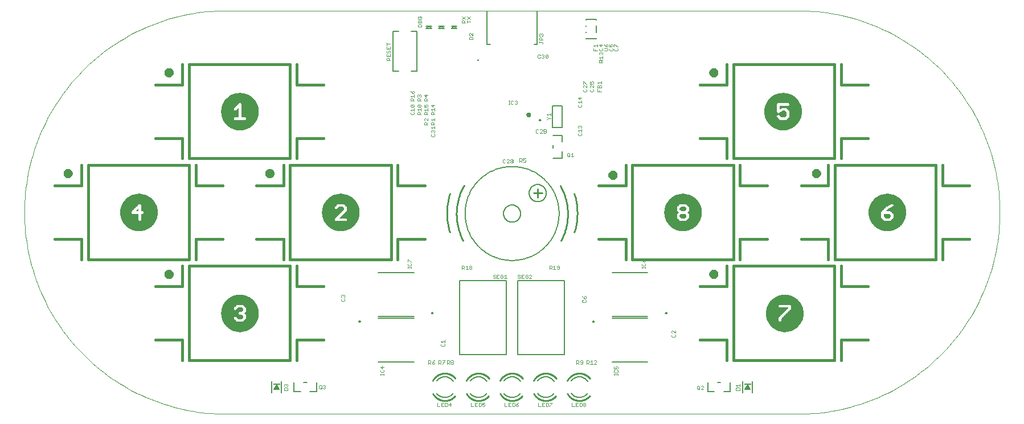
<source format=gto>
G75*
%MOIN*%
%OFA0B0*%
%FSLAX25Y25*%
%IPPOS*%
%LPD*%
%AMOC8*
5,1,8,0,0,1.08239X$1,22.5*
%
%ADD10C,0.00000*%
%ADD11C,0.01600*%
%ADD12C,0.00197*%
%ADD13C,0.03200*%
%ADD14C,0.01000*%
%ADD15C,0.00787*%
%ADD16C,0.00500*%
%ADD17C,0.00300*%
%ADD18C,0.00669*%
%ADD19C,0.01575*%
%ADD20C,0.00800*%
%ADD21C,0.00600*%
%ADD22R,0.03937X0.00787*%
D10*
X0191692Y0005402D02*
X0526337Y0005402D01*
X0644447Y0123513D02*
X0644413Y0126367D01*
X0644309Y0129219D01*
X0644137Y0132068D01*
X0643896Y0134912D01*
X0643586Y0137750D01*
X0643208Y0140579D01*
X0642761Y0143398D01*
X0642247Y0146205D01*
X0641664Y0148999D01*
X0641015Y0151779D01*
X0640298Y0154541D01*
X0639515Y0157286D01*
X0638666Y0160011D01*
X0637752Y0162715D01*
X0636772Y0165395D01*
X0635727Y0168052D01*
X0634619Y0170682D01*
X0633448Y0173285D01*
X0632214Y0175858D01*
X0630918Y0178401D01*
X0629561Y0180913D01*
X0628144Y0183390D01*
X0626668Y0185833D01*
X0625132Y0188239D01*
X0623540Y0190607D01*
X0621890Y0192936D01*
X0620185Y0195225D01*
X0618424Y0197472D01*
X0616610Y0199675D01*
X0614744Y0201834D01*
X0612825Y0203948D01*
X0610856Y0206014D01*
X0608838Y0208032D01*
X0606772Y0210001D01*
X0604658Y0211920D01*
X0602499Y0213786D01*
X0600296Y0215600D01*
X0598049Y0217361D01*
X0595760Y0219066D01*
X0593431Y0220716D01*
X0591063Y0222308D01*
X0588657Y0223844D01*
X0586214Y0225320D01*
X0583737Y0226737D01*
X0581225Y0228094D01*
X0578682Y0229390D01*
X0576109Y0230624D01*
X0573506Y0231795D01*
X0570876Y0232903D01*
X0568219Y0233948D01*
X0565539Y0234928D01*
X0562835Y0235842D01*
X0560110Y0236691D01*
X0557365Y0237474D01*
X0554603Y0238191D01*
X0551823Y0238840D01*
X0549029Y0239423D01*
X0546222Y0239937D01*
X0543403Y0240384D01*
X0540574Y0240762D01*
X0537736Y0241072D01*
X0534892Y0241313D01*
X0532043Y0241485D01*
X0529191Y0241589D01*
X0526337Y0241623D01*
X0191692Y0241623D01*
X0188838Y0241589D01*
X0185986Y0241485D01*
X0183137Y0241313D01*
X0180293Y0241072D01*
X0177455Y0240762D01*
X0174626Y0240384D01*
X0171807Y0239937D01*
X0169000Y0239423D01*
X0166206Y0238840D01*
X0163426Y0238191D01*
X0160664Y0237474D01*
X0157919Y0236691D01*
X0155194Y0235842D01*
X0152490Y0234928D01*
X0149810Y0233948D01*
X0147153Y0232903D01*
X0144523Y0231795D01*
X0141920Y0230624D01*
X0139347Y0229390D01*
X0136804Y0228094D01*
X0134292Y0226737D01*
X0131815Y0225320D01*
X0129372Y0223844D01*
X0126966Y0222308D01*
X0124598Y0220716D01*
X0122269Y0219066D01*
X0119980Y0217361D01*
X0117733Y0215600D01*
X0115530Y0213786D01*
X0113371Y0211920D01*
X0111257Y0210001D01*
X0109191Y0208032D01*
X0107173Y0206014D01*
X0105204Y0203948D01*
X0103285Y0201834D01*
X0101419Y0199675D01*
X0099605Y0197472D01*
X0097844Y0195225D01*
X0096139Y0192936D01*
X0094489Y0190607D01*
X0092897Y0188239D01*
X0091361Y0185833D01*
X0089885Y0183390D01*
X0088468Y0180913D01*
X0087111Y0178401D01*
X0085815Y0175858D01*
X0084581Y0173285D01*
X0083410Y0170682D01*
X0082302Y0168052D01*
X0081257Y0165395D01*
X0080277Y0162715D01*
X0079363Y0160011D01*
X0078514Y0157286D01*
X0077731Y0154541D01*
X0077014Y0151779D01*
X0076365Y0148999D01*
X0075782Y0146205D01*
X0075268Y0143398D01*
X0074821Y0140579D01*
X0074443Y0137750D01*
X0074133Y0134912D01*
X0073892Y0132068D01*
X0073720Y0129219D01*
X0073616Y0126367D01*
X0073582Y0123513D01*
X0073616Y0120659D01*
X0073720Y0117807D01*
X0073892Y0114958D01*
X0074133Y0112114D01*
X0074443Y0109276D01*
X0074821Y0106447D01*
X0075268Y0103628D01*
X0075782Y0100821D01*
X0076365Y0098027D01*
X0077014Y0095247D01*
X0077731Y0092485D01*
X0078514Y0089740D01*
X0079363Y0087015D01*
X0080277Y0084311D01*
X0081257Y0081631D01*
X0082302Y0078974D01*
X0083410Y0076344D01*
X0084581Y0073741D01*
X0085815Y0071168D01*
X0087111Y0068625D01*
X0088468Y0066113D01*
X0089885Y0063636D01*
X0091361Y0061193D01*
X0092897Y0058787D01*
X0094489Y0056419D01*
X0096139Y0054090D01*
X0097844Y0051801D01*
X0099605Y0049554D01*
X0101419Y0047351D01*
X0103285Y0045192D01*
X0105204Y0043078D01*
X0107173Y0041012D01*
X0109191Y0038994D01*
X0111257Y0037025D01*
X0113371Y0035106D01*
X0115530Y0033240D01*
X0117733Y0031426D01*
X0119980Y0029665D01*
X0122269Y0027960D01*
X0124598Y0026310D01*
X0126966Y0024718D01*
X0129372Y0023182D01*
X0131815Y0021706D01*
X0134292Y0020289D01*
X0136804Y0018932D01*
X0139347Y0017636D01*
X0141920Y0016402D01*
X0144523Y0015231D01*
X0147153Y0014123D01*
X0149810Y0013078D01*
X0152490Y0012098D01*
X0155194Y0011184D01*
X0157919Y0010335D01*
X0160664Y0009552D01*
X0163426Y0008835D01*
X0166206Y0008186D01*
X0169000Y0007603D01*
X0171807Y0007089D01*
X0174626Y0006642D01*
X0177455Y0006264D01*
X0180293Y0005954D01*
X0183137Y0005713D01*
X0185986Y0005541D01*
X0188838Y0005437D01*
X0191692Y0005403D01*
X0526337Y0005403D02*
X0529191Y0005437D01*
X0532043Y0005541D01*
X0534892Y0005713D01*
X0537736Y0005954D01*
X0540574Y0006264D01*
X0543403Y0006642D01*
X0546222Y0007089D01*
X0549029Y0007603D01*
X0551823Y0008186D01*
X0554603Y0008835D01*
X0557365Y0009552D01*
X0560110Y0010335D01*
X0562835Y0011184D01*
X0565539Y0012098D01*
X0568219Y0013078D01*
X0570876Y0014123D01*
X0573506Y0015231D01*
X0576109Y0016402D01*
X0578682Y0017636D01*
X0581225Y0018932D01*
X0583737Y0020289D01*
X0586214Y0021706D01*
X0588657Y0023182D01*
X0591063Y0024718D01*
X0593431Y0026310D01*
X0595760Y0027960D01*
X0598049Y0029665D01*
X0600296Y0031426D01*
X0602499Y0033240D01*
X0604658Y0035106D01*
X0606772Y0037025D01*
X0608838Y0038994D01*
X0610856Y0041012D01*
X0612825Y0043078D01*
X0614744Y0045192D01*
X0616610Y0047351D01*
X0618424Y0049554D01*
X0620185Y0051801D01*
X0621890Y0054090D01*
X0623540Y0056419D01*
X0625132Y0058787D01*
X0626668Y0061193D01*
X0628144Y0063636D01*
X0629561Y0066113D01*
X0630918Y0068625D01*
X0632214Y0071168D01*
X0633448Y0073741D01*
X0634619Y0076344D01*
X0635727Y0078974D01*
X0636772Y0081631D01*
X0637752Y0084311D01*
X0638666Y0087015D01*
X0639515Y0089740D01*
X0640298Y0092485D01*
X0641015Y0095247D01*
X0641664Y0098027D01*
X0642247Y0100821D01*
X0642761Y0103628D01*
X0643208Y0106447D01*
X0643586Y0109276D01*
X0643896Y0112114D01*
X0644137Y0114958D01*
X0644309Y0117807D01*
X0644413Y0120659D01*
X0644447Y0123513D01*
D11*
X0166101Y0048709D02*
X0150353Y0048709D01*
X0166101Y0048709D02*
X0166101Y0036898D01*
X0170038Y0036898D02*
X0229093Y0036898D01*
X0229093Y0092017D01*
X0170038Y0092017D01*
X0170038Y0036898D01*
X0233030Y0036898D02*
X0233030Y0048709D01*
X0248778Y0048709D01*
X0248778Y0080206D02*
X0233030Y0080206D01*
X0233030Y0092017D01*
X0229093Y0095954D02*
X0288148Y0095954D01*
X0288148Y0151072D01*
X0229093Y0151072D01*
X0229093Y0095954D01*
X0225156Y0095954D02*
X0225156Y0107765D01*
X0209408Y0107765D01*
X0189723Y0107765D02*
X0173975Y0107765D01*
X0173975Y0095954D01*
X0170038Y0095954D02*
X0170038Y0151072D01*
X0110983Y0151072D01*
X0110983Y0095954D01*
X0170038Y0095954D01*
X0166101Y0092017D02*
X0166101Y0080206D01*
X0150353Y0080206D01*
X0107046Y0095954D02*
X0107046Y0107765D01*
X0091298Y0107765D01*
X0091298Y0139261D02*
X0107046Y0139261D01*
X0107046Y0151072D01*
X0150353Y0166820D02*
X0166101Y0166820D01*
X0166101Y0155009D01*
X0170038Y0155009D02*
X0229093Y0155009D01*
X0229093Y0210127D01*
X0170038Y0210127D01*
X0170038Y0155009D01*
X0173975Y0151072D02*
X0173975Y0139261D01*
X0189723Y0139261D01*
X0209408Y0139261D02*
X0225156Y0139261D01*
X0225156Y0151072D01*
X0233030Y0155009D02*
X0233030Y0166820D01*
X0248778Y0166820D01*
X0292085Y0151072D02*
X0292085Y0139261D01*
X0307833Y0139261D01*
X0307833Y0107765D02*
X0292085Y0107765D01*
X0292085Y0095954D01*
X0409763Y0107765D02*
X0425511Y0107765D01*
X0425511Y0095954D01*
X0429448Y0095954D02*
X0488503Y0095954D01*
X0488503Y0151072D01*
X0429448Y0151072D01*
X0429448Y0095954D01*
X0468818Y0080206D02*
X0484566Y0080206D01*
X0484566Y0092017D01*
X0488503Y0092017D02*
X0547558Y0092017D01*
X0547558Y0036898D01*
X0488503Y0036898D01*
X0488503Y0092017D01*
X0492440Y0095954D02*
X0492440Y0107765D01*
X0508188Y0107765D01*
X0528306Y0107765D02*
X0544054Y0107765D01*
X0544054Y0095954D01*
X0547991Y0095954D02*
X0607046Y0095954D01*
X0607046Y0151072D01*
X0547991Y0151072D01*
X0547991Y0095954D01*
X0551495Y0092017D02*
X0551495Y0080206D01*
X0567243Y0080206D01*
X0610983Y0095954D02*
X0610983Y0107765D01*
X0626731Y0107765D01*
X0626731Y0139261D02*
X0610983Y0139261D01*
X0610983Y0151072D01*
X0567243Y0166820D02*
X0551495Y0166820D01*
X0551495Y0155009D01*
X0547558Y0155009D02*
X0547558Y0210127D01*
X0488503Y0210127D01*
X0488503Y0155009D01*
X0547558Y0155009D01*
X0544054Y0151072D02*
X0544054Y0139261D01*
X0528306Y0139261D01*
X0508188Y0139261D02*
X0492440Y0139261D01*
X0492440Y0151072D01*
X0484566Y0155009D02*
X0484566Y0166820D01*
X0468818Y0166820D01*
X0425511Y0151072D02*
X0425511Y0139261D01*
X0409763Y0139261D01*
X0468818Y0198316D02*
X0484566Y0198316D01*
X0484566Y0210127D01*
X0551495Y0210127D02*
X0551495Y0198316D01*
X0567243Y0198316D01*
X0248778Y0198316D02*
X0233030Y0198316D01*
X0233030Y0210127D01*
X0166101Y0210127D02*
X0166101Y0198316D01*
X0150353Y0198316D01*
X0468818Y0048709D02*
X0484566Y0048709D01*
X0484566Y0036898D01*
X0551495Y0036898D02*
X0551495Y0048709D01*
X0567243Y0048709D01*
D12*
X0528852Y0061407D02*
X0528815Y0061308D01*
X0516651Y0061308D01*
X0522180Y0066837D01*
X0522180Y0067017D01*
X0528958Y0067017D01*
X0528916Y0067213D02*
X0522180Y0067213D01*
X0522180Y0067410D01*
X0528873Y0067410D01*
X0528852Y0067508D02*
X0529044Y0066623D01*
X0521966Y0066623D01*
X0522163Y0066820D02*
X0529001Y0066820D01*
X0529044Y0066623D02*
X0529180Y0065998D01*
X0529290Y0064457D01*
X0519800Y0064457D01*
X0519604Y0064261D02*
X0529276Y0064261D01*
X0529290Y0064457D02*
X0529180Y0062917D01*
X0529044Y0062292D01*
X0517635Y0062292D01*
X0517438Y0062095D02*
X0529001Y0062095D01*
X0528959Y0061898D02*
X0517241Y0061898D01*
X0517044Y0061702D02*
X0528916Y0061702D01*
X0528873Y0061505D02*
X0516848Y0061505D01*
X0516651Y0061308D02*
X0516642Y0061299D01*
X0516642Y0061111D01*
X0528741Y0061111D01*
X0528668Y0060914D02*
X0516642Y0060914D01*
X0516642Y0061111D01*
X0516642Y0060914D02*
X0516642Y0060717D01*
X0528594Y0060717D01*
X0528521Y0060520D02*
X0516642Y0060520D01*
X0516642Y0060717D01*
X0516642Y0060520D02*
X0516642Y0060324D01*
X0528447Y0060324D01*
X0528374Y0060127D02*
X0516642Y0060127D01*
X0516642Y0060324D01*
X0516642Y0060127D02*
X0516642Y0059930D01*
X0528295Y0059930D01*
X0528312Y0059960D02*
X0527650Y0058749D01*
X0509276Y0058749D01*
X0508615Y0059960D01*
X0508112Y0061308D01*
X0514745Y0061308D01*
X0514745Y0061111D01*
X0508186Y0061111D01*
X0508259Y0060914D02*
X0514745Y0060914D01*
X0514745Y0060717D01*
X0508333Y0060717D01*
X0508406Y0060520D02*
X0514745Y0060520D01*
X0514745Y0060324D01*
X0508480Y0060324D01*
X0508553Y0060127D02*
X0514745Y0060127D01*
X0514745Y0059930D01*
X0508631Y0059930D01*
X0508739Y0059733D02*
X0514927Y0059733D01*
X0515124Y0059536D01*
X0508846Y0059536D01*
X0508954Y0059339D02*
X0527973Y0059339D01*
X0527865Y0059143D02*
X0509061Y0059143D01*
X0509169Y0058946D02*
X0527758Y0058946D01*
X0527650Y0058749D02*
X0527571Y0058604D01*
X0526646Y0057367D01*
X0526452Y0057174D01*
X0510474Y0057174D01*
X0510281Y0057367D01*
X0509356Y0058604D01*
X0509276Y0058749D01*
X0509394Y0058552D02*
X0527532Y0058552D01*
X0527385Y0058355D02*
X0509542Y0058355D01*
X0509689Y0058158D02*
X0527238Y0058158D01*
X0527090Y0057961D02*
X0509837Y0057961D01*
X0509984Y0057765D02*
X0526943Y0057765D01*
X0526796Y0057568D02*
X0510131Y0057568D01*
X0510278Y0057371D02*
X0526648Y0057371D01*
X0526452Y0057174D02*
X0526256Y0056977D01*
X0510671Y0056977D01*
X0510474Y0057174D01*
X0510671Y0056977D02*
X0510868Y0056780D01*
X0526059Y0056780D01*
X0525862Y0056583D01*
X0511065Y0056583D01*
X0510868Y0056780D01*
X0511065Y0056583D02*
X0511262Y0056387D01*
X0525665Y0056387D01*
X0525554Y0056275D01*
X0524317Y0055350D01*
X0522961Y0054609D01*
X0521921Y0054221D01*
X0515006Y0054221D01*
X0513966Y0054609D01*
X0512610Y0055350D01*
X0511373Y0056275D01*
X0511262Y0056387D01*
X0511487Y0056190D02*
X0525439Y0056190D01*
X0525665Y0056387D02*
X0525862Y0056583D01*
X0526059Y0056780D02*
X0526256Y0056977D01*
X0525176Y0055993D02*
X0511750Y0055993D01*
X0512013Y0055796D02*
X0524913Y0055796D01*
X0524650Y0055599D02*
X0512276Y0055599D01*
X0512539Y0055402D02*
X0524387Y0055402D01*
X0524053Y0055206D02*
X0512874Y0055206D01*
X0513234Y0055009D02*
X0523693Y0055009D01*
X0523332Y0054812D02*
X0513594Y0054812D01*
X0513955Y0054615D02*
X0522972Y0054615D01*
X0522449Y0054418D02*
X0514478Y0054418D01*
X0515006Y0054221D02*
X0515413Y0054069D01*
X0515619Y0054024D01*
X0521307Y0054024D01*
X0520004Y0053741D01*
X0518463Y0053631D01*
X0516922Y0053741D01*
X0515619Y0054024D01*
X0516524Y0053828D02*
X0520402Y0053828D01*
X0521307Y0054024D02*
X0521514Y0054069D01*
X0521921Y0054221D01*
X0516461Y0059733D02*
X0528188Y0059733D01*
X0528080Y0059536D02*
X0516264Y0059536D01*
X0516461Y0059733D01*
X0516642Y0059915D01*
X0516642Y0059930D01*
X0516264Y0059536D02*
X0516087Y0059359D01*
X0515301Y0059359D01*
X0515124Y0059536D01*
X0514927Y0059733D02*
X0514745Y0059915D01*
X0514745Y0059930D01*
X0514745Y0060127D02*
X0514745Y0060324D01*
X0514745Y0060520D02*
X0514745Y0060717D01*
X0514745Y0060914D02*
X0514745Y0061111D01*
X0514745Y0061308D02*
X0514745Y0061505D01*
X0508054Y0061505D01*
X0508075Y0061407D02*
X0507883Y0062292D01*
X0514953Y0062292D01*
X0514756Y0062095D01*
X0507926Y0062095D01*
X0507969Y0061898D02*
X0514745Y0061898D01*
X0514745Y0061702D01*
X0508011Y0061702D01*
X0508075Y0061407D02*
X0508112Y0061308D01*
X0507883Y0062292D02*
X0507747Y0062917D01*
X0507637Y0064457D01*
X0517118Y0064457D01*
X0516921Y0064261D01*
X0507651Y0064261D01*
X0507637Y0064457D02*
X0507747Y0065998D01*
X0507883Y0066623D01*
X0519283Y0066623D01*
X0519087Y0066426D01*
X0507840Y0066426D01*
X0507883Y0066623D02*
X0508075Y0067508D01*
X0508112Y0067607D01*
X0520268Y0067607D01*
X0520071Y0067410D01*
X0508054Y0067410D01*
X0508011Y0067213D02*
X0519874Y0067213D01*
X0519677Y0067017D01*
X0507968Y0067017D01*
X0507926Y0066820D02*
X0519480Y0066820D01*
X0519283Y0066623D01*
X0519087Y0066426D02*
X0518890Y0066229D01*
X0507797Y0066229D01*
X0507754Y0066032D02*
X0518693Y0066032D01*
X0518496Y0065835D01*
X0507735Y0065835D01*
X0507721Y0065639D02*
X0518299Y0065639D01*
X0518102Y0065442D01*
X0507707Y0065442D01*
X0507693Y0065245D02*
X0517906Y0065245D01*
X0517709Y0065048D01*
X0507679Y0065048D01*
X0507665Y0064851D02*
X0517512Y0064851D01*
X0517315Y0064654D01*
X0507651Y0064654D01*
X0507665Y0064064D02*
X0516724Y0064064D01*
X0516528Y0063867D01*
X0507679Y0063867D01*
X0507693Y0063670D02*
X0516331Y0063670D01*
X0516134Y0063473D01*
X0507707Y0063473D01*
X0507721Y0063276D02*
X0515937Y0063276D01*
X0515740Y0063080D01*
X0507735Y0063080D01*
X0507754Y0062883D02*
X0515543Y0062883D01*
X0515346Y0062686D01*
X0507797Y0062686D01*
X0507840Y0062489D02*
X0515150Y0062489D01*
X0514953Y0062292D01*
X0515150Y0062489D02*
X0515346Y0062686D01*
X0515543Y0062883D02*
X0515740Y0063080D01*
X0515937Y0063276D02*
X0516134Y0063473D01*
X0516331Y0063670D02*
X0516528Y0063867D01*
X0516724Y0064064D02*
X0516921Y0064261D01*
X0517118Y0064457D02*
X0517315Y0064654D01*
X0517512Y0064851D02*
X0517709Y0065048D01*
X0517906Y0065245D02*
X0518102Y0065442D01*
X0518299Y0065639D02*
X0518496Y0065835D01*
X0518693Y0066032D02*
X0518890Y0066229D01*
X0519480Y0066820D02*
X0519677Y0067017D01*
X0519874Y0067213D02*
X0520071Y0067410D01*
X0520268Y0067607D02*
X0520283Y0067623D01*
X0520283Y0067666D01*
X0515301Y0067666D01*
X0515163Y0067804D01*
X0508186Y0067804D01*
X0508259Y0068001D02*
X0514966Y0068001D01*
X0515163Y0067804D01*
X0514966Y0068001D02*
X0514769Y0068198D01*
X0508333Y0068198D01*
X0508406Y0068394D02*
X0514745Y0068394D01*
X0514745Y0068222D01*
X0514769Y0068198D01*
X0514745Y0068394D02*
X0514745Y0068591D01*
X0508479Y0068591D01*
X0508553Y0068788D02*
X0514745Y0068788D01*
X0514745Y0068591D01*
X0514745Y0068788D02*
X0514745Y0068985D01*
X0508631Y0068985D01*
X0508615Y0068955D02*
X0509276Y0070166D01*
X0527650Y0070166D01*
X0528312Y0068955D01*
X0528815Y0067607D01*
X0522180Y0067607D01*
X0522180Y0067804D01*
X0528741Y0067804D01*
X0528668Y0068001D02*
X0522180Y0068001D01*
X0522180Y0068198D01*
X0528594Y0068198D01*
X0528521Y0068394D02*
X0522180Y0068394D01*
X0522180Y0068591D01*
X0528447Y0068591D01*
X0528374Y0068788D02*
X0522180Y0068788D01*
X0522180Y0068985D01*
X0528295Y0068985D01*
X0528188Y0069182D02*
X0522006Y0069182D01*
X0521809Y0069379D01*
X0528080Y0069379D01*
X0527973Y0069576D02*
X0508954Y0069576D01*
X0509061Y0069772D02*
X0527865Y0069772D01*
X0527758Y0069969D02*
X0509169Y0069969D01*
X0509276Y0070166D02*
X0509356Y0070311D01*
X0510281Y0071548D01*
X0510474Y0071741D01*
X0526452Y0071741D01*
X0526646Y0071548D01*
X0527571Y0070311D01*
X0527650Y0070166D01*
X0527532Y0070363D02*
X0509394Y0070363D01*
X0509542Y0070560D02*
X0527385Y0070560D01*
X0527238Y0070757D02*
X0509689Y0070757D01*
X0509836Y0070954D02*
X0527090Y0070954D01*
X0526943Y0071150D02*
X0509984Y0071150D01*
X0510131Y0071347D02*
X0526796Y0071347D01*
X0526648Y0071544D02*
X0510278Y0071544D01*
X0510474Y0071741D02*
X0510671Y0071938D01*
X0526256Y0071938D01*
X0526452Y0071741D01*
X0526256Y0071938D02*
X0526059Y0072135D01*
X0510868Y0072135D01*
X0511065Y0072331D01*
X0525862Y0072331D01*
X0526059Y0072135D01*
X0525862Y0072331D02*
X0525665Y0072528D01*
X0511262Y0072528D01*
X0511373Y0072640D01*
X0512610Y0073565D01*
X0513966Y0074306D01*
X0515006Y0074694D01*
X0521921Y0074694D01*
X0522961Y0074306D01*
X0524317Y0073565D01*
X0525554Y0072640D01*
X0525665Y0072528D01*
X0525439Y0072725D02*
X0511487Y0072725D01*
X0511262Y0072528D02*
X0511065Y0072331D01*
X0510868Y0072135D02*
X0510671Y0071938D01*
X0511750Y0072922D02*
X0525176Y0072922D01*
X0524913Y0073119D02*
X0512013Y0073119D01*
X0512276Y0073316D02*
X0524650Y0073316D01*
X0524387Y0073513D02*
X0512539Y0073513D01*
X0512874Y0073709D02*
X0524053Y0073709D01*
X0523693Y0073906D02*
X0513234Y0073906D01*
X0513594Y0074103D02*
X0523332Y0074103D01*
X0522972Y0074300D02*
X0513955Y0074300D01*
X0514478Y0074497D02*
X0522449Y0074497D01*
X0521921Y0074694D02*
X0521514Y0074846D01*
X0521307Y0074891D01*
X0515619Y0074891D01*
X0516922Y0075174D01*
X0518463Y0075284D01*
X0520004Y0075174D01*
X0521307Y0074891D01*
X0520402Y0075087D02*
X0516524Y0075087D01*
X0515619Y0074891D02*
X0515413Y0074846D01*
X0515006Y0074694D01*
X0515301Y0069563D02*
X0521625Y0069563D01*
X0521809Y0069379D01*
X0522006Y0069182D02*
X0522180Y0069007D01*
X0522180Y0068985D01*
X0522180Y0068788D02*
X0522180Y0068591D01*
X0522180Y0068394D02*
X0522180Y0068198D01*
X0522180Y0068001D02*
X0522180Y0067804D01*
X0522180Y0067607D02*
X0522180Y0067410D01*
X0522180Y0067213D02*
X0522180Y0067017D01*
X0521769Y0066426D02*
X0529087Y0066426D01*
X0529130Y0066229D02*
X0521572Y0066229D01*
X0521375Y0066032D02*
X0529172Y0066032D01*
X0529192Y0065835D02*
X0521178Y0065835D01*
X0520981Y0065639D02*
X0529206Y0065639D01*
X0529220Y0065442D02*
X0520785Y0065442D01*
X0520588Y0065245D02*
X0529234Y0065245D01*
X0529248Y0065048D02*
X0520391Y0065048D01*
X0520194Y0064851D02*
X0529262Y0064851D01*
X0529276Y0064654D02*
X0519997Y0064654D01*
X0519407Y0064064D02*
X0529262Y0064064D01*
X0529248Y0063867D02*
X0519210Y0063867D01*
X0519013Y0063670D02*
X0529234Y0063670D01*
X0529220Y0063473D02*
X0518816Y0063473D01*
X0518619Y0063276D02*
X0529206Y0063276D01*
X0529192Y0063080D02*
X0518422Y0063080D01*
X0518226Y0062883D02*
X0529172Y0062883D01*
X0529130Y0062686D02*
X0518029Y0062686D01*
X0517832Y0062489D02*
X0529087Y0062489D01*
X0529044Y0062292D02*
X0528852Y0061407D01*
X0528815Y0061308D02*
X0528312Y0059960D01*
X0514745Y0061505D02*
X0514745Y0061702D01*
X0514745Y0061898D02*
X0514745Y0062085D01*
X0514756Y0062095D01*
X0514745Y0068985D02*
X0514745Y0069007D01*
X0514920Y0069182D01*
X0508739Y0069182D01*
X0508846Y0069379D02*
X0515117Y0069379D01*
X0514920Y0069182D01*
X0515117Y0069379D02*
X0515301Y0069563D01*
X0508615Y0068955D02*
X0508112Y0067607D01*
X0528815Y0067607D02*
X0528852Y0067508D01*
X0572649Y0114405D02*
X0574005Y0113664D01*
X0575045Y0113276D01*
X0581961Y0113276D01*
X0581553Y0113124D01*
X0581347Y0113080D01*
X0575659Y0113080D01*
X0575452Y0113124D01*
X0575045Y0113276D01*
X0574517Y0113473D02*
X0582488Y0113473D01*
X0583000Y0113664D02*
X0581961Y0113276D01*
X0581347Y0113080D02*
X0580044Y0112796D01*
X0578503Y0112686D01*
X0576962Y0112796D01*
X0575659Y0113080D01*
X0576564Y0112883D02*
X0580442Y0112883D01*
X0583000Y0113664D02*
X0584356Y0114405D01*
X0585593Y0115330D01*
X0585704Y0115442D01*
X0571301Y0115442D01*
X0571104Y0115639D01*
X0585901Y0115639D01*
X0585704Y0115442D01*
X0585901Y0115639D02*
X0586098Y0115835D01*
X0570907Y0115835D01*
X0570711Y0116032D01*
X0586295Y0116032D01*
X0586098Y0115835D01*
X0586295Y0116032D02*
X0586492Y0116229D01*
X0570514Y0116229D01*
X0570320Y0116422D01*
X0569395Y0117659D01*
X0569316Y0117804D01*
X0587690Y0117804D01*
X0587611Y0117659D01*
X0586685Y0116422D01*
X0586492Y0116229D01*
X0586688Y0116426D02*
X0570318Y0116426D01*
X0570170Y0116623D02*
X0586835Y0116623D01*
X0586982Y0116820D02*
X0570023Y0116820D01*
X0569876Y0117017D02*
X0587130Y0117017D01*
X0587277Y0117213D02*
X0569728Y0117213D01*
X0569581Y0117410D02*
X0587424Y0117410D01*
X0587572Y0117607D02*
X0569434Y0117607D01*
X0569316Y0117804D02*
X0568654Y0119015D01*
X0568152Y0120363D01*
X0574785Y0120363D01*
X0574785Y0120354D01*
X0574973Y0120166D01*
X0568225Y0120166D01*
X0568298Y0119969D02*
X0575170Y0119969D01*
X0575367Y0119772D01*
X0568372Y0119772D01*
X0568445Y0119576D02*
X0575563Y0119576D01*
X0575760Y0119379D01*
X0568519Y0119379D01*
X0568592Y0119182D02*
X0575957Y0119182D01*
X0576154Y0118985D01*
X0568671Y0118985D01*
X0568778Y0118788D02*
X0576351Y0118788D01*
X0576548Y0118591D01*
X0568886Y0118591D01*
X0568993Y0118394D02*
X0588012Y0118394D01*
X0587905Y0118198D02*
X0569101Y0118198D01*
X0569208Y0118001D02*
X0587797Y0118001D01*
X0587690Y0117804D02*
X0588351Y0119015D01*
X0588854Y0120363D01*
X0582220Y0120363D01*
X0582220Y0120560D01*
X0588912Y0120560D01*
X0588891Y0120462D02*
X0588854Y0120363D01*
X0588891Y0120462D02*
X0589083Y0121347D01*
X0582220Y0121347D01*
X0582220Y0121544D01*
X0589126Y0121544D01*
X0589083Y0121347D02*
X0589219Y0121972D01*
X0589330Y0123513D01*
X0581231Y0123513D01*
X0581035Y0123709D01*
X0589315Y0123709D01*
X0589330Y0123513D02*
X0589219Y0125054D01*
X0589083Y0125678D01*
X0579408Y0125678D01*
X0579064Y0125506D02*
X0582047Y0126997D01*
X0582198Y0127450D01*
X0588560Y0127450D01*
X0588487Y0127646D02*
X0582263Y0127646D01*
X0582295Y0127743D02*
X0581944Y0128445D01*
X0581387Y0128631D01*
X0588012Y0128631D01*
X0587905Y0128828D02*
X0569101Y0128828D01*
X0569208Y0129024D02*
X0587797Y0129024D01*
X0587690Y0129221D02*
X0569316Y0129221D01*
X0569395Y0129366D01*
X0570320Y0130603D01*
X0570514Y0130796D01*
X0586492Y0130796D01*
X0586685Y0130603D01*
X0587611Y0129366D01*
X0587690Y0129221D01*
X0588351Y0128010D01*
X0588854Y0126662D01*
X0581377Y0126662D01*
X0581770Y0126859D02*
X0588780Y0126859D01*
X0588707Y0127056D02*
X0582066Y0127056D01*
X0582132Y0127253D02*
X0588633Y0127253D01*
X0588413Y0127843D02*
X0582245Y0127843D01*
X0582295Y0127743D02*
X0582198Y0127450D01*
X0582146Y0128040D02*
X0588335Y0128040D01*
X0588227Y0128237D02*
X0582048Y0128237D01*
X0581950Y0128434D02*
X0588120Y0128434D01*
X0587572Y0129418D02*
X0569434Y0129418D01*
X0569316Y0129221D02*
X0568654Y0128010D01*
X0568152Y0126662D01*
X0577538Y0126662D01*
X0577341Y0126465D01*
X0568093Y0126465D01*
X0568115Y0126563D02*
X0568152Y0126662D01*
X0568115Y0126563D02*
X0567922Y0125678D01*
X0576554Y0125678D01*
X0576357Y0125481D01*
X0567879Y0125481D01*
X0567836Y0125284D02*
X0576160Y0125284D01*
X0575963Y0125087D01*
X0567794Y0125087D01*
X0567786Y0125054D02*
X0567922Y0125678D01*
X0567965Y0125875D02*
X0576750Y0125875D01*
X0576554Y0125678D01*
X0576750Y0125875D02*
X0576947Y0126072D01*
X0568007Y0126072D01*
X0568050Y0126269D02*
X0577144Y0126269D01*
X0576947Y0126072D01*
X0577144Y0126269D02*
X0577341Y0126465D01*
X0577538Y0126662D02*
X0577673Y0126798D01*
X0577727Y0126958D01*
X0577923Y0127056D01*
X0568298Y0127056D01*
X0568225Y0126859D02*
X0577694Y0126859D01*
X0577923Y0127056D02*
X0577940Y0127065D01*
X0578109Y0127233D01*
X0578278Y0127233D01*
X0581198Y0128694D01*
X0581387Y0128631D01*
X0581072Y0128631D02*
X0568993Y0128631D01*
X0568886Y0128434D02*
X0580679Y0128434D01*
X0580285Y0128237D02*
X0568778Y0128237D01*
X0568671Y0128040D02*
X0579891Y0128040D01*
X0579498Y0127843D02*
X0568592Y0127843D01*
X0568519Y0127646D02*
X0579104Y0127646D01*
X0578710Y0127450D02*
X0568445Y0127450D01*
X0568372Y0127253D02*
X0578317Y0127253D01*
X0579064Y0125506D02*
X0578023Y0124465D01*
X0580280Y0124465D01*
X0580444Y0124300D01*
X0589273Y0124300D01*
X0589259Y0124497D02*
X0578055Y0124497D01*
X0578252Y0124694D02*
X0589245Y0124694D01*
X0589231Y0124891D02*
X0578449Y0124891D01*
X0578646Y0125087D02*
X0589212Y0125087D01*
X0589169Y0125284D02*
X0578843Y0125284D01*
X0579039Y0125481D02*
X0589126Y0125481D01*
X0589083Y0125678D02*
X0588891Y0126563D01*
X0588854Y0126662D01*
X0588912Y0126465D02*
X0580983Y0126465D01*
X0580589Y0126269D02*
X0588955Y0126269D01*
X0588998Y0126072D02*
X0580196Y0126072D01*
X0579802Y0125875D02*
X0589041Y0125875D01*
X0589287Y0124103D02*
X0580641Y0124103D01*
X0580444Y0124300D01*
X0580641Y0124103D02*
X0580838Y0123906D01*
X0589301Y0123906D01*
X0589315Y0123316D02*
X0581428Y0123316D01*
X0581231Y0123513D01*
X0581035Y0123709D02*
X0580838Y0123906D01*
X0581428Y0123316D02*
X0581625Y0123119D01*
X0589301Y0123119D01*
X0589287Y0122922D02*
X0581822Y0122922D01*
X0581625Y0123119D01*
X0581822Y0122922D02*
X0582019Y0122725D01*
X0589273Y0122725D01*
X0589259Y0122528D02*
X0582216Y0122528D01*
X0582019Y0122725D01*
X0582216Y0122528D02*
X0582220Y0122524D01*
X0582220Y0122331D01*
X0589245Y0122331D01*
X0589231Y0122135D02*
X0582220Y0122135D01*
X0582220Y0122331D01*
X0582220Y0122135D02*
X0582220Y0121938D01*
X0589212Y0121938D01*
X0589169Y0121741D02*
X0582220Y0121741D01*
X0582220Y0121938D01*
X0582220Y0121741D02*
X0582220Y0121544D01*
X0582220Y0121347D02*
X0582220Y0121150D01*
X0589041Y0121150D01*
X0588998Y0120954D02*
X0582220Y0120954D01*
X0582220Y0121150D01*
X0582220Y0120954D02*
X0582220Y0120757D01*
X0588955Y0120757D01*
X0588780Y0120166D02*
X0582031Y0120166D01*
X0582220Y0120354D01*
X0582220Y0120363D01*
X0582220Y0120560D02*
X0582220Y0120757D01*
X0582031Y0120166D02*
X0581835Y0119969D01*
X0588707Y0119969D01*
X0588633Y0119772D02*
X0581638Y0119772D01*
X0581835Y0119969D01*
X0581638Y0119772D02*
X0581441Y0119576D01*
X0588560Y0119576D01*
X0588487Y0119379D02*
X0581244Y0119379D01*
X0581441Y0119576D01*
X0581244Y0119379D02*
X0581047Y0119182D01*
X0588413Y0119182D01*
X0588335Y0118985D02*
X0580850Y0118985D01*
X0581047Y0119182D01*
X0580850Y0118985D02*
X0580654Y0118788D01*
X0588227Y0118788D01*
X0588120Y0118591D02*
X0580457Y0118591D01*
X0580654Y0118788D01*
X0580457Y0118591D02*
X0580280Y0118414D01*
X0576725Y0118414D01*
X0576548Y0118591D01*
X0576351Y0118788D02*
X0576154Y0118985D01*
X0575957Y0119182D02*
X0575760Y0119379D01*
X0575563Y0119576D02*
X0575367Y0119772D01*
X0575170Y0119969D02*
X0574973Y0120166D01*
X0574785Y0120363D02*
X0574785Y0120560D01*
X0568093Y0120560D01*
X0568115Y0120462D02*
X0567922Y0121347D01*
X0574785Y0121347D01*
X0574785Y0121150D01*
X0567965Y0121150D01*
X0568008Y0120954D02*
X0574785Y0120954D01*
X0574785Y0120757D01*
X0568050Y0120757D01*
X0568115Y0120462D02*
X0568152Y0120363D01*
X0567922Y0121347D02*
X0567786Y0121972D01*
X0567676Y0123513D01*
X0574785Y0123513D01*
X0574785Y0123316D01*
X0567690Y0123316D01*
X0567676Y0123513D02*
X0567786Y0125054D01*
X0567774Y0124891D02*
X0575766Y0124891D01*
X0575569Y0124694D01*
X0567761Y0124694D01*
X0567746Y0124497D02*
X0575372Y0124497D01*
X0575176Y0124300D01*
X0567732Y0124300D01*
X0567718Y0124103D02*
X0574979Y0124103D01*
X0574785Y0123909D01*
X0574785Y0123906D01*
X0567704Y0123906D01*
X0567690Y0123709D02*
X0574785Y0123709D01*
X0574785Y0123513D01*
X0574785Y0123709D02*
X0574785Y0123906D01*
X0574979Y0124103D02*
X0575176Y0124300D01*
X0575372Y0124497D02*
X0575569Y0124694D01*
X0575766Y0124891D02*
X0575963Y0125087D01*
X0576160Y0125284D02*
X0576357Y0125481D01*
X0574785Y0123316D02*
X0574785Y0123119D01*
X0567704Y0123119D01*
X0567718Y0122922D02*
X0574785Y0122922D01*
X0574785Y0122725D01*
X0567732Y0122725D01*
X0567746Y0122528D02*
X0574785Y0122528D01*
X0574785Y0122331D01*
X0567761Y0122331D01*
X0567774Y0122135D02*
X0574785Y0122135D01*
X0574785Y0121938D01*
X0567794Y0121938D01*
X0567836Y0121741D02*
X0574785Y0121741D01*
X0574785Y0121544D01*
X0567879Y0121544D01*
X0574785Y0121544D02*
X0574785Y0121347D01*
X0574785Y0121150D02*
X0574785Y0120954D01*
X0574785Y0120757D02*
X0574785Y0120560D01*
X0574785Y0121741D02*
X0574785Y0121938D01*
X0574785Y0122135D02*
X0574785Y0122331D01*
X0574785Y0122528D02*
X0574785Y0122725D01*
X0574785Y0122922D02*
X0574785Y0123119D01*
X0576681Y0122568D02*
X0579494Y0122568D01*
X0580323Y0121739D01*
X0580323Y0121544D01*
X0576681Y0121544D01*
X0576681Y0121741D01*
X0580320Y0121741D01*
X0580323Y0121544D02*
X0580323Y0121347D01*
X0576681Y0121347D01*
X0576681Y0121544D01*
X0576681Y0121347D02*
X0576681Y0121150D01*
X0580323Y0121150D01*
X0580323Y0121140D01*
X0579494Y0120311D01*
X0577510Y0120311D01*
X0577458Y0120363D01*
X0579546Y0120363D01*
X0579743Y0120560D02*
X0577261Y0120560D01*
X0577065Y0120757D01*
X0579939Y0120757D01*
X0580136Y0120954D02*
X0576868Y0120954D01*
X0576681Y0121140D01*
X0576681Y0121150D01*
X0576868Y0120954D02*
X0577065Y0120757D01*
X0577261Y0120560D02*
X0577458Y0120363D01*
X0576681Y0121741D02*
X0576681Y0121938D01*
X0580124Y0121938D01*
X0579927Y0122135D02*
X0576681Y0122135D01*
X0576681Y0122331D01*
X0579730Y0122331D01*
X0579533Y0122528D02*
X0576681Y0122528D01*
X0576681Y0122568D01*
X0576681Y0122528D02*
X0576681Y0122331D01*
X0576681Y0122135D02*
X0576681Y0121938D01*
X0580323Y0121347D02*
X0580323Y0121150D01*
X0584953Y0114851D02*
X0572053Y0114851D01*
X0572316Y0114654D02*
X0584690Y0114654D01*
X0584427Y0114457D02*
X0572579Y0114457D01*
X0572649Y0114405D02*
X0571413Y0115330D01*
X0571301Y0115442D01*
X0571104Y0115639D02*
X0570907Y0115835D01*
X0570711Y0116032D02*
X0570514Y0116229D01*
X0571527Y0115245D02*
X0585479Y0115245D01*
X0585216Y0115048D02*
X0571790Y0115048D01*
X0572913Y0114261D02*
X0584093Y0114261D01*
X0583732Y0114064D02*
X0573273Y0114064D01*
X0573634Y0113867D02*
X0583372Y0113867D01*
X0583011Y0113670D02*
X0573994Y0113670D01*
X0569581Y0129615D02*
X0587424Y0129615D01*
X0587277Y0129812D02*
X0569728Y0129812D01*
X0569876Y0130009D02*
X0587130Y0130009D01*
X0586982Y0130206D02*
X0570023Y0130206D01*
X0570170Y0130402D02*
X0586835Y0130402D01*
X0586688Y0130599D02*
X0570318Y0130599D01*
X0570514Y0130796D02*
X0570711Y0130993D01*
X0586295Y0130993D01*
X0586492Y0130796D01*
X0586295Y0130993D02*
X0586098Y0131190D01*
X0570907Y0131190D01*
X0571104Y0131387D01*
X0585901Y0131387D01*
X0586098Y0131190D01*
X0585901Y0131387D02*
X0585704Y0131583D01*
X0571301Y0131583D01*
X0571413Y0131695D01*
X0572649Y0132620D01*
X0574005Y0133361D01*
X0575045Y0133749D01*
X0581961Y0133749D01*
X0583000Y0133361D01*
X0584356Y0132620D01*
X0585593Y0131695D01*
X0585704Y0131583D01*
X0585479Y0131780D02*
X0571527Y0131780D01*
X0571301Y0131583D02*
X0571104Y0131387D01*
X0570907Y0131190D02*
X0570711Y0130993D01*
X0571790Y0131977D02*
X0585216Y0131977D01*
X0584953Y0132174D02*
X0572053Y0132174D01*
X0572316Y0132371D02*
X0584690Y0132371D01*
X0584427Y0132568D02*
X0572579Y0132568D01*
X0572913Y0132765D02*
X0584093Y0132765D01*
X0583732Y0132961D02*
X0573273Y0132961D01*
X0573634Y0133158D02*
X0583372Y0133158D01*
X0583011Y0133355D02*
X0573994Y0133355D01*
X0574517Y0133552D02*
X0582488Y0133552D01*
X0581961Y0133749D02*
X0581553Y0133901D01*
X0581347Y0133946D01*
X0575659Y0133946D01*
X0576962Y0134229D01*
X0578503Y0134339D01*
X0580044Y0134229D01*
X0581347Y0133946D01*
X0580442Y0134143D02*
X0576564Y0134143D01*
X0575659Y0133946D02*
X0575452Y0133901D01*
X0575045Y0133749D01*
X0469633Y0125054D02*
X0469743Y0123513D01*
X0461645Y0123513D01*
X0461641Y0123516D01*
X0461835Y0123709D01*
X0469729Y0123709D01*
X0469743Y0123513D02*
X0469633Y0121972D01*
X0469497Y0121347D01*
X0462633Y0121347D01*
X0462633Y0121544D01*
X0469540Y0121544D01*
X0469497Y0121347D02*
X0469304Y0120462D01*
X0469267Y0120363D01*
X0462633Y0120363D01*
X0462633Y0120560D01*
X0469326Y0120560D01*
X0469369Y0120757D02*
X0462633Y0120757D01*
X0462633Y0120954D01*
X0469411Y0120954D01*
X0469454Y0121150D02*
X0462633Y0121150D01*
X0462633Y0121347D01*
X0462633Y0121150D02*
X0462633Y0120954D01*
X0462633Y0120757D02*
X0462633Y0120560D01*
X0462633Y0120363D02*
X0462633Y0120354D01*
X0462445Y0120166D01*
X0469194Y0120166D01*
X0469120Y0119969D02*
X0462248Y0119969D01*
X0462445Y0120166D01*
X0462248Y0119969D02*
X0462051Y0119772D01*
X0469047Y0119772D01*
X0468974Y0119576D02*
X0461854Y0119576D01*
X0462051Y0119772D01*
X0461854Y0119576D02*
X0461657Y0119379D01*
X0468900Y0119379D01*
X0468827Y0119182D02*
X0461461Y0119182D01*
X0461657Y0119379D01*
X0461461Y0119182D02*
X0461264Y0118985D01*
X0468748Y0118985D01*
X0468765Y0119015D02*
X0468103Y0117804D01*
X0449729Y0117804D01*
X0449068Y0119015D01*
X0448565Y0120363D01*
X0455198Y0120363D01*
X0455198Y0120354D01*
X0455386Y0120166D01*
X0448639Y0120166D01*
X0448712Y0119969D02*
X0455583Y0119969D01*
X0455780Y0119772D01*
X0448785Y0119772D01*
X0448859Y0119576D02*
X0455977Y0119576D01*
X0456174Y0119379D01*
X0448932Y0119379D01*
X0449006Y0119182D02*
X0456370Y0119182D01*
X0456567Y0118985D01*
X0449084Y0118985D01*
X0449192Y0118788D02*
X0456764Y0118788D01*
X0456961Y0118591D01*
X0449299Y0118591D01*
X0449407Y0118394D02*
X0468426Y0118394D01*
X0468318Y0118198D02*
X0449514Y0118198D01*
X0449622Y0118001D02*
X0468211Y0118001D01*
X0468103Y0117804D02*
X0468024Y0117659D01*
X0467098Y0116422D01*
X0466905Y0116229D01*
X0450927Y0116229D01*
X0450734Y0116422D01*
X0449808Y0117659D01*
X0449729Y0117804D01*
X0449847Y0117607D02*
X0467985Y0117607D01*
X0467838Y0117410D02*
X0449994Y0117410D01*
X0450142Y0117213D02*
X0467691Y0117213D01*
X0467543Y0117017D02*
X0450289Y0117017D01*
X0450437Y0116820D02*
X0467396Y0116820D01*
X0467248Y0116623D02*
X0450584Y0116623D01*
X0450731Y0116426D02*
X0467101Y0116426D01*
X0466905Y0116229D02*
X0466708Y0116032D01*
X0451124Y0116032D01*
X0450927Y0116229D01*
X0451124Y0116032D02*
X0451321Y0115835D01*
X0466511Y0115835D01*
X0466315Y0115639D01*
X0451518Y0115639D01*
X0451321Y0115835D01*
X0451518Y0115639D02*
X0451715Y0115442D01*
X0466118Y0115442D01*
X0466006Y0115330D01*
X0464770Y0114405D01*
X0463414Y0113664D01*
X0462374Y0113276D01*
X0455458Y0113276D01*
X0454419Y0113664D01*
X0453063Y0114405D01*
X0451826Y0115330D01*
X0451715Y0115442D01*
X0451940Y0115245D02*
X0465892Y0115245D01*
X0466118Y0115442D02*
X0466315Y0115639D01*
X0466511Y0115835D02*
X0466708Y0116032D01*
X0465629Y0115048D02*
X0452203Y0115048D01*
X0452466Y0114851D02*
X0465366Y0114851D01*
X0465103Y0114654D02*
X0452729Y0114654D01*
X0452992Y0114457D02*
X0464840Y0114457D01*
X0464506Y0114261D02*
X0453326Y0114261D01*
X0453687Y0114064D02*
X0464146Y0114064D01*
X0463785Y0113867D02*
X0454047Y0113867D01*
X0454408Y0113670D02*
X0463424Y0113670D01*
X0462902Y0113473D02*
X0454931Y0113473D01*
X0455458Y0113276D02*
X0455866Y0113124D01*
X0456072Y0113080D01*
X0461760Y0113080D01*
X0460457Y0112796D01*
X0458916Y0112686D01*
X0457375Y0112796D01*
X0456072Y0113080D01*
X0456977Y0112883D02*
X0460855Y0112883D01*
X0461760Y0113080D02*
X0461967Y0113124D01*
X0462374Y0113276D01*
X0460693Y0118414D02*
X0457138Y0118414D01*
X0456961Y0118591D01*
X0456764Y0118788D02*
X0456567Y0118985D01*
X0456370Y0119182D02*
X0456174Y0119379D01*
X0455977Y0119576D02*
X0455780Y0119772D01*
X0455583Y0119969D02*
X0455386Y0120166D01*
X0455198Y0120363D02*
X0455198Y0120560D01*
X0448507Y0120560D01*
X0448528Y0120462D02*
X0448335Y0121347D01*
X0455198Y0121347D01*
X0455198Y0121150D01*
X0448378Y0121150D01*
X0448421Y0120954D02*
X0455198Y0120954D01*
X0455198Y0120757D01*
X0448464Y0120757D01*
X0448528Y0120462D02*
X0448565Y0120363D01*
X0448335Y0121347D02*
X0448200Y0121972D01*
X0448089Y0123513D01*
X0456186Y0123513D01*
X0455989Y0123316D01*
X0448104Y0123316D01*
X0448089Y0123513D02*
X0448200Y0125054D01*
X0448335Y0125678D01*
X0455198Y0125678D01*
X0455198Y0125481D01*
X0448293Y0125481D01*
X0448335Y0125678D02*
X0448528Y0126563D01*
X0448565Y0126662D01*
X0455198Y0126662D01*
X0455198Y0126465D01*
X0448507Y0126465D01*
X0448464Y0126269D02*
X0455198Y0126269D01*
X0455198Y0126072D01*
X0448421Y0126072D01*
X0448378Y0125875D02*
X0455198Y0125875D01*
X0455198Y0125678D01*
X0455198Y0125875D02*
X0455198Y0126072D01*
X0455198Y0126269D02*
X0455198Y0126465D01*
X0455198Y0126662D02*
X0455198Y0126678D01*
X0455379Y0126859D01*
X0448639Y0126859D01*
X0448712Y0127056D02*
X0455576Y0127056D01*
X0455379Y0126859D01*
X0455576Y0127056D02*
X0455773Y0127253D01*
X0448785Y0127253D01*
X0448859Y0127450D02*
X0455970Y0127450D01*
X0455773Y0127253D01*
X0455970Y0127450D02*
X0456167Y0127646D01*
X0448932Y0127646D01*
X0449006Y0127843D02*
X0456363Y0127843D01*
X0456167Y0127646D01*
X0456363Y0127843D02*
X0456560Y0128040D01*
X0449084Y0128040D01*
X0449068Y0128010D02*
X0449729Y0129221D01*
X0468103Y0129221D01*
X0468765Y0128010D01*
X0469267Y0126662D01*
X0462633Y0126662D01*
X0462633Y0126678D01*
X0462452Y0126859D01*
X0469194Y0126859D01*
X0469267Y0126662D02*
X0469304Y0126563D01*
X0469497Y0125678D01*
X0462633Y0125678D01*
X0462633Y0125875D01*
X0469454Y0125875D01*
X0469411Y0126072D02*
X0462633Y0126072D01*
X0462633Y0126269D01*
X0469369Y0126269D01*
X0469326Y0126465D02*
X0462633Y0126465D01*
X0462633Y0126662D01*
X0462633Y0126465D02*
X0462633Y0126269D01*
X0462633Y0126072D02*
X0462633Y0125875D01*
X0462633Y0125678D02*
X0462633Y0125481D01*
X0469540Y0125481D01*
X0469583Y0125284D02*
X0462633Y0125284D01*
X0462633Y0125481D01*
X0462633Y0125284D02*
X0462633Y0125087D01*
X0469625Y0125087D01*
X0469633Y0125054D02*
X0469497Y0125678D01*
X0469644Y0124891D02*
X0462633Y0124891D01*
X0462633Y0125087D01*
X0462633Y0124891D02*
X0462633Y0124694D01*
X0469658Y0124694D01*
X0469672Y0124497D02*
X0462622Y0124497D01*
X0462633Y0124508D01*
X0462633Y0124694D01*
X0462622Y0124497D02*
X0462425Y0124300D01*
X0469687Y0124300D01*
X0469701Y0124103D02*
X0462228Y0124103D01*
X0462425Y0124300D01*
X0462228Y0124103D02*
X0462031Y0123906D01*
X0469715Y0123906D01*
X0469729Y0123316D02*
X0461842Y0123316D01*
X0461645Y0123513D01*
X0461835Y0123709D02*
X0462031Y0123906D01*
X0461842Y0123316D02*
X0462039Y0123119D01*
X0469715Y0123119D01*
X0469701Y0122922D02*
X0462235Y0122922D01*
X0462039Y0123119D01*
X0462235Y0122922D02*
X0462432Y0122725D01*
X0469687Y0122725D01*
X0469672Y0122528D02*
X0462629Y0122528D01*
X0462432Y0122725D01*
X0462629Y0122528D02*
X0462633Y0122524D01*
X0462633Y0122331D01*
X0469658Y0122331D01*
X0469644Y0122135D02*
X0462633Y0122135D01*
X0462633Y0122331D01*
X0462633Y0122135D02*
X0462633Y0121938D01*
X0469625Y0121938D01*
X0469583Y0121741D02*
X0462633Y0121741D01*
X0462633Y0121938D01*
X0462633Y0121741D02*
X0462633Y0121544D01*
X0460736Y0121544D02*
X0457095Y0121544D01*
X0457095Y0121739D01*
X0457924Y0122568D01*
X0459907Y0122568D01*
X0460736Y0121739D01*
X0460736Y0121544D01*
X0460736Y0121347D01*
X0457095Y0121347D01*
X0457095Y0121544D01*
X0457095Y0121347D02*
X0457095Y0121150D01*
X0460736Y0121150D01*
X0460736Y0121140D01*
X0459907Y0120311D01*
X0457924Y0120311D01*
X0457095Y0121140D01*
X0457095Y0121150D01*
X0457281Y0120954D02*
X0460550Y0120954D01*
X0460736Y0121150D02*
X0460736Y0121347D01*
X0460734Y0121741D02*
X0457097Y0121741D01*
X0457294Y0121938D02*
X0460537Y0121938D01*
X0460340Y0122135D02*
X0457491Y0122135D01*
X0457688Y0122331D02*
X0460143Y0122331D01*
X0459946Y0122528D02*
X0457885Y0122528D01*
X0457478Y0120757D02*
X0460353Y0120757D01*
X0460156Y0120560D02*
X0457675Y0120560D01*
X0457872Y0120363D02*
X0459959Y0120363D01*
X0461264Y0118985D02*
X0461067Y0118788D01*
X0468641Y0118788D01*
X0468533Y0118591D02*
X0460870Y0118591D01*
X0461067Y0118788D01*
X0460870Y0118591D02*
X0460693Y0118414D01*
X0455198Y0120560D02*
X0455198Y0120757D01*
X0455198Y0120954D02*
X0455198Y0121150D01*
X0455198Y0121347D02*
X0455198Y0121544D01*
X0448293Y0121544D01*
X0448250Y0121741D02*
X0455198Y0121741D01*
X0455198Y0121544D01*
X0455198Y0121741D02*
X0455198Y0121938D01*
X0448207Y0121938D01*
X0448188Y0122135D02*
X0455198Y0122135D01*
X0455198Y0121938D01*
X0455198Y0122135D02*
X0455198Y0122331D01*
X0448174Y0122331D01*
X0448160Y0122528D02*
X0455202Y0122528D01*
X0455198Y0122524D01*
X0455198Y0122331D01*
X0455202Y0122528D02*
X0455399Y0122725D01*
X0448146Y0122725D01*
X0448131Y0122922D02*
X0455596Y0122922D01*
X0455399Y0122725D01*
X0455596Y0122922D02*
X0455793Y0123119D01*
X0448118Y0123119D01*
X0448104Y0123709D02*
X0455996Y0123709D01*
X0456190Y0123516D01*
X0456186Y0123513D01*
X0455996Y0123709D02*
X0455800Y0123906D01*
X0448117Y0123906D01*
X0448131Y0124103D02*
X0455603Y0124103D01*
X0455800Y0123906D01*
X0455603Y0124103D02*
X0455406Y0124300D01*
X0448146Y0124300D01*
X0448160Y0124497D02*
X0455209Y0124497D01*
X0455406Y0124300D01*
X0455209Y0124497D02*
X0455198Y0124508D01*
X0455198Y0124694D01*
X0448174Y0124694D01*
X0448188Y0124891D02*
X0455198Y0124891D01*
X0455198Y0124694D01*
X0455198Y0124891D02*
X0455198Y0125087D01*
X0448207Y0125087D01*
X0448250Y0125284D02*
X0455198Y0125284D01*
X0455198Y0125087D01*
X0455198Y0125284D02*
X0455198Y0125481D01*
X0457095Y0125481D02*
X0460736Y0125481D01*
X0460736Y0125294D01*
X0460727Y0125284D01*
X0457104Y0125284D01*
X0457095Y0125294D01*
X0457095Y0125481D01*
X0457095Y0125678D01*
X0460736Y0125678D01*
X0460736Y0125481D01*
X0460736Y0125678D02*
X0460736Y0125875D01*
X0457095Y0125875D01*
X0457095Y0125892D01*
X0457471Y0126269D01*
X0460360Y0126269D01*
X0460557Y0126072D01*
X0457274Y0126072D01*
X0457095Y0125875D02*
X0457095Y0125678D01*
X0457104Y0125284D02*
X0457301Y0125087D01*
X0460530Y0125087D01*
X0460333Y0124891D01*
X0457498Y0124891D01*
X0457301Y0125087D01*
X0457498Y0124891D02*
X0457695Y0124694D01*
X0460136Y0124694D01*
X0459939Y0124497D01*
X0457892Y0124497D01*
X0457695Y0124694D01*
X0457892Y0124497D02*
X0457924Y0124465D01*
X0459907Y0124465D01*
X0459939Y0124497D01*
X0460136Y0124694D02*
X0460333Y0124891D01*
X0460530Y0125087D02*
X0460727Y0125284D01*
X0460736Y0125875D02*
X0460736Y0125892D01*
X0460557Y0126072D01*
X0460360Y0126269D02*
X0460163Y0126465D01*
X0457668Y0126465D01*
X0457471Y0126269D02*
X0457924Y0126721D01*
X0459907Y0126721D01*
X0459966Y0126662D01*
X0457865Y0126662D01*
X0456560Y0128040D02*
X0456757Y0128237D01*
X0449192Y0128237D01*
X0449299Y0128434D02*
X0456954Y0128434D01*
X0456757Y0128237D01*
X0456954Y0128434D02*
X0457138Y0128618D01*
X0460693Y0128618D01*
X0460877Y0128434D01*
X0468533Y0128434D01*
X0468426Y0128631D02*
X0449407Y0128631D01*
X0449514Y0128828D02*
X0468318Y0128828D01*
X0468211Y0129024D02*
X0449622Y0129024D01*
X0449729Y0129221D02*
X0449808Y0129366D01*
X0450734Y0130603D01*
X0450927Y0130796D01*
X0466905Y0130796D01*
X0467098Y0130603D01*
X0468024Y0129366D01*
X0468103Y0129221D01*
X0467985Y0129418D02*
X0449847Y0129418D01*
X0449994Y0129615D02*
X0467838Y0129615D01*
X0467691Y0129812D02*
X0450142Y0129812D01*
X0450289Y0130009D02*
X0467543Y0130009D01*
X0467396Y0130206D02*
X0450437Y0130206D01*
X0450584Y0130402D02*
X0467248Y0130402D01*
X0467101Y0130599D02*
X0450731Y0130599D01*
X0450927Y0130796D02*
X0451124Y0130993D01*
X0466708Y0130993D01*
X0466905Y0130796D01*
X0466708Y0130993D02*
X0466511Y0131190D01*
X0451321Y0131190D01*
X0451518Y0131387D01*
X0466315Y0131387D01*
X0466511Y0131190D01*
X0466315Y0131387D02*
X0466118Y0131583D01*
X0451715Y0131583D01*
X0451826Y0131695D01*
X0453063Y0132620D01*
X0454419Y0133361D01*
X0455458Y0133749D01*
X0462374Y0133749D01*
X0463414Y0133361D01*
X0464770Y0132620D01*
X0466006Y0131695D01*
X0466118Y0131583D01*
X0465892Y0131780D02*
X0451940Y0131780D01*
X0451715Y0131583D02*
X0451518Y0131387D01*
X0451321Y0131190D02*
X0451124Y0130993D01*
X0452203Y0131977D02*
X0465629Y0131977D01*
X0465366Y0132174D02*
X0452466Y0132174D01*
X0452729Y0132371D02*
X0465103Y0132371D01*
X0464840Y0132568D02*
X0452992Y0132568D01*
X0453326Y0132765D02*
X0464506Y0132765D01*
X0464145Y0132961D02*
X0453687Y0132961D01*
X0454047Y0133158D02*
X0463785Y0133158D01*
X0463424Y0133355D02*
X0454408Y0133355D01*
X0454931Y0133552D02*
X0462902Y0133552D01*
X0462374Y0133749D02*
X0461967Y0133901D01*
X0461760Y0133946D01*
X0456072Y0133946D01*
X0457375Y0134229D01*
X0458916Y0134339D01*
X0460457Y0134229D01*
X0461760Y0133946D01*
X0460855Y0134143D02*
X0456977Y0134143D01*
X0456072Y0133946D02*
X0455866Y0133901D01*
X0455458Y0133749D01*
X0460877Y0128434D02*
X0461074Y0128237D01*
X0468641Y0128237D01*
X0468748Y0128040D02*
X0461271Y0128040D01*
X0461074Y0128237D01*
X0461271Y0128040D02*
X0461468Y0127843D01*
X0468827Y0127843D01*
X0468900Y0127646D02*
X0461665Y0127646D01*
X0461468Y0127843D01*
X0461665Y0127646D02*
X0461861Y0127450D01*
X0468974Y0127450D01*
X0469047Y0127253D02*
X0462058Y0127253D01*
X0461861Y0127450D01*
X0462058Y0127253D02*
X0462255Y0127056D01*
X0469120Y0127056D01*
X0462452Y0126859D02*
X0462255Y0127056D01*
X0460163Y0126465D02*
X0459966Y0126662D01*
X0455989Y0123316D02*
X0455793Y0123119D01*
X0448565Y0126662D02*
X0449068Y0128010D01*
X0469267Y0120363D02*
X0468765Y0119015D01*
X0511626Y0173460D02*
X0512981Y0172719D01*
X0514021Y0172331D01*
X0520937Y0172331D01*
X0520530Y0172180D01*
X0520323Y0172135D01*
X0514635Y0172135D01*
X0514429Y0172180D01*
X0514021Y0172331D01*
X0513494Y0172528D02*
X0521465Y0172528D01*
X0521977Y0172719D02*
X0520937Y0172331D01*
X0520323Y0172135D02*
X0519020Y0171851D01*
X0517479Y0171741D01*
X0515938Y0171851D01*
X0514635Y0172135D01*
X0515540Y0171938D02*
X0519418Y0171938D01*
X0521977Y0172719D02*
X0523333Y0173460D01*
X0524569Y0174385D01*
X0524681Y0174497D01*
X0510278Y0174497D01*
X0510081Y0174694D01*
X0524878Y0174694D01*
X0524681Y0174497D01*
X0524878Y0174694D02*
X0525074Y0174891D01*
X0509884Y0174891D01*
X0509687Y0175087D01*
X0525271Y0175087D01*
X0525074Y0174891D01*
X0525271Y0175087D02*
X0525468Y0175284D01*
X0509490Y0175284D01*
X0509297Y0175478D01*
X0508371Y0176714D01*
X0508292Y0176859D01*
X0526666Y0176859D01*
X0526587Y0176714D01*
X0525661Y0175478D01*
X0525468Y0175284D01*
X0525664Y0175481D02*
X0509294Y0175481D01*
X0509147Y0175678D02*
X0525811Y0175678D01*
X0525959Y0175875D02*
X0509000Y0175875D01*
X0508852Y0176072D02*
X0526106Y0176072D01*
X0526254Y0176269D02*
X0508705Y0176269D01*
X0508557Y0176465D02*
X0526401Y0176465D01*
X0526548Y0176662D02*
X0508410Y0176662D01*
X0508292Y0176859D02*
X0507631Y0178070D01*
X0507128Y0179418D01*
X0513761Y0179418D01*
X0513761Y0179409D01*
X0513949Y0179221D01*
X0507202Y0179221D01*
X0507275Y0179024D02*
X0514146Y0179024D01*
X0514343Y0178828D01*
X0507348Y0178828D01*
X0507422Y0178631D02*
X0514540Y0178631D01*
X0514737Y0178434D01*
X0507495Y0178434D01*
X0507569Y0178237D02*
X0514933Y0178237D01*
X0515130Y0178040D01*
X0507647Y0178040D01*
X0507755Y0177843D02*
X0515327Y0177843D01*
X0515524Y0177646D01*
X0507862Y0177646D01*
X0507970Y0177450D02*
X0526989Y0177450D01*
X0527096Y0177646D02*
X0519433Y0177646D01*
X0519630Y0177843D01*
X0527204Y0177843D01*
X0527311Y0178040D02*
X0519827Y0178040D01*
X0520024Y0178237D01*
X0527390Y0178237D01*
X0527328Y0178070D02*
X0526666Y0176859D01*
X0526774Y0177056D02*
X0508185Y0177056D01*
X0508077Y0177253D02*
X0526881Y0177253D01*
X0527328Y0178070D02*
X0527830Y0179418D01*
X0521196Y0179418D01*
X0521196Y0179615D01*
X0527889Y0179615D01*
X0527867Y0179517D02*
X0527830Y0179418D01*
X0527867Y0179517D02*
X0528060Y0180402D01*
X0521196Y0180402D01*
X0521196Y0180599D01*
X0528103Y0180599D01*
X0528060Y0180402D02*
X0528196Y0181027D01*
X0528306Y0182568D01*
X0521196Y0182568D01*
X0521196Y0182765D01*
X0528292Y0182765D01*
X0528278Y0182961D02*
X0521196Y0182961D01*
X0521196Y0182964D01*
X0521002Y0183158D01*
X0528264Y0183158D01*
X0528250Y0183355D02*
X0520805Y0183355D01*
X0520608Y0183552D01*
X0528235Y0183552D01*
X0528221Y0183749D02*
X0520411Y0183749D01*
X0520215Y0183946D01*
X0528207Y0183946D01*
X0528196Y0184109D02*
X0528306Y0182568D01*
X0528292Y0182371D02*
X0521196Y0182371D01*
X0521196Y0182568D01*
X0521196Y0182765D02*
X0521196Y0182961D01*
X0521002Y0183158D02*
X0520805Y0183355D01*
X0520608Y0183552D02*
X0520411Y0183749D01*
X0520215Y0183946D02*
X0520018Y0184143D01*
X0528188Y0184143D01*
X0528196Y0184109D02*
X0528060Y0184733D01*
X0519427Y0184733D01*
X0519256Y0184904D01*
X0517632Y0184904D01*
X0517406Y0184980D01*
X0517306Y0184930D01*
X0515658Y0184930D01*
X0515658Y0185127D01*
X0527974Y0185127D01*
X0527931Y0185324D02*
X0515658Y0185324D01*
X0515658Y0185520D01*
X0527889Y0185520D01*
X0527867Y0185618D02*
X0528060Y0184733D01*
X0528103Y0184536D02*
X0519624Y0184536D01*
X0519427Y0184733D01*
X0519624Y0184536D02*
X0519821Y0184339D01*
X0528146Y0184339D01*
X0528017Y0184930D02*
X0517555Y0184930D01*
X0517306Y0184930D02*
X0517255Y0184904D01*
X0517086Y0184904D01*
X0516917Y0184735D01*
X0515658Y0184106D01*
X0515658Y0184143D01*
X0515731Y0184143D01*
X0515658Y0184143D02*
X0515658Y0184339D01*
X0516125Y0184339D01*
X0516519Y0184536D02*
X0515658Y0184536D01*
X0515658Y0184733D01*
X0516912Y0184733D01*
X0515658Y0184733D02*
X0515658Y0184930D01*
X0515658Y0185127D02*
X0515658Y0185324D01*
X0515658Y0185520D02*
X0515658Y0185717D01*
X0527830Y0185717D01*
X0527867Y0185618D01*
X0527830Y0185717D02*
X0527328Y0187065D01*
X0526666Y0188276D01*
X0508292Y0188276D01*
X0508371Y0188421D01*
X0509297Y0189658D01*
X0509490Y0189851D01*
X0525468Y0189851D01*
X0525661Y0189658D01*
X0526587Y0188421D01*
X0526666Y0188276D01*
X0526774Y0188080D02*
X0508185Y0188080D01*
X0508292Y0188276D02*
X0507631Y0187065D01*
X0507647Y0187095D02*
X0513761Y0187095D01*
X0513761Y0186898D01*
X0507569Y0186898D01*
X0507495Y0186702D02*
X0513761Y0186702D01*
X0513761Y0186505D01*
X0507422Y0186505D01*
X0507348Y0186308D02*
X0513761Y0186308D01*
X0513761Y0186111D01*
X0507275Y0186111D01*
X0507202Y0185914D02*
X0513761Y0185914D01*
X0513761Y0185717D01*
X0507128Y0185717D01*
X0507091Y0185618D01*
X0506898Y0184733D01*
X0513761Y0184733D01*
X0513761Y0184536D01*
X0506856Y0184536D01*
X0506813Y0184339D02*
X0513761Y0184339D01*
X0513761Y0184143D01*
X0506770Y0184143D01*
X0506763Y0184109D02*
X0506898Y0184733D01*
X0506941Y0184930D02*
X0513761Y0184930D01*
X0513761Y0184733D01*
X0513761Y0184536D02*
X0513761Y0184339D01*
X0513761Y0184143D02*
X0513761Y0183946D01*
X0506751Y0183946D01*
X0506763Y0184109D02*
X0506652Y0182568D01*
X0513709Y0182568D01*
X0513685Y0182498D02*
X0513749Y0182371D01*
X0506667Y0182371D01*
X0506652Y0182568D02*
X0506763Y0181027D01*
X0506898Y0180402D01*
X0513969Y0180402D01*
X0514165Y0180599D02*
X0506856Y0180599D01*
X0506898Y0180402D02*
X0507091Y0179517D01*
X0507128Y0179418D01*
X0507070Y0179615D02*
X0513761Y0179615D01*
X0513761Y0179418D01*
X0513761Y0179615D02*
X0513761Y0179812D01*
X0507027Y0179812D01*
X0506984Y0180009D02*
X0513761Y0180009D01*
X0513761Y0179812D01*
X0513761Y0180009D02*
X0513761Y0180195D01*
X0513772Y0180206D01*
X0506941Y0180206D01*
X0506813Y0180796D02*
X0519299Y0180796D01*
X0519299Y0180599D01*
X0515254Y0180599D01*
X0515102Y0180751D02*
X0514317Y0180751D01*
X0513772Y0180206D01*
X0513949Y0179221D02*
X0514146Y0179024D01*
X0514343Y0178828D02*
X0514540Y0178631D01*
X0514737Y0178434D02*
X0514933Y0178237D01*
X0515130Y0178040D02*
X0515327Y0177843D01*
X0515524Y0177646D02*
X0515701Y0177469D01*
X0519256Y0177469D01*
X0519433Y0177646D01*
X0519630Y0177843D02*
X0519827Y0178040D01*
X0520024Y0178237D02*
X0520220Y0178434D01*
X0527463Y0178434D01*
X0527537Y0178631D02*
X0520417Y0178631D01*
X0520614Y0178828D01*
X0527610Y0178828D01*
X0527683Y0179024D02*
X0520811Y0179024D01*
X0521008Y0179221D01*
X0527757Y0179221D01*
X0527931Y0179812D02*
X0521196Y0179812D01*
X0521196Y0180009D01*
X0527974Y0180009D01*
X0528017Y0180206D02*
X0521196Y0180206D01*
X0521196Y0180402D01*
X0521196Y0180206D02*
X0521196Y0180009D01*
X0521196Y0179812D02*
X0521196Y0179615D01*
X0521196Y0179418D02*
X0521196Y0179409D01*
X0521008Y0179221D01*
X0520811Y0179024D02*
X0520614Y0178828D01*
X0520417Y0178631D02*
X0520220Y0178434D01*
X0518916Y0179812D02*
X0516041Y0179812D01*
X0515844Y0180009D02*
X0519113Y0180009D01*
X0519299Y0180195D02*
X0518470Y0179366D01*
X0516487Y0179366D01*
X0516435Y0179418D01*
X0518522Y0179418D01*
X0518719Y0179615D02*
X0516238Y0179615D01*
X0516435Y0179418D02*
X0515451Y0180402D01*
X0519299Y0180402D01*
X0519299Y0180206D01*
X0515647Y0180206D01*
X0515451Y0180402D02*
X0515102Y0180751D01*
X0514782Y0181547D02*
X0514855Y0181583D01*
X0519299Y0181583D01*
X0519299Y0181387D01*
X0506737Y0181387D01*
X0506723Y0181583D02*
X0514674Y0181583D01*
X0514782Y0181547D01*
X0514855Y0181583D02*
X0514933Y0181623D01*
X0515102Y0181623D01*
X0515260Y0181780D01*
X0519299Y0181780D01*
X0519299Y0181583D01*
X0519299Y0181387D02*
X0519299Y0181190D01*
X0506751Y0181190D01*
X0506770Y0180993D02*
X0519299Y0180993D01*
X0519299Y0180796D01*
X0519299Y0180599D02*
X0519299Y0180402D01*
X0519299Y0180206D02*
X0519299Y0180195D01*
X0519299Y0180993D02*
X0519299Y0181190D01*
X0519299Y0181780D02*
X0519299Y0181977D01*
X0515642Y0181977D01*
X0515271Y0181792D02*
X0517702Y0183007D01*
X0518470Y0183007D01*
X0518516Y0182961D01*
X0517611Y0182961D01*
X0517217Y0182765D02*
X0518713Y0182765D01*
X0518910Y0182568D01*
X0516823Y0182568D01*
X0516430Y0182371D02*
X0519107Y0182371D01*
X0519299Y0182178D01*
X0519299Y0182174D01*
X0516036Y0182174D01*
X0515271Y0181792D02*
X0515260Y0181780D01*
X0514674Y0181583D02*
X0514556Y0181623D01*
X0514317Y0181623D01*
X0514197Y0181742D01*
X0514037Y0181796D01*
X0513930Y0182009D01*
X0513765Y0182174D01*
X0506681Y0182174D01*
X0506694Y0181977D02*
X0513946Y0181977D01*
X0514083Y0181780D02*
X0506709Y0181780D01*
X0506667Y0182765D02*
X0513761Y0182765D01*
X0513761Y0182725D01*
X0513685Y0182498D01*
X0513749Y0182371D02*
X0513761Y0182347D01*
X0513761Y0182178D01*
X0513765Y0182174D01*
X0513761Y0182765D02*
X0513761Y0182961D01*
X0506680Y0182961D01*
X0506694Y0183158D02*
X0513761Y0183158D01*
X0513761Y0182961D01*
X0513761Y0183158D02*
X0513761Y0183355D01*
X0506709Y0183355D01*
X0506723Y0183552D02*
X0513761Y0183552D01*
X0513761Y0183355D01*
X0513761Y0183552D02*
X0513761Y0183749D01*
X0506737Y0183749D01*
X0506984Y0185127D02*
X0513761Y0185127D01*
X0513761Y0184930D01*
X0513761Y0185127D02*
X0513761Y0185324D01*
X0507027Y0185324D01*
X0507070Y0185520D02*
X0513761Y0185520D01*
X0513761Y0185324D01*
X0513761Y0185520D02*
X0513761Y0185717D01*
X0513761Y0185914D02*
X0513761Y0186111D01*
X0513761Y0186308D02*
X0513761Y0186505D01*
X0513761Y0186702D02*
X0513761Y0186898D01*
X0513761Y0187095D02*
X0513761Y0187118D01*
X0513935Y0187292D01*
X0507755Y0187292D01*
X0507862Y0187489D02*
X0514132Y0187489D01*
X0513935Y0187292D01*
X0514132Y0187489D02*
X0514317Y0187673D01*
X0520641Y0187673D01*
X0520825Y0187489D01*
X0527096Y0187489D01*
X0526989Y0187686D02*
X0507970Y0187686D01*
X0508077Y0187883D02*
X0526881Y0187883D01*
X0527204Y0187292D02*
X0521022Y0187292D01*
X0520825Y0187489D01*
X0521022Y0187292D02*
X0521196Y0187118D01*
X0521196Y0187095D01*
X0527311Y0187095D01*
X0527390Y0186898D02*
X0521196Y0186898D01*
X0521196Y0187095D01*
X0521196Y0186898D02*
X0521196Y0186702D01*
X0527463Y0186702D01*
X0527537Y0186505D02*
X0521196Y0186505D01*
X0521196Y0186702D01*
X0521196Y0186505D02*
X0521196Y0186332D01*
X0521172Y0186308D01*
X0527610Y0186308D01*
X0527683Y0186111D02*
X0520975Y0186111D01*
X0521172Y0186308D01*
X0520975Y0186111D02*
X0520778Y0185914D01*
X0527757Y0185914D01*
X0526548Y0188473D02*
X0508410Y0188473D01*
X0508557Y0188670D02*
X0526401Y0188670D01*
X0526254Y0188867D02*
X0508705Y0188867D01*
X0508852Y0189064D02*
X0526106Y0189064D01*
X0525959Y0189261D02*
X0509000Y0189261D01*
X0509147Y0189457D02*
X0525811Y0189457D01*
X0525664Y0189654D02*
X0509294Y0189654D01*
X0509490Y0189851D02*
X0509687Y0190048D01*
X0525271Y0190048D01*
X0525468Y0189851D01*
X0525271Y0190048D02*
X0525074Y0190245D01*
X0509884Y0190245D01*
X0510081Y0190442D01*
X0524878Y0190442D01*
X0525074Y0190245D01*
X0524878Y0190442D02*
X0524681Y0190639D01*
X0510278Y0190639D01*
X0510389Y0190750D01*
X0511626Y0191676D01*
X0512981Y0192416D01*
X0514021Y0192804D01*
X0520937Y0192804D01*
X0521977Y0192416D01*
X0523333Y0191676D01*
X0524569Y0190750D01*
X0524681Y0190639D01*
X0524455Y0190835D02*
X0510503Y0190835D01*
X0510278Y0190639D02*
X0510081Y0190442D01*
X0509884Y0190245D02*
X0509687Y0190048D01*
X0510766Y0191032D02*
X0524192Y0191032D01*
X0523929Y0191229D02*
X0511029Y0191229D01*
X0511292Y0191426D02*
X0523666Y0191426D01*
X0523403Y0191623D02*
X0511555Y0191623D01*
X0511889Y0191820D02*
X0523069Y0191820D01*
X0522708Y0192017D02*
X0512250Y0192017D01*
X0512610Y0192213D02*
X0522348Y0192213D01*
X0521987Y0192410D02*
X0512971Y0192410D01*
X0513494Y0192607D02*
X0521465Y0192607D01*
X0520937Y0192804D02*
X0520530Y0192956D01*
X0520323Y0193001D01*
X0514635Y0193001D01*
X0515938Y0193284D01*
X0517479Y0193394D01*
X0519020Y0193284D01*
X0520323Y0193001D01*
X0519418Y0193198D02*
X0515540Y0193198D01*
X0514635Y0193001D02*
X0514429Y0192956D01*
X0514021Y0192804D01*
X0515658Y0185776D02*
X0520641Y0185776D01*
X0520778Y0185914D01*
X0519821Y0184339D02*
X0520018Y0184143D01*
X0518713Y0182765D02*
X0518516Y0182961D01*
X0518910Y0182568D02*
X0519107Y0182371D01*
X0519299Y0182174D02*
X0519299Y0181977D01*
X0521196Y0181977D02*
X0528264Y0181977D01*
X0528250Y0181780D02*
X0521196Y0181780D01*
X0521196Y0181977D01*
X0521196Y0182174D01*
X0528278Y0182174D01*
X0528235Y0181583D02*
X0521196Y0181583D01*
X0521196Y0181780D01*
X0521196Y0181583D02*
X0521196Y0181387D01*
X0528221Y0181387D01*
X0528207Y0181190D02*
X0521196Y0181190D01*
X0521196Y0181387D01*
X0521196Y0181190D02*
X0521196Y0180993D01*
X0528188Y0180993D01*
X0528146Y0180796D02*
X0521196Y0180796D01*
X0521196Y0180993D01*
X0521196Y0180796D02*
X0521196Y0180599D01*
X0521196Y0182174D02*
X0521196Y0182371D01*
X0515658Y0184339D02*
X0515658Y0184536D01*
X0515658Y0185717D02*
X0515658Y0185776D01*
X0513761Y0183946D02*
X0513761Y0183749D01*
X0509490Y0175284D02*
X0509687Y0175087D01*
X0509884Y0174891D02*
X0510081Y0174694D01*
X0510278Y0174497D02*
X0510389Y0174385D01*
X0511626Y0173460D01*
X0511555Y0173513D02*
X0523403Y0173513D01*
X0523666Y0173709D02*
X0511292Y0173709D01*
X0511029Y0173906D02*
X0523929Y0173906D01*
X0524192Y0174103D02*
X0510766Y0174103D01*
X0510503Y0174300D02*
X0524455Y0174300D01*
X0523069Y0173316D02*
X0511889Y0173316D01*
X0512250Y0173119D02*
X0522709Y0173119D01*
X0522348Y0172922D02*
X0512610Y0172922D01*
X0512971Y0172725D02*
X0521987Y0172725D01*
X0269337Y0125054D02*
X0269448Y0123513D01*
X0261343Y0123513D01*
X0261539Y0123709D01*
X0269433Y0123709D01*
X0269448Y0123513D02*
X0269337Y0121972D01*
X0269202Y0121347D01*
X0259177Y0121347D01*
X0259374Y0121544D01*
X0269244Y0121544D01*
X0269202Y0121347D02*
X0269009Y0120462D01*
X0268972Y0120363D01*
X0258193Y0120363D01*
X0258390Y0120560D01*
X0269030Y0120560D01*
X0269073Y0120757D02*
X0258587Y0120757D01*
X0258783Y0120954D01*
X0269116Y0120954D01*
X0269159Y0121150D02*
X0258980Y0121150D01*
X0259177Y0121347D01*
X0258980Y0121150D02*
X0258783Y0120954D01*
X0258587Y0120757D02*
X0258390Y0120560D01*
X0258193Y0120363D02*
X0258141Y0120311D01*
X0261782Y0120311D01*
X0261927Y0120166D01*
X0268898Y0120166D01*
X0268825Y0119969D02*
X0262124Y0119969D01*
X0261927Y0120166D01*
X0262124Y0119969D02*
X0262321Y0119772D01*
X0268752Y0119772D01*
X0268678Y0119576D02*
X0262338Y0119576D01*
X0262338Y0119756D01*
X0262321Y0119772D01*
X0262338Y0119576D02*
X0262338Y0119379D01*
X0268605Y0119379D01*
X0268531Y0119182D02*
X0262338Y0119182D01*
X0262338Y0119379D01*
X0262338Y0119182D02*
X0262338Y0118985D01*
X0268453Y0118985D01*
X0268469Y0119015D02*
X0267808Y0117804D01*
X0249434Y0117804D01*
X0248772Y0119015D01*
X0248270Y0120363D01*
X0255510Y0120363D01*
X0255313Y0120166D01*
X0248343Y0120166D01*
X0248417Y0119969D02*
X0255117Y0119969D01*
X0254920Y0119772D01*
X0248490Y0119772D01*
X0248563Y0119576D02*
X0254903Y0119576D01*
X0254903Y0119379D01*
X0248637Y0119379D01*
X0248710Y0119182D02*
X0254903Y0119182D01*
X0254903Y0118985D01*
X0248789Y0118985D01*
X0248896Y0118788D02*
X0255084Y0118788D01*
X0255281Y0118591D01*
X0249004Y0118591D01*
X0249111Y0118394D02*
X0268130Y0118394D01*
X0268023Y0118198D02*
X0249219Y0118198D01*
X0249326Y0118001D02*
X0267915Y0118001D01*
X0267808Y0117804D02*
X0267729Y0117659D01*
X0266803Y0116422D01*
X0266610Y0116229D01*
X0250632Y0116229D01*
X0250439Y0116422D01*
X0249513Y0117659D01*
X0249434Y0117804D01*
X0249552Y0117607D02*
X0267690Y0117607D01*
X0267543Y0117410D02*
X0249699Y0117410D01*
X0249846Y0117213D02*
X0267395Y0117213D01*
X0267248Y0117017D02*
X0249994Y0117017D01*
X0250141Y0116820D02*
X0267100Y0116820D01*
X0266953Y0116623D02*
X0250289Y0116623D01*
X0250436Y0116426D02*
X0266806Y0116426D01*
X0266610Y0116229D02*
X0266413Y0116032D01*
X0250829Y0116032D01*
X0250632Y0116229D01*
X0250829Y0116032D02*
X0251026Y0115835D01*
X0266216Y0115835D01*
X0266019Y0115639D01*
X0251222Y0115639D01*
X0251026Y0115835D01*
X0251222Y0115639D02*
X0251419Y0115442D01*
X0265822Y0115442D01*
X0265711Y0115330D01*
X0264474Y0114405D01*
X0263119Y0113664D01*
X0262079Y0113276D01*
X0255163Y0113276D01*
X0254123Y0113664D01*
X0252767Y0114405D01*
X0251531Y0115330D01*
X0251419Y0115442D01*
X0251645Y0115245D02*
X0265597Y0115245D01*
X0265822Y0115442D02*
X0266019Y0115639D01*
X0266216Y0115835D02*
X0266413Y0116032D01*
X0265334Y0115048D02*
X0251908Y0115048D01*
X0252171Y0114851D02*
X0265071Y0114851D01*
X0264808Y0114654D02*
X0252434Y0114654D01*
X0252697Y0114457D02*
X0264545Y0114457D01*
X0264211Y0114261D02*
X0253031Y0114261D01*
X0253391Y0114064D02*
X0263850Y0114064D01*
X0263490Y0113867D02*
X0253752Y0113867D01*
X0254113Y0113670D02*
X0263129Y0113670D01*
X0262606Y0113473D02*
X0254635Y0113473D01*
X0255163Y0113276D02*
X0255570Y0113124D01*
X0255777Y0113080D01*
X0261465Y0113080D01*
X0260162Y0112796D01*
X0258621Y0112686D01*
X0257080Y0112796D01*
X0255777Y0113080D01*
X0256682Y0112883D02*
X0260560Y0112883D01*
X0261465Y0113080D02*
X0261671Y0113124D01*
X0262079Y0113276D01*
X0261782Y0118414D02*
X0255458Y0118414D01*
X0255281Y0118591D01*
X0255084Y0118788D02*
X0254903Y0118970D01*
X0254903Y0118985D01*
X0254903Y0119182D02*
X0254903Y0119379D01*
X0254903Y0119576D02*
X0254903Y0119756D01*
X0254920Y0119772D01*
X0255117Y0119969D02*
X0255313Y0120166D01*
X0255510Y0120363D02*
X0255707Y0120560D01*
X0248211Y0120560D01*
X0248233Y0120462D02*
X0248040Y0121347D01*
X0256494Y0121347D01*
X0256298Y0121150D01*
X0248083Y0121150D01*
X0248126Y0120954D02*
X0256101Y0120954D01*
X0255904Y0120757D01*
X0248169Y0120757D01*
X0248233Y0120462D02*
X0248270Y0120363D01*
X0248040Y0121347D02*
X0247904Y0121972D01*
X0247794Y0123513D01*
X0258660Y0123513D01*
X0258463Y0123316D01*
X0247808Y0123316D01*
X0247794Y0123513D02*
X0247904Y0125054D01*
X0248040Y0125678D01*
X0255117Y0125678D01*
X0254920Y0125875D02*
X0248083Y0125875D01*
X0248126Y0126072D02*
X0254903Y0126072D01*
X0254903Y0125892D01*
X0255458Y0125337D01*
X0256244Y0125337D01*
X0256389Y0125481D01*
X0260441Y0125481D01*
X0260441Y0125294D01*
X0260431Y0125284D01*
X0247954Y0125284D01*
X0247912Y0125087D02*
X0260235Y0125087D01*
X0260038Y0124891D01*
X0247893Y0124891D01*
X0247879Y0124694D02*
X0259841Y0124694D01*
X0259644Y0124497D01*
X0247865Y0124497D01*
X0247850Y0124300D02*
X0259447Y0124300D01*
X0259250Y0124103D01*
X0247836Y0124103D01*
X0247822Y0123906D02*
X0259054Y0123906D01*
X0258857Y0123709D01*
X0247808Y0123709D01*
X0247822Y0123119D02*
X0258266Y0123119D01*
X0258069Y0122922D01*
X0247836Y0122922D01*
X0247850Y0122725D02*
X0257872Y0122725D01*
X0257676Y0122528D01*
X0247865Y0122528D01*
X0247879Y0122331D02*
X0257479Y0122331D01*
X0257282Y0122135D01*
X0247893Y0122135D01*
X0247912Y0121938D02*
X0257085Y0121938D01*
X0256888Y0121741D01*
X0247954Y0121741D01*
X0247997Y0121544D02*
X0256691Y0121544D01*
X0256494Y0121347D01*
X0256298Y0121150D02*
X0256101Y0120954D01*
X0255904Y0120757D02*
X0255707Y0120560D01*
X0256691Y0121544D02*
X0256888Y0121741D01*
X0257085Y0121938D02*
X0257282Y0122135D01*
X0257479Y0122331D02*
X0257676Y0122528D01*
X0257872Y0122725D02*
X0258069Y0122922D01*
X0258266Y0123119D02*
X0258463Y0123316D01*
X0258660Y0123513D02*
X0258857Y0123709D01*
X0259054Y0123906D02*
X0259250Y0124103D01*
X0259447Y0124300D02*
X0259644Y0124497D01*
X0259841Y0124694D02*
X0260038Y0124891D01*
X0260235Y0125087D02*
X0260431Y0125284D01*
X0260441Y0125481D02*
X0260441Y0125678D01*
X0256585Y0125678D01*
X0256782Y0125875D01*
X0260441Y0125875D01*
X0260441Y0125678D01*
X0260441Y0125875D02*
X0260441Y0125893D01*
X0259612Y0126721D01*
X0257629Y0126721D01*
X0257176Y0126269D01*
X0260065Y0126269D01*
X0259868Y0126465D02*
X0257372Y0126465D01*
X0257176Y0126269D02*
X0256782Y0125875D01*
X0256979Y0126072D02*
X0260261Y0126072D01*
X0259671Y0126662D02*
X0257569Y0126662D01*
X0256585Y0125678D02*
X0256389Y0125481D01*
X0255314Y0125481D02*
X0247997Y0125481D01*
X0248040Y0125678D02*
X0248233Y0126563D01*
X0248270Y0126662D01*
X0254903Y0126662D01*
X0254903Y0126465D01*
X0248211Y0126465D01*
X0248169Y0126269D02*
X0254903Y0126269D01*
X0254903Y0126072D01*
X0254903Y0126269D02*
X0254903Y0126465D01*
X0254903Y0126662D02*
X0254903Y0126678D01*
X0255084Y0126859D01*
X0248343Y0126859D01*
X0248270Y0126662D02*
X0248772Y0128010D01*
X0249434Y0129221D01*
X0267808Y0129221D01*
X0268469Y0128010D01*
X0268972Y0126662D01*
X0262338Y0126662D01*
X0262338Y0126678D01*
X0262157Y0126859D01*
X0268898Y0126859D01*
X0268825Y0127056D02*
X0261960Y0127056D01*
X0261763Y0127253D01*
X0268752Y0127253D01*
X0268678Y0127450D02*
X0261566Y0127450D01*
X0261369Y0127646D01*
X0268605Y0127646D01*
X0268531Y0127843D02*
X0261172Y0127843D01*
X0260976Y0128040D01*
X0268453Y0128040D01*
X0268345Y0128237D02*
X0260779Y0128237D01*
X0260582Y0128434D01*
X0268238Y0128434D01*
X0268130Y0128631D02*
X0249111Y0128631D01*
X0249219Y0128828D02*
X0268023Y0128828D01*
X0267915Y0129024D02*
X0249326Y0129024D01*
X0249434Y0129221D02*
X0249513Y0129366D01*
X0250439Y0130603D01*
X0250632Y0130796D01*
X0266610Y0130796D01*
X0266803Y0130603D01*
X0267729Y0129366D01*
X0267808Y0129221D01*
X0267690Y0129418D02*
X0249552Y0129418D01*
X0249699Y0129615D02*
X0267543Y0129615D01*
X0267395Y0129812D02*
X0249846Y0129812D01*
X0249994Y0130009D02*
X0267248Y0130009D01*
X0267100Y0130206D02*
X0250141Y0130206D01*
X0250289Y0130402D02*
X0266953Y0130402D01*
X0266806Y0130599D02*
X0250436Y0130599D01*
X0250632Y0130796D02*
X0250829Y0130993D01*
X0266413Y0130993D01*
X0266610Y0130796D01*
X0266413Y0130993D02*
X0266216Y0131190D01*
X0251026Y0131190D01*
X0251222Y0131387D01*
X0266019Y0131387D01*
X0266216Y0131190D01*
X0266019Y0131387D02*
X0265822Y0131583D01*
X0251419Y0131583D01*
X0251531Y0131695D01*
X0252767Y0132620D01*
X0254123Y0133361D01*
X0255163Y0133749D01*
X0262079Y0133749D01*
X0263119Y0133361D01*
X0264474Y0132620D01*
X0265711Y0131695D01*
X0265822Y0131583D01*
X0265597Y0131780D02*
X0251645Y0131780D01*
X0251419Y0131583D02*
X0251222Y0131387D01*
X0251026Y0131190D02*
X0250829Y0130993D01*
X0251908Y0131977D02*
X0265334Y0131977D01*
X0265071Y0132174D02*
X0252171Y0132174D01*
X0252434Y0132371D02*
X0264808Y0132371D01*
X0264545Y0132568D02*
X0252697Y0132568D01*
X0253031Y0132765D02*
X0264211Y0132765D01*
X0263850Y0132961D02*
X0253391Y0132961D01*
X0253752Y0133158D02*
X0263490Y0133158D01*
X0263129Y0133355D02*
X0254113Y0133355D01*
X0254635Y0133552D02*
X0262606Y0133552D01*
X0262079Y0133749D02*
X0261671Y0133901D01*
X0261465Y0133946D01*
X0255777Y0133946D01*
X0257080Y0134229D01*
X0258621Y0134339D01*
X0260162Y0134229D01*
X0261465Y0133946D01*
X0260560Y0134143D02*
X0256682Y0134143D01*
X0255777Y0133946D02*
X0255570Y0133901D01*
X0255163Y0133749D01*
X0256843Y0128618D02*
X0256659Y0128434D01*
X0249004Y0128434D01*
X0248896Y0128237D02*
X0256462Y0128237D01*
X0256265Y0128040D01*
X0248789Y0128040D01*
X0248710Y0127843D02*
X0256068Y0127843D01*
X0255871Y0127646D01*
X0248637Y0127646D01*
X0248563Y0127450D02*
X0255674Y0127450D01*
X0255478Y0127253D01*
X0248490Y0127253D01*
X0248417Y0127056D02*
X0255281Y0127056D01*
X0255084Y0126859D01*
X0255281Y0127056D02*
X0255478Y0127253D01*
X0255674Y0127450D02*
X0255871Y0127646D01*
X0256068Y0127843D02*
X0256265Y0128040D01*
X0256462Y0128237D02*
X0256659Y0128434D01*
X0256843Y0128618D02*
X0260398Y0128618D01*
X0260582Y0128434D01*
X0260779Y0128237D02*
X0260976Y0128040D01*
X0261172Y0127843D02*
X0261369Y0127646D01*
X0261566Y0127450D02*
X0261763Y0127253D01*
X0261960Y0127056D02*
X0262157Y0126859D01*
X0262338Y0126662D02*
X0262338Y0126465D01*
X0269030Y0126465D01*
X0269009Y0126563D02*
X0269202Y0125678D01*
X0262338Y0125678D01*
X0262338Y0125875D01*
X0269159Y0125875D01*
X0269116Y0126072D02*
X0262338Y0126072D01*
X0262338Y0126269D01*
X0269073Y0126269D01*
X0269009Y0126563D02*
X0268972Y0126662D01*
X0269202Y0125678D02*
X0269337Y0125054D01*
X0269330Y0125087D02*
X0262338Y0125087D01*
X0262338Y0125284D01*
X0269287Y0125284D01*
X0269244Y0125481D02*
X0262338Y0125481D01*
X0262338Y0125678D01*
X0262338Y0125875D02*
X0262338Y0126072D01*
X0262338Y0126269D02*
X0262338Y0126465D01*
X0262338Y0125481D02*
X0262338Y0125284D01*
X0262338Y0125087D02*
X0262338Y0124891D01*
X0269349Y0124891D01*
X0269363Y0124694D02*
X0262338Y0124694D01*
X0262338Y0124891D01*
X0262338Y0124694D02*
X0262338Y0124508D01*
X0262327Y0124497D01*
X0269377Y0124497D01*
X0269391Y0124300D02*
X0262130Y0124300D01*
X0262327Y0124497D01*
X0262130Y0124300D02*
X0261933Y0124103D01*
X0269406Y0124103D01*
X0269419Y0123906D02*
X0261736Y0123906D01*
X0261933Y0124103D01*
X0261736Y0123906D02*
X0261539Y0123709D01*
X0261343Y0123513D02*
X0261146Y0123316D01*
X0269433Y0123316D01*
X0269419Y0123119D02*
X0260949Y0123119D01*
X0261146Y0123316D01*
X0260949Y0123119D02*
X0260752Y0122922D01*
X0269406Y0122922D01*
X0269391Y0122725D02*
X0260555Y0122725D01*
X0260752Y0122922D01*
X0260555Y0122725D02*
X0260358Y0122528D01*
X0269377Y0122528D01*
X0269363Y0122331D02*
X0260161Y0122331D01*
X0260358Y0122528D01*
X0260161Y0122331D02*
X0259965Y0122135D01*
X0269349Y0122135D01*
X0269330Y0121938D02*
X0259768Y0121938D01*
X0259965Y0122135D01*
X0259768Y0121938D02*
X0259571Y0121741D01*
X0269287Y0121741D01*
X0268972Y0120363D02*
X0268469Y0119015D01*
X0268345Y0118788D02*
X0262156Y0118788D01*
X0262338Y0118970D01*
X0262338Y0118985D01*
X0262156Y0118788D02*
X0261959Y0118591D01*
X0268238Y0118591D01*
X0261959Y0118591D02*
X0261782Y0118414D01*
X0259374Y0121544D02*
X0259571Y0121741D01*
X0151337Y0123513D02*
X0151227Y0121972D01*
X0151091Y0121347D01*
X0141859Y0121347D01*
X0141859Y0121544D01*
X0151134Y0121544D01*
X0151091Y0121347D02*
X0150899Y0120462D01*
X0150862Y0120363D01*
X0141859Y0120363D01*
X0141859Y0120560D01*
X0150920Y0120560D01*
X0150963Y0120757D02*
X0141859Y0120757D01*
X0141859Y0120954D01*
X0151006Y0120954D01*
X0151048Y0121150D02*
X0141859Y0121150D01*
X0141859Y0121347D01*
X0141859Y0121150D02*
X0141859Y0120954D01*
X0141859Y0120757D02*
X0141859Y0120560D01*
X0141859Y0120363D02*
X0141859Y0120166D01*
X0150788Y0120166D01*
X0150715Y0119969D02*
X0141859Y0119969D01*
X0141859Y0120166D01*
X0141859Y0119969D02*
X0141859Y0119772D01*
X0150641Y0119772D01*
X0150568Y0119576D02*
X0141859Y0119576D01*
X0141859Y0119772D01*
X0141859Y0119576D02*
X0141859Y0119379D01*
X0150494Y0119379D01*
X0150421Y0119182D02*
X0141859Y0119182D01*
X0141859Y0119379D01*
X0141859Y0119182D02*
X0141859Y0118985D01*
X0150343Y0118985D01*
X0150359Y0119015D02*
X0149698Y0117804D01*
X0131324Y0117804D01*
X0130662Y0119015D01*
X0130159Y0120363D01*
X0139962Y0120363D01*
X0139962Y0120166D01*
X0130233Y0120166D01*
X0130306Y0119969D02*
X0139962Y0119969D01*
X0139962Y0119772D01*
X0130380Y0119772D01*
X0130453Y0119576D02*
X0139962Y0119576D01*
X0139962Y0119379D01*
X0130527Y0119379D01*
X0130600Y0119182D02*
X0139962Y0119182D01*
X0139962Y0118985D01*
X0130679Y0118985D01*
X0130786Y0118788D02*
X0140143Y0118788D01*
X0140340Y0118591D01*
X0130894Y0118591D01*
X0131001Y0118394D02*
X0150020Y0118394D01*
X0149913Y0118198D02*
X0131109Y0118198D01*
X0131216Y0118001D02*
X0149805Y0118001D01*
X0149698Y0117804D02*
X0149619Y0117659D01*
X0148693Y0116422D01*
X0148500Y0116229D01*
X0132522Y0116229D01*
X0132328Y0116422D01*
X0131403Y0117659D01*
X0131324Y0117804D01*
X0131442Y0117607D02*
X0149580Y0117607D01*
X0149432Y0117410D02*
X0131589Y0117410D01*
X0131736Y0117213D02*
X0149285Y0117213D01*
X0149137Y0117017D02*
X0131884Y0117017D01*
X0132031Y0116820D02*
X0148990Y0116820D01*
X0148843Y0116623D02*
X0132178Y0116623D01*
X0132326Y0116426D02*
X0148696Y0116426D01*
X0148500Y0116229D02*
X0148303Y0116032D01*
X0132719Y0116032D01*
X0132522Y0116229D01*
X0132719Y0116032D02*
X0132915Y0115835D01*
X0148106Y0115835D01*
X0147909Y0115639D01*
X0133112Y0115639D01*
X0132915Y0115835D01*
X0133112Y0115639D02*
X0133309Y0115442D01*
X0147712Y0115442D01*
X0147601Y0115330D01*
X0146364Y0114405D01*
X0145008Y0113664D01*
X0143969Y0113276D01*
X0137053Y0113276D01*
X0136013Y0113664D01*
X0134657Y0114405D01*
X0133420Y0115330D01*
X0133309Y0115442D01*
X0133535Y0115245D02*
X0147487Y0115245D01*
X0147712Y0115442D02*
X0147909Y0115639D01*
X0148106Y0115835D02*
X0148303Y0116032D01*
X0147224Y0115048D02*
X0133798Y0115048D01*
X0134061Y0114851D02*
X0146961Y0114851D01*
X0146698Y0114654D02*
X0134324Y0114654D01*
X0134587Y0114457D02*
X0146435Y0114457D01*
X0146100Y0114261D02*
X0134921Y0114261D01*
X0135281Y0114064D02*
X0145740Y0114064D01*
X0145380Y0113867D02*
X0135642Y0113867D01*
X0136002Y0113670D02*
X0145019Y0113670D01*
X0144496Y0113473D02*
X0136525Y0113473D01*
X0137053Y0113276D02*
X0137460Y0113124D01*
X0137667Y0113080D01*
X0143355Y0113080D01*
X0142052Y0112796D01*
X0140511Y0112686D01*
X0138970Y0112796D01*
X0137667Y0113080D01*
X0138572Y0112883D02*
X0142450Y0112883D01*
X0143355Y0113080D02*
X0143561Y0113124D01*
X0143969Y0113276D01*
X0141303Y0118414D02*
X0141480Y0118591D01*
X0150128Y0118591D01*
X0150235Y0118788D02*
X0141677Y0118788D01*
X0141859Y0118970D01*
X0141859Y0118985D01*
X0141677Y0118788D02*
X0141480Y0118591D01*
X0141303Y0118414D02*
X0140517Y0118414D01*
X0140340Y0118591D01*
X0140143Y0118788D02*
X0139962Y0118970D01*
X0139962Y0118985D01*
X0139962Y0119182D02*
X0139962Y0119379D01*
X0139962Y0119576D02*
X0139962Y0119772D01*
X0139962Y0119969D02*
X0139962Y0120166D01*
X0139962Y0120363D02*
X0139962Y0120560D01*
X0130101Y0120560D01*
X0130122Y0120462D02*
X0129930Y0121347D01*
X0139962Y0121347D01*
X0139962Y0121150D01*
X0129973Y0121150D01*
X0130016Y0120954D02*
X0139962Y0120954D01*
X0139962Y0120757D01*
X0130058Y0120757D01*
X0130122Y0120462D02*
X0130159Y0120363D01*
X0129930Y0121347D02*
X0129794Y0121972D01*
X0129684Y0123513D01*
X0135808Y0123513D01*
X0135808Y0123316D01*
X0129698Y0123316D01*
X0129684Y0123513D02*
X0129794Y0125054D01*
X0129930Y0125678D01*
X0137577Y0125678D01*
X0137380Y0125481D01*
X0129887Y0125481D01*
X0129844Y0125284D02*
X0137183Y0125284D01*
X0136987Y0125087D01*
X0129802Y0125087D01*
X0129782Y0124891D02*
X0136790Y0124891D01*
X0136593Y0124694D01*
X0129769Y0124694D01*
X0129754Y0124497D02*
X0136396Y0124497D01*
X0136199Y0124300D01*
X0129740Y0124300D01*
X0129726Y0124103D02*
X0136002Y0124103D01*
X0135808Y0123909D01*
X0135808Y0123906D01*
X0129712Y0123906D01*
X0129698Y0123709D02*
X0135808Y0123709D01*
X0135808Y0123513D01*
X0135808Y0123709D02*
X0135808Y0123906D01*
X0136002Y0124103D02*
X0136199Y0124300D01*
X0136396Y0124497D02*
X0136593Y0124694D01*
X0136790Y0124891D02*
X0136987Y0125087D01*
X0137183Y0125284D02*
X0137380Y0125481D01*
X0137577Y0125678D02*
X0137774Y0125875D01*
X0129973Y0125875D01*
X0130015Y0126072D02*
X0137971Y0126072D01*
X0137774Y0125875D01*
X0137971Y0126072D02*
X0138168Y0126269D01*
X0130058Y0126269D01*
X0130101Y0126465D02*
X0138365Y0126465D01*
X0138168Y0126269D01*
X0138365Y0126465D02*
X0138561Y0126662D01*
X0130159Y0126662D01*
X0130662Y0128010D01*
X0131324Y0129221D01*
X0149698Y0129221D01*
X0150359Y0128010D01*
X0150862Y0126662D01*
X0141859Y0126662D01*
X0141859Y0126859D01*
X0150788Y0126859D01*
X0150715Y0127056D02*
X0141859Y0127056D01*
X0141859Y0127253D01*
X0150641Y0127253D01*
X0150568Y0127450D02*
X0141859Y0127450D01*
X0141859Y0127646D01*
X0150494Y0127646D01*
X0150421Y0127843D02*
X0141859Y0127843D01*
X0141859Y0128040D01*
X0150343Y0128040D01*
X0150235Y0128237D02*
X0141684Y0128237D01*
X0141487Y0128434D01*
X0150128Y0128434D01*
X0150020Y0128631D02*
X0131001Y0128631D01*
X0131109Y0128828D02*
X0149913Y0128828D01*
X0149805Y0129024D02*
X0131216Y0129024D01*
X0131324Y0129221D02*
X0131403Y0129366D01*
X0132328Y0130603D01*
X0132522Y0130796D01*
X0148500Y0130796D01*
X0148693Y0130603D01*
X0149619Y0129366D01*
X0149698Y0129221D01*
X0149580Y0129418D02*
X0131442Y0129418D01*
X0131589Y0129615D02*
X0149432Y0129615D01*
X0149285Y0129812D02*
X0131736Y0129812D01*
X0131883Y0130009D02*
X0149137Y0130009D01*
X0148990Y0130206D02*
X0132031Y0130206D01*
X0132178Y0130402D02*
X0148843Y0130402D01*
X0148696Y0130599D02*
X0132326Y0130599D01*
X0132522Y0130796D02*
X0132719Y0130993D01*
X0148303Y0130993D01*
X0148500Y0130796D01*
X0148303Y0130993D02*
X0148106Y0131190D01*
X0132915Y0131190D01*
X0133112Y0131387D01*
X0147909Y0131387D01*
X0148106Y0131190D01*
X0147909Y0131387D02*
X0147712Y0131583D01*
X0133309Y0131583D01*
X0133420Y0131695D01*
X0134657Y0132620D01*
X0136013Y0133361D01*
X0137053Y0133749D01*
X0143969Y0133749D01*
X0145008Y0133361D01*
X0146364Y0132620D01*
X0147601Y0131695D01*
X0147712Y0131583D01*
X0147487Y0131780D02*
X0133535Y0131780D01*
X0133309Y0131583D02*
X0133112Y0131387D01*
X0132915Y0131190D02*
X0132719Y0130993D01*
X0133798Y0131977D02*
X0147224Y0131977D01*
X0146961Y0132174D02*
X0134061Y0132174D01*
X0134324Y0132371D02*
X0146698Y0132371D01*
X0146435Y0132568D02*
X0134587Y0132568D01*
X0134921Y0132765D02*
X0146100Y0132765D01*
X0145740Y0132961D02*
X0135281Y0132961D01*
X0135642Y0133158D02*
X0145380Y0133158D01*
X0145019Y0133355D02*
X0136002Y0133355D01*
X0136525Y0133552D02*
X0144496Y0133552D01*
X0143969Y0133749D02*
X0143561Y0133901D01*
X0143355Y0133946D01*
X0137667Y0133946D01*
X0138970Y0134229D01*
X0140511Y0134339D01*
X0142052Y0134229D01*
X0143355Y0133946D01*
X0142450Y0134143D02*
X0138572Y0134143D01*
X0137667Y0133946D02*
X0137460Y0133901D01*
X0137053Y0133749D01*
X0140517Y0128618D02*
X0140333Y0128434D01*
X0130894Y0128434D01*
X0130786Y0128237D02*
X0140136Y0128237D01*
X0139939Y0128040D01*
X0130679Y0128040D01*
X0130600Y0127843D02*
X0139743Y0127843D01*
X0139546Y0127646D01*
X0130526Y0127646D01*
X0130453Y0127450D02*
X0139349Y0127450D01*
X0139152Y0127253D01*
X0130380Y0127253D01*
X0130306Y0127056D02*
X0138955Y0127056D01*
X0138758Y0126859D01*
X0130233Y0126859D01*
X0130159Y0126662D02*
X0130122Y0126563D01*
X0129930Y0125678D01*
X0129712Y0123119D02*
X0135813Y0123119D01*
X0136356Y0122576D01*
X0136364Y0122568D01*
X0139962Y0122568D01*
X0139962Y0122528D01*
X0129754Y0122528D01*
X0129769Y0122331D02*
X0139962Y0122331D01*
X0139962Y0122135D01*
X0129782Y0122135D01*
X0129802Y0121938D02*
X0139962Y0121938D01*
X0139962Y0121741D01*
X0129844Y0121741D01*
X0129887Y0121544D02*
X0139962Y0121544D01*
X0139962Y0121347D01*
X0139962Y0121150D02*
X0139962Y0120954D01*
X0139962Y0120757D02*
X0139962Y0120560D01*
X0139962Y0121544D02*
X0139962Y0121741D01*
X0139962Y0121938D02*
X0139962Y0122135D01*
X0139962Y0122331D02*
X0139962Y0122528D01*
X0141859Y0122528D02*
X0151267Y0122528D01*
X0151253Y0122331D02*
X0141859Y0122331D01*
X0141859Y0122528D01*
X0141859Y0122568D01*
X0142688Y0122568D01*
X0142845Y0122725D01*
X0151281Y0122725D01*
X0151295Y0122922D02*
X0143042Y0122922D01*
X0143239Y0123119D01*
X0151309Y0123119D01*
X0151323Y0123316D02*
X0143243Y0123316D01*
X0143243Y0123513D01*
X0151337Y0123513D01*
X0151227Y0125054D01*
X0151091Y0125678D01*
X0141859Y0125678D01*
X0141859Y0125875D01*
X0151048Y0125875D01*
X0151006Y0126072D02*
X0141859Y0126072D01*
X0141859Y0126269D01*
X0150963Y0126269D01*
X0150920Y0126465D02*
X0141859Y0126465D01*
X0141859Y0126662D01*
X0141859Y0126465D02*
X0141859Y0126269D01*
X0141859Y0126072D02*
X0141859Y0125875D01*
X0141859Y0125678D02*
X0141859Y0125481D01*
X0151134Y0125481D01*
X0151177Y0125284D02*
X0141859Y0125284D01*
X0141859Y0125481D01*
X0141859Y0125284D02*
X0141859Y0125087D01*
X0151220Y0125087D01*
X0151239Y0124891D02*
X0141859Y0124891D01*
X0141859Y0125087D01*
X0141859Y0124891D02*
X0141859Y0124694D01*
X0151253Y0124694D01*
X0151267Y0124497D02*
X0141859Y0124497D01*
X0141859Y0124694D01*
X0141859Y0124497D02*
X0141859Y0124465D01*
X0142688Y0124465D01*
X0142852Y0124300D01*
X0151281Y0124300D01*
X0151295Y0124103D02*
X0143049Y0124103D01*
X0142852Y0124300D01*
X0143049Y0124103D02*
X0143243Y0123909D01*
X0143243Y0123906D01*
X0151309Y0123906D01*
X0151323Y0123709D02*
X0143243Y0123709D01*
X0143243Y0123906D01*
X0143243Y0123709D02*
X0143243Y0123513D01*
X0143243Y0123316D02*
X0143243Y0123123D01*
X0143239Y0123119D01*
X0143042Y0122922D02*
X0142845Y0122725D01*
X0141859Y0122331D02*
X0141859Y0122135D01*
X0151239Y0122135D01*
X0151220Y0121938D02*
X0141859Y0121938D01*
X0141859Y0122135D01*
X0141859Y0121938D02*
X0141859Y0121741D01*
X0151177Y0121741D01*
X0150862Y0120363D02*
X0150359Y0119015D01*
X0141859Y0121544D02*
X0141859Y0121741D01*
X0139962Y0124465D02*
X0139046Y0124465D01*
X0139079Y0124497D01*
X0139962Y0124497D01*
X0139962Y0124465D01*
X0139962Y0124497D02*
X0139962Y0124694D01*
X0139276Y0124694D01*
X0139472Y0124891D01*
X0139962Y0124891D01*
X0139962Y0124694D01*
X0139962Y0124891D02*
X0139962Y0125087D01*
X0139669Y0125087D01*
X0139866Y0125284D01*
X0139962Y0125284D01*
X0139962Y0125087D01*
X0139962Y0125284D02*
X0139962Y0125380D01*
X0139866Y0125284D01*
X0139669Y0125087D02*
X0139472Y0124891D01*
X0139276Y0124694D02*
X0139079Y0124497D01*
X0138561Y0126662D02*
X0138758Y0126859D01*
X0138955Y0127056D02*
X0139152Y0127253D01*
X0139349Y0127450D02*
X0139546Y0127646D01*
X0139743Y0127843D02*
X0139939Y0128040D01*
X0140136Y0128237D02*
X0140333Y0128434D01*
X0140517Y0128618D02*
X0141303Y0128618D01*
X0141487Y0128434D01*
X0141684Y0128237D02*
X0141859Y0128063D01*
X0141859Y0128040D01*
X0141859Y0127843D02*
X0141859Y0127646D01*
X0141859Y0127450D02*
X0141859Y0127253D01*
X0141859Y0127056D02*
X0141859Y0126859D01*
X0136206Y0122725D02*
X0129740Y0122725D01*
X0129726Y0122922D02*
X0136009Y0122922D01*
X0135813Y0123119D02*
X0135808Y0123123D01*
X0135808Y0123316D01*
X0150862Y0126662D02*
X0150899Y0126563D01*
X0151091Y0125678D01*
X0193712Y0173460D02*
X0195068Y0172719D01*
X0196108Y0172331D01*
X0203024Y0172331D01*
X0202616Y0172180D01*
X0202410Y0172135D01*
X0196722Y0172135D01*
X0196515Y0172180D01*
X0196108Y0172331D01*
X0195580Y0172528D02*
X0203551Y0172528D01*
X0204063Y0172719D02*
X0203024Y0172331D01*
X0202410Y0172135D02*
X0201107Y0171851D01*
X0199566Y0171741D01*
X0198025Y0171851D01*
X0196722Y0172135D01*
X0197627Y0171938D02*
X0201505Y0171938D01*
X0204063Y0172719D02*
X0205419Y0173460D01*
X0206656Y0174385D01*
X0206767Y0174497D01*
X0192364Y0174497D01*
X0192167Y0174694D01*
X0206964Y0174694D01*
X0206767Y0174497D01*
X0206964Y0174694D02*
X0207161Y0174891D01*
X0191970Y0174891D01*
X0191774Y0175087D01*
X0207358Y0175087D01*
X0207161Y0174891D01*
X0207358Y0175087D02*
X0207555Y0175284D01*
X0191577Y0175284D01*
X0191383Y0175478D01*
X0190458Y0176714D01*
X0190379Y0176859D01*
X0208753Y0176859D01*
X0208674Y0176714D01*
X0207748Y0175478D01*
X0207555Y0175284D01*
X0207751Y0175481D02*
X0191381Y0175481D01*
X0191233Y0175678D02*
X0207898Y0175678D01*
X0208045Y0175875D02*
X0191086Y0175875D01*
X0190939Y0176072D02*
X0208193Y0176072D01*
X0208340Y0176269D02*
X0190791Y0176269D01*
X0190644Y0176465D02*
X0208487Y0176465D01*
X0208635Y0176662D02*
X0190497Y0176662D01*
X0190379Y0176859D02*
X0189717Y0178070D01*
X0189215Y0179418D01*
X0198617Y0179418D01*
X0198617Y0179366D01*
X0196403Y0179366D01*
X0196258Y0179221D01*
X0189288Y0179221D01*
X0189361Y0179024D02*
X0196061Y0179024D01*
X0195865Y0178828D01*
X0189435Y0178828D01*
X0189508Y0178631D02*
X0195848Y0178631D01*
X0195848Y0178434D01*
X0189582Y0178434D01*
X0189655Y0178237D02*
X0195848Y0178237D01*
X0195848Y0178040D01*
X0189734Y0178040D01*
X0189841Y0177843D02*
X0196029Y0177843D01*
X0196226Y0177646D01*
X0189949Y0177646D01*
X0190056Y0177450D02*
X0209075Y0177450D01*
X0209183Y0177646D02*
X0202904Y0177646D01*
X0203101Y0177843D01*
X0209290Y0177843D01*
X0209398Y0178040D02*
X0203283Y0178040D01*
X0203283Y0178237D01*
X0209476Y0178237D01*
X0209414Y0178070D02*
X0208753Y0176859D01*
X0208860Y0177056D02*
X0190271Y0177056D01*
X0190164Y0177253D02*
X0208968Y0177253D01*
X0209414Y0178070D02*
X0209917Y0179418D01*
X0200513Y0179418D01*
X0200513Y0179615D01*
X0209975Y0179615D01*
X0209954Y0179517D02*
X0209917Y0179418D01*
X0209954Y0179517D02*
X0210146Y0180402D01*
X0200513Y0180402D01*
X0200513Y0180599D01*
X0210189Y0180599D01*
X0210146Y0180402D02*
X0210282Y0181027D01*
X0210393Y0182568D01*
X0200513Y0182568D01*
X0200513Y0182765D01*
X0210378Y0182765D01*
X0210364Y0182961D02*
X0200513Y0182961D01*
X0200513Y0183158D01*
X0210350Y0183158D01*
X0210336Y0183355D02*
X0200513Y0183355D01*
X0200513Y0183552D01*
X0210322Y0183552D01*
X0210308Y0183749D02*
X0200513Y0183749D01*
X0200513Y0183946D01*
X0210294Y0183946D01*
X0210282Y0184109D02*
X0210393Y0182568D01*
X0210378Y0182371D02*
X0200513Y0182371D01*
X0200513Y0182568D01*
X0200513Y0182765D02*
X0200513Y0182961D01*
X0200513Y0183158D02*
X0200513Y0183355D01*
X0200513Y0183552D02*
X0200513Y0183749D01*
X0200513Y0183946D02*
X0200513Y0184143D01*
X0210275Y0184143D01*
X0210282Y0184109D02*
X0210146Y0184733D01*
X0200513Y0184733D01*
X0200513Y0184930D01*
X0210104Y0184930D01*
X0210146Y0184733D02*
X0209954Y0185618D01*
X0209917Y0185717D01*
X0200513Y0185717D01*
X0200513Y0185914D01*
X0209843Y0185914D01*
X0209770Y0186111D02*
X0200513Y0186111D01*
X0200513Y0186308D01*
X0209696Y0186308D01*
X0209623Y0186505D02*
X0200513Y0186505D01*
X0200513Y0186702D01*
X0209550Y0186702D01*
X0209476Y0186898D02*
X0200513Y0186898D01*
X0200513Y0187095D01*
X0209398Y0187095D01*
X0209414Y0187065D02*
X0209917Y0185717D01*
X0209975Y0185520D02*
X0200513Y0185520D01*
X0200513Y0185717D01*
X0200513Y0185520D02*
X0200513Y0185324D01*
X0210018Y0185324D01*
X0210061Y0185127D02*
X0200513Y0185127D01*
X0200513Y0185324D01*
X0200513Y0185127D02*
X0200513Y0184930D01*
X0200513Y0184733D02*
X0200513Y0184536D01*
X0210189Y0184536D01*
X0210232Y0184339D02*
X0200513Y0184339D01*
X0200513Y0184536D01*
X0200513Y0184339D02*
X0200513Y0184143D01*
X0200513Y0185914D02*
X0200513Y0186111D01*
X0200513Y0186308D02*
X0200513Y0186505D01*
X0200513Y0186702D02*
X0200513Y0186898D01*
X0200513Y0187095D02*
X0200513Y0187118D01*
X0200339Y0187292D01*
X0209290Y0187292D01*
X0209183Y0187489D02*
X0200142Y0187489D01*
X0199958Y0187673D01*
X0199172Y0187673D01*
X0198617Y0187118D01*
X0195848Y0184349D01*
X0195848Y0184339D01*
X0188899Y0184339D01*
X0188857Y0184143D02*
X0195848Y0184143D01*
X0195848Y0183946D01*
X0188837Y0183946D01*
X0188849Y0184109D02*
X0188739Y0182568D01*
X0198617Y0182568D01*
X0198617Y0182371D01*
X0188753Y0182371D01*
X0188739Y0182568D02*
X0188849Y0181027D01*
X0188985Y0180402D01*
X0198617Y0180402D01*
X0198617Y0180206D01*
X0189028Y0180206D01*
X0188985Y0180402D02*
X0189178Y0179517D01*
X0189215Y0179418D01*
X0189156Y0179615D02*
X0198617Y0179615D01*
X0198617Y0179418D01*
X0198617Y0179615D02*
X0198617Y0179812D01*
X0189113Y0179812D01*
X0189071Y0180009D02*
X0198617Y0180009D01*
X0198617Y0179812D01*
X0198617Y0180009D02*
X0198617Y0180206D01*
X0198617Y0180402D02*
X0198617Y0180599D01*
X0188942Y0180599D01*
X0188899Y0180796D02*
X0198617Y0180796D01*
X0198617Y0180599D01*
X0198617Y0180796D02*
X0198617Y0180993D01*
X0188857Y0180993D01*
X0188837Y0181190D02*
X0198617Y0181190D01*
X0198617Y0180993D01*
X0198617Y0181190D02*
X0198617Y0181387D01*
X0188824Y0181387D01*
X0188809Y0181583D02*
X0198617Y0181583D01*
X0198617Y0181387D01*
X0198617Y0181583D02*
X0198617Y0181780D01*
X0188795Y0181780D01*
X0188781Y0181977D02*
X0198617Y0181977D01*
X0198617Y0181780D01*
X0198617Y0181977D02*
X0198617Y0182174D01*
X0188767Y0182174D01*
X0188753Y0182765D02*
X0198617Y0182765D01*
X0198617Y0182568D01*
X0198617Y0182765D02*
X0198617Y0182961D01*
X0188767Y0182961D01*
X0188781Y0183158D02*
X0196252Y0183158D01*
X0196403Y0183007D01*
X0197189Y0183007D01*
X0197340Y0183158D01*
X0198617Y0183158D01*
X0198617Y0182961D01*
X0198617Y0183158D02*
X0198617Y0183355D01*
X0197537Y0183355D01*
X0197733Y0183552D01*
X0198617Y0183552D01*
X0198617Y0183355D01*
X0198617Y0183552D02*
X0198617Y0183749D01*
X0197930Y0183749D01*
X0198127Y0183946D01*
X0198617Y0183946D01*
X0198617Y0183749D01*
X0198617Y0183946D02*
X0198617Y0184143D01*
X0198324Y0184143D01*
X0198521Y0184339D01*
X0198617Y0184339D01*
X0198617Y0184143D01*
X0198617Y0184339D02*
X0198617Y0184435D01*
X0198521Y0184339D01*
X0198324Y0184143D02*
X0198127Y0183946D01*
X0197930Y0183749D02*
X0197733Y0183552D01*
X0197537Y0183355D02*
X0197340Y0183158D01*
X0196252Y0183158D02*
X0196056Y0183355D01*
X0188795Y0183355D01*
X0188809Y0183552D02*
X0195859Y0183552D01*
X0196056Y0183355D01*
X0195859Y0183552D02*
X0195848Y0183563D01*
X0195848Y0183749D01*
X0188824Y0183749D01*
X0188849Y0184109D02*
X0188985Y0184733D01*
X0196232Y0184733D01*
X0196035Y0184536D02*
X0188942Y0184536D01*
X0188985Y0184733D02*
X0189178Y0185618D01*
X0189215Y0185717D01*
X0197217Y0185717D01*
X0197413Y0185914D02*
X0189288Y0185914D01*
X0189215Y0185717D02*
X0189717Y0187065D01*
X0190379Y0188276D01*
X0208753Y0188276D01*
X0209414Y0187065D01*
X0209075Y0187686D02*
X0190056Y0187686D01*
X0190164Y0187883D02*
X0208968Y0187883D01*
X0208860Y0188080D02*
X0190271Y0188080D01*
X0190379Y0188276D02*
X0190458Y0188421D01*
X0191383Y0189658D01*
X0191577Y0189851D01*
X0207555Y0189851D01*
X0207748Y0189658D01*
X0208674Y0188421D01*
X0208753Y0188276D01*
X0208635Y0188473D02*
X0190497Y0188473D01*
X0190644Y0188670D02*
X0208487Y0188670D01*
X0208340Y0188867D02*
X0190791Y0188867D01*
X0190939Y0189064D02*
X0208193Y0189064D01*
X0208045Y0189261D02*
X0191086Y0189261D01*
X0191233Y0189457D02*
X0207898Y0189457D01*
X0207751Y0189654D02*
X0191381Y0189654D01*
X0191577Y0189851D02*
X0191774Y0190048D01*
X0207358Y0190048D01*
X0207555Y0189851D01*
X0207358Y0190048D02*
X0207161Y0190245D01*
X0191970Y0190245D01*
X0192167Y0190442D01*
X0206964Y0190442D01*
X0207161Y0190245D01*
X0206964Y0190442D02*
X0206767Y0190639D01*
X0192364Y0190639D01*
X0192476Y0190750D01*
X0193712Y0191676D01*
X0195068Y0192416D01*
X0196108Y0192804D01*
X0203024Y0192804D01*
X0204063Y0192416D01*
X0205419Y0191676D01*
X0206656Y0190750D01*
X0206767Y0190639D01*
X0206542Y0190835D02*
X0192590Y0190835D01*
X0192364Y0190639D02*
X0192167Y0190442D01*
X0191970Y0190245D02*
X0191774Y0190048D01*
X0192853Y0191032D02*
X0206279Y0191032D01*
X0206016Y0191229D02*
X0193116Y0191229D01*
X0193379Y0191426D02*
X0205753Y0191426D01*
X0205490Y0191623D02*
X0193642Y0191623D01*
X0193976Y0191820D02*
X0205156Y0191820D01*
X0204795Y0192017D02*
X0194336Y0192017D01*
X0194697Y0192213D02*
X0204435Y0192213D01*
X0204074Y0192410D02*
X0195057Y0192410D01*
X0195580Y0192607D02*
X0203551Y0192607D01*
X0203024Y0192804D02*
X0202616Y0192956D01*
X0202410Y0193001D01*
X0196722Y0193001D01*
X0198025Y0193284D01*
X0199566Y0193394D01*
X0201107Y0193284D01*
X0202410Y0193001D01*
X0201505Y0193198D02*
X0197627Y0193198D01*
X0196722Y0193001D02*
X0196515Y0192956D01*
X0196108Y0192804D01*
X0198988Y0187489D02*
X0189949Y0187489D01*
X0189841Y0187292D02*
X0198791Y0187292D01*
X0198594Y0187095D02*
X0189734Y0187095D01*
X0189655Y0186898D02*
X0198398Y0186898D01*
X0198201Y0186702D02*
X0189581Y0186702D01*
X0189508Y0186505D02*
X0198004Y0186505D01*
X0197807Y0186308D02*
X0189435Y0186308D01*
X0189361Y0186111D02*
X0197610Y0186111D01*
X0197020Y0185520D02*
X0189156Y0185520D01*
X0189113Y0185324D02*
X0196823Y0185324D01*
X0196626Y0185127D02*
X0189070Y0185127D01*
X0189028Y0184930D02*
X0196429Y0184930D01*
X0195848Y0184339D02*
X0195848Y0184143D01*
X0195848Y0183946D02*
X0195848Y0183749D01*
X0198617Y0182371D02*
X0198617Y0182174D01*
X0200513Y0182174D02*
X0210364Y0182174D01*
X0210350Y0181977D02*
X0200513Y0181977D01*
X0200513Y0182174D01*
X0200513Y0182371D01*
X0200513Y0181977D02*
X0200513Y0181780D01*
X0210336Y0181780D01*
X0210322Y0181583D02*
X0200513Y0181583D01*
X0200513Y0181780D01*
X0200513Y0181583D02*
X0200513Y0181387D01*
X0210308Y0181387D01*
X0210294Y0181190D02*
X0200513Y0181190D01*
X0200513Y0181387D01*
X0200513Y0181190D02*
X0200513Y0180993D01*
X0210275Y0180993D01*
X0210232Y0180796D02*
X0200513Y0180796D01*
X0200513Y0180993D01*
X0200513Y0180796D02*
X0200513Y0180599D01*
X0200513Y0180402D02*
X0200513Y0180206D01*
X0210104Y0180206D01*
X0210061Y0180009D02*
X0200513Y0180009D01*
X0200513Y0180206D01*
X0200513Y0180009D02*
X0200513Y0179812D01*
X0210018Y0179812D01*
X0209843Y0179221D02*
X0202872Y0179221D01*
X0202727Y0179366D01*
X0200513Y0179366D01*
X0200513Y0179418D01*
X0200513Y0179615D02*
X0200513Y0179812D01*
X0202872Y0179221D02*
X0203069Y0179024D01*
X0209770Y0179024D01*
X0209696Y0178828D02*
X0203266Y0178828D01*
X0203069Y0179024D01*
X0203266Y0178828D02*
X0203283Y0178811D01*
X0203283Y0178631D01*
X0209623Y0178631D01*
X0209550Y0178434D02*
X0203283Y0178434D01*
X0203283Y0178631D01*
X0203283Y0178434D02*
X0203283Y0178237D01*
X0203283Y0178040D02*
X0203283Y0178025D01*
X0203101Y0177843D01*
X0202904Y0177646D02*
X0202727Y0177469D01*
X0196403Y0177469D01*
X0196226Y0177646D01*
X0196029Y0177843D02*
X0195848Y0178025D01*
X0195848Y0178040D01*
X0195848Y0178237D02*
X0195848Y0178434D01*
X0195848Y0178631D02*
X0195848Y0178811D01*
X0195865Y0178828D01*
X0196061Y0179024D02*
X0196258Y0179221D01*
X0191970Y0174891D02*
X0192167Y0174694D01*
X0192364Y0174497D02*
X0192476Y0174385D01*
X0193712Y0173460D01*
X0193642Y0173513D02*
X0205490Y0173513D01*
X0205753Y0173709D02*
X0193379Y0173709D01*
X0193116Y0173906D02*
X0206016Y0173906D01*
X0206279Y0174103D02*
X0192853Y0174103D01*
X0192590Y0174300D02*
X0206542Y0174300D01*
X0205156Y0173316D02*
X0193976Y0173316D01*
X0194336Y0173119D02*
X0204795Y0173119D01*
X0204435Y0172922D02*
X0194697Y0172922D01*
X0195057Y0172725D02*
X0204074Y0172725D01*
X0191774Y0175087D02*
X0191577Y0175284D01*
X0200339Y0187292D02*
X0200142Y0187489D01*
X0199566Y0075284D02*
X0201107Y0075174D01*
X0202410Y0074891D01*
X0196722Y0074891D01*
X0198025Y0075174D01*
X0199566Y0075284D01*
X0197627Y0075087D02*
X0201505Y0075087D01*
X0202410Y0074891D02*
X0202616Y0074846D01*
X0203024Y0074694D01*
X0196108Y0074694D01*
X0196515Y0074846D01*
X0196722Y0074891D01*
X0196108Y0074694D02*
X0195068Y0074306D01*
X0193712Y0073565D01*
X0192476Y0072640D01*
X0192364Y0072528D01*
X0206767Y0072528D01*
X0206964Y0072331D01*
X0192167Y0072331D01*
X0192364Y0072528D01*
X0192167Y0072331D02*
X0191970Y0072135D01*
X0207161Y0072135D01*
X0207358Y0071938D01*
X0191774Y0071938D01*
X0191970Y0072135D01*
X0191774Y0071938D02*
X0191577Y0071741D01*
X0207555Y0071741D01*
X0207748Y0071548D01*
X0208674Y0070311D01*
X0208753Y0070166D01*
X0190379Y0070166D01*
X0190458Y0070311D01*
X0191383Y0071548D01*
X0191577Y0071741D01*
X0191381Y0071544D02*
X0207751Y0071544D01*
X0207898Y0071347D02*
X0191233Y0071347D01*
X0191086Y0071150D02*
X0208045Y0071150D01*
X0208193Y0070954D02*
X0190939Y0070954D01*
X0190791Y0070757D02*
X0208340Y0070757D01*
X0208487Y0070560D02*
X0190644Y0070560D01*
X0190497Y0070363D02*
X0208635Y0070363D01*
X0208753Y0070166D02*
X0209414Y0068955D01*
X0209917Y0067607D01*
X0203283Y0067607D01*
X0203283Y0067623D01*
X0203102Y0067804D01*
X0209843Y0067804D01*
X0209770Y0068001D02*
X0202905Y0068001D01*
X0202708Y0068198D01*
X0209696Y0068198D01*
X0209623Y0068394D02*
X0202511Y0068394D01*
X0202314Y0068591D01*
X0209550Y0068591D01*
X0209476Y0068788D02*
X0202117Y0068788D01*
X0201920Y0068985D01*
X0209398Y0068985D01*
X0209290Y0069182D02*
X0201724Y0069182D01*
X0201527Y0069379D01*
X0209183Y0069379D01*
X0209075Y0069576D02*
X0190056Y0069576D01*
X0190164Y0069772D02*
X0208968Y0069772D01*
X0208860Y0069969D02*
X0190271Y0069969D01*
X0190379Y0070166D02*
X0189717Y0068955D01*
X0189215Y0067607D01*
X0195848Y0067607D01*
X0195848Y0067410D01*
X0189156Y0067410D01*
X0189178Y0067508D02*
X0189215Y0067607D01*
X0189178Y0067508D02*
X0188985Y0066623D01*
X0196062Y0066623D01*
X0195865Y0066820D02*
X0189028Y0066820D01*
X0189070Y0067017D02*
X0195848Y0067017D01*
X0195848Y0066837D01*
X0196403Y0066281D01*
X0197189Y0066281D01*
X0197333Y0066426D01*
X0201386Y0066426D01*
X0201386Y0066239D01*
X0201376Y0066229D01*
X0188899Y0066229D01*
X0188857Y0066032D02*
X0201180Y0066032D01*
X0200983Y0065835D01*
X0188837Y0065835D01*
X0188849Y0065998D02*
X0188985Y0066623D01*
X0188942Y0066426D02*
X0196259Y0066426D01*
X0195848Y0067017D02*
X0195848Y0067213D01*
X0189113Y0067213D01*
X0189288Y0067804D02*
X0196029Y0067804D01*
X0195848Y0067623D01*
X0195848Y0067607D01*
X0195848Y0067410D02*
X0195848Y0067213D01*
X0196029Y0067804D02*
X0196226Y0068001D01*
X0189361Y0068001D01*
X0189435Y0068198D02*
X0196422Y0068198D01*
X0196226Y0068001D01*
X0196422Y0068198D02*
X0196619Y0068394D01*
X0189508Y0068394D01*
X0189581Y0068591D02*
X0196816Y0068591D01*
X0196619Y0068394D01*
X0196816Y0068591D02*
X0197013Y0068788D01*
X0189655Y0068788D01*
X0189734Y0068985D02*
X0197210Y0068985D01*
X0197013Y0068788D01*
X0197210Y0068985D02*
X0197407Y0069182D01*
X0189841Y0069182D01*
X0189949Y0069379D02*
X0197604Y0069379D01*
X0197407Y0069182D01*
X0197604Y0069379D02*
X0197788Y0069563D01*
X0201343Y0069563D01*
X0201527Y0069379D01*
X0201724Y0069182D02*
X0201920Y0068985D01*
X0202117Y0068788D02*
X0202314Y0068591D01*
X0202511Y0068394D02*
X0202708Y0068198D01*
X0202905Y0068001D02*
X0203102Y0067804D01*
X0203283Y0067607D02*
X0203283Y0067410D01*
X0209975Y0067410D01*
X0209954Y0067508D02*
X0210146Y0066623D01*
X0203283Y0066623D01*
X0203283Y0066820D01*
X0210104Y0066820D01*
X0210061Y0067017D02*
X0203283Y0067017D01*
X0203283Y0067213D01*
X0210018Y0067213D01*
X0209954Y0067508D02*
X0209917Y0067607D01*
X0210146Y0066623D02*
X0210282Y0065998D01*
X0210393Y0064457D01*
X0202294Y0064457D01*
X0202291Y0064461D01*
X0202484Y0064654D01*
X0210378Y0064654D01*
X0210393Y0064457D02*
X0210282Y0062917D01*
X0210146Y0062292D01*
X0203283Y0062292D01*
X0203283Y0062489D01*
X0210189Y0062489D01*
X0210146Y0062292D02*
X0209954Y0061407D01*
X0209917Y0061308D01*
X0203283Y0061308D01*
X0203283Y0061505D01*
X0209975Y0061505D01*
X0210018Y0061702D02*
X0203283Y0061702D01*
X0203283Y0061898D01*
X0210061Y0061898D01*
X0210104Y0062095D02*
X0203283Y0062095D01*
X0203283Y0062292D01*
X0203283Y0062095D02*
X0203283Y0061898D01*
X0203283Y0061702D02*
X0203283Y0061505D01*
X0203283Y0061308D02*
X0203283Y0061299D01*
X0203094Y0061111D01*
X0209843Y0061111D01*
X0209770Y0060914D02*
X0202898Y0060914D01*
X0203094Y0061111D01*
X0202898Y0060914D02*
X0202701Y0060717D01*
X0209696Y0060717D01*
X0209623Y0060520D02*
X0202504Y0060520D01*
X0202701Y0060717D01*
X0202504Y0060520D02*
X0202307Y0060324D01*
X0209550Y0060324D01*
X0209476Y0060127D02*
X0202110Y0060127D01*
X0202307Y0060324D01*
X0202110Y0060127D02*
X0201913Y0059930D01*
X0209398Y0059930D01*
X0209414Y0059960D02*
X0208753Y0058749D01*
X0190379Y0058749D01*
X0189717Y0059960D01*
X0189215Y0061308D01*
X0195848Y0061308D01*
X0195848Y0061299D01*
X0196036Y0061111D01*
X0189288Y0061111D01*
X0189361Y0060914D02*
X0196233Y0060914D01*
X0196430Y0060717D01*
X0189435Y0060717D01*
X0189508Y0060520D02*
X0196626Y0060520D01*
X0196823Y0060324D01*
X0189582Y0060324D01*
X0189655Y0060127D02*
X0197020Y0060127D01*
X0197217Y0059930D01*
X0189734Y0059930D01*
X0189841Y0059733D02*
X0197414Y0059733D01*
X0197611Y0059536D01*
X0189949Y0059536D01*
X0190056Y0059339D02*
X0209075Y0059339D01*
X0208968Y0059143D02*
X0190164Y0059143D01*
X0190271Y0058946D02*
X0208860Y0058946D01*
X0208753Y0058749D02*
X0208674Y0058604D01*
X0207748Y0057367D01*
X0207555Y0057174D01*
X0191577Y0057174D01*
X0191383Y0057367D01*
X0190458Y0058604D01*
X0190379Y0058749D01*
X0190497Y0058552D02*
X0208635Y0058552D01*
X0208487Y0058355D02*
X0190644Y0058355D01*
X0190791Y0058158D02*
X0208340Y0058158D01*
X0208193Y0057961D02*
X0190939Y0057961D01*
X0191086Y0057765D02*
X0208045Y0057765D01*
X0207898Y0057568D02*
X0191233Y0057568D01*
X0191381Y0057371D02*
X0207751Y0057371D01*
X0207555Y0057174D02*
X0207358Y0056977D01*
X0191774Y0056977D01*
X0191577Y0057174D01*
X0191774Y0056977D02*
X0191970Y0056780D01*
X0207161Y0056780D01*
X0206964Y0056583D01*
X0192167Y0056583D01*
X0191970Y0056780D01*
X0192167Y0056583D02*
X0192364Y0056387D01*
X0206767Y0056387D01*
X0206656Y0056275D01*
X0205419Y0055350D01*
X0204063Y0054609D01*
X0203024Y0054221D01*
X0196108Y0054221D01*
X0195068Y0054609D01*
X0193712Y0055350D01*
X0192476Y0056275D01*
X0192364Y0056387D01*
X0192590Y0056190D02*
X0206542Y0056190D01*
X0206767Y0056387D02*
X0206964Y0056583D01*
X0207161Y0056780D02*
X0207358Y0056977D01*
X0206279Y0055993D02*
X0192853Y0055993D01*
X0193116Y0055796D02*
X0206016Y0055796D01*
X0205753Y0055599D02*
X0193379Y0055599D01*
X0193642Y0055402D02*
X0205490Y0055402D01*
X0205156Y0055206D02*
X0193976Y0055206D01*
X0194336Y0055009D02*
X0204795Y0055009D01*
X0204435Y0054812D02*
X0194697Y0054812D01*
X0195057Y0054615D02*
X0204074Y0054615D01*
X0203551Y0054418D02*
X0195580Y0054418D01*
X0196108Y0054221D02*
X0196515Y0054069D01*
X0196722Y0054024D01*
X0202410Y0054024D01*
X0201107Y0053741D01*
X0199566Y0053631D01*
X0198025Y0053741D01*
X0196722Y0054024D01*
X0197627Y0053828D02*
X0201505Y0053828D01*
X0202410Y0054024D02*
X0202616Y0054069D01*
X0203024Y0054221D01*
X0201343Y0059359D02*
X0201520Y0059536D01*
X0209183Y0059536D01*
X0209290Y0059733D02*
X0201717Y0059733D01*
X0201913Y0059930D01*
X0201717Y0059733D02*
X0201520Y0059536D01*
X0201343Y0059359D02*
X0197788Y0059359D01*
X0197611Y0059536D01*
X0197414Y0059733D02*
X0197217Y0059930D01*
X0197020Y0060127D02*
X0196823Y0060324D01*
X0196626Y0060520D02*
X0196430Y0060717D01*
X0196233Y0060914D02*
X0196036Y0061111D01*
X0195848Y0061308D02*
X0195848Y0061505D01*
X0189156Y0061505D01*
X0189178Y0061407D02*
X0188985Y0062292D01*
X0196055Y0062292D01*
X0195858Y0062095D02*
X0189028Y0062095D01*
X0189071Y0061898D02*
X0195848Y0061898D01*
X0195848Y0061702D01*
X0189113Y0061702D01*
X0189178Y0061407D02*
X0189215Y0061308D01*
X0188985Y0062292D02*
X0188849Y0062917D01*
X0188739Y0064457D01*
X0198617Y0064457D01*
X0198617Y0064261D01*
X0188753Y0064261D01*
X0188739Y0064457D02*
X0188849Y0065998D01*
X0188824Y0065639D02*
X0200786Y0065639D01*
X0200589Y0065442D01*
X0188809Y0065442D01*
X0188795Y0065245D02*
X0199008Y0065245D01*
X0199172Y0065409D02*
X0198617Y0064854D01*
X0198617Y0064851D01*
X0188767Y0064851D01*
X0188753Y0064654D02*
X0198617Y0064654D01*
X0198617Y0064457D01*
X0198617Y0064261D02*
X0198617Y0064068D01*
X0199172Y0063513D01*
X0200557Y0063513D01*
X0201386Y0062684D01*
X0201386Y0062489D01*
X0197340Y0062489D01*
X0197189Y0062641D02*
X0196403Y0062641D01*
X0195858Y0062095D01*
X0195848Y0062085D01*
X0195848Y0061898D01*
X0195848Y0061702D02*
X0195848Y0061505D01*
X0196252Y0062489D02*
X0188942Y0062489D01*
X0188899Y0062686D02*
X0201383Y0062686D01*
X0201386Y0062489D02*
X0201386Y0062292D01*
X0197537Y0062292D01*
X0197189Y0062641D01*
X0197537Y0062292D02*
X0198522Y0061308D01*
X0200609Y0061308D01*
X0200557Y0061256D02*
X0198574Y0061256D01*
X0198522Y0061308D01*
X0198324Y0061505D02*
X0200806Y0061505D01*
X0201002Y0061702D02*
X0198128Y0061702D01*
X0197931Y0061898D02*
X0201199Y0061898D01*
X0201386Y0062085D02*
X0200557Y0061256D01*
X0201386Y0062085D02*
X0201386Y0062095D01*
X0197734Y0062095D01*
X0199015Y0063670D02*
X0188795Y0063670D01*
X0188809Y0063473D02*
X0200596Y0063473D01*
X0200793Y0063276D02*
X0188824Y0063276D01*
X0188837Y0063080D02*
X0200990Y0063080D01*
X0201187Y0062883D02*
X0188857Y0062883D01*
X0188781Y0063867D02*
X0198818Y0063867D01*
X0198621Y0064064D02*
X0188767Y0064064D01*
X0188781Y0065048D02*
X0198811Y0065048D01*
X0198617Y0064851D02*
X0198617Y0064654D01*
X0199172Y0065409D02*
X0200557Y0065409D01*
X0200589Y0065442D01*
X0200786Y0065639D02*
X0200983Y0065835D01*
X0201180Y0066032D02*
X0201376Y0066229D01*
X0201386Y0066426D02*
X0201386Y0066623D01*
X0197530Y0066623D01*
X0197727Y0066820D01*
X0201386Y0066820D01*
X0201386Y0066623D01*
X0201386Y0066820D02*
X0201386Y0066837D01*
X0201206Y0067017D01*
X0197924Y0067017D01*
X0198121Y0067213D02*
X0201009Y0067213D01*
X0201206Y0067017D01*
X0201009Y0067213D02*
X0200813Y0067410D01*
X0198317Y0067410D01*
X0198121Y0067213D02*
X0198574Y0067666D01*
X0200557Y0067666D01*
X0200616Y0067607D01*
X0198514Y0067607D01*
X0198121Y0067213D02*
X0197727Y0066820D01*
X0197530Y0066623D02*
X0197333Y0066426D01*
X0200616Y0067607D02*
X0200813Y0067410D01*
X0203283Y0067410D02*
X0203283Y0067213D01*
X0203283Y0067017D02*
X0203283Y0066820D01*
X0203283Y0066623D02*
X0203283Y0066426D01*
X0210189Y0066426D01*
X0210232Y0066229D02*
X0203283Y0066229D01*
X0203283Y0066426D01*
X0203283Y0066229D02*
X0203283Y0066032D01*
X0210275Y0066032D01*
X0210294Y0065835D02*
X0203283Y0065835D01*
X0203283Y0066032D01*
X0203283Y0065835D02*
X0203283Y0065639D01*
X0210308Y0065639D01*
X0210322Y0065442D02*
X0203272Y0065442D01*
X0203283Y0065453D01*
X0203283Y0065639D01*
X0203272Y0065442D02*
X0203075Y0065245D01*
X0210336Y0065245D01*
X0210350Y0065048D02*
X0202878Y0065048D01*
X0203075Y0065245D01*
X0202878Y0065048D02*
X0202681Y0064851D01*
X0210364Y0064851D01*
X0210378Y0064261D02*
X0202491Y0064261D01*
X0202294Y0064457D01*
X0202484Y0064654D02*
X0202681Y0064851D01*
X0202491Y0064261D02*
X0202688Y0064064D01*
X0210364Y0064064D01*
X0210350Y0063867D02*
X0202885Y0063867D01*
X0202688Y0064064D01*
X0202885Y0063867D02*
X0203082Y0063670D01*
X0210336Y0063670D01*
X0210322Y0063473D02*
X0203279Y0063473D01*
X0203082Y0063670D01*
X0203279Y0063473D02*
X0203283Y0063469D01*
X0203283Y0063276D01*
X0210308Y0063276D01*
X0210294Y0063080D02*
X0203283Y0063080D01*
X0203283Y0063276D01*
X0203283Y0063080D02*
X0203283Y0062883D01*
X0210275Y0062883D01*
X0210232Y0062686D02*
X0203283Y0062686D01*
X0203283Y0062883D01*
X0203283Y0062686D02*
X0203283Y0062489D01*
X0201386Y0062292D02*
X0201386Y0062095D01*
X0209414Y0059960D02*
X0209917Y0061308D01*
X0207555Y0071741D02*
X0207358Y0071938D01*
X0207161Y0072135D02*
X0206964Y0072331D01*
X0206767Y0072528D02*
X0206656Y0072640D01*
X0205419Y0073565D01*
X0204063Y0074306D01*
X0203024Y0074694D01*
X0203551Y0074497D02*
X0195580Y0074497D01*
X0195057Y0074300D02*
X0204074Y0074300D01*
X0204435Y0074103D02*
X0194697Y0074103D01*
X0194336Y0073906D02*
X0204795Y0073906D01*
X0205156Y0073709D02*
X0193976Y0073709D01*
X0193642Y0073513D02*
X0205490Y0073513D01*
X0205753Y0073316D02*
X0193379Y0073316D01*
X0193116Y0073119D02*
X0206016Y0073119D01*
X0206279Y0072922D02*
X0192853Y0072922D01*
X0192590Y0072725D02*
X0206542Y0072725D01*
D13*
X0157243Y0087095D02*
X0157245Y0087157D01*
X0157251Y0087220D01*
X0157261Y0087281D01*
X0157275Y0087342D01*
X0157292Y0087402D01*
X0157313Y0087461D01*
X0157339Y0087518D01*
X0157367Y0087573D01*
X0157399Y0087627D01*
X0157435Y0087678D01*
X0157473Y0087728D01*
X0157515Y0087774D01*
X0157559Y0087818D01*
X0157607Y0087859D01*
X0157656Y0087897D01*
X0157708Y0087931D01*
X0157762Y0087962D01*
X0157818Y0087990D01*
X0157876Y0088014D01*
X0157935Y0088035D01*
X0157995Y0088051D01*
X0158056Y0088064D01*
X0158118Y0088073D01*
X0158180Y0088078D01*
X0158243Y0088079D01*
X0158305Y0088076D01*
X0158367Y0088069D01*
X0158429Y0088058D01*
X0158489Y0088043D01*
X0158549Y0088025D01*
X0158607Y0088003D01*
X0158664Y0087977D01*
X0158719Y0087947D01*
X0158772Y0087914D01*
X0158823Y0087878D01*
X0158871Y0087839D01*
X0158917Y0087796D01*
X0158960Y0087751D01*
X0159000Y0087703D01*
X0159037Y0087653D01*
X0159071Y0087600D01*
X0159102Y0087546D01*
X0159128Y0087490D01*
X0159152Y0087432D01*
X0159171Y0087372D01*
X0159187Y0087312D01*
X0159199Y0087250D01*
X0159207Y0087189D01*
X0159211Y0087126D01*
X0159211Y0087064D01*
X0159207Y0087001D01*
X0159199Y0086940D01*
X0159187Y0086878D01*
X0159171Y0086818D01*
X0159152Y0086758D01*
X0159128Y0086700D01*
X0159102Y0086644D01*
X0159071Y0086590D01*
X0159037Y0086537D01*
X0159000Y0086487D01*
X0158960Y0086439D01*
X0158917Y0086394D01*
X0158871Y0086351D01*
X0158823Y0086312D01*
X0158772Y0086276D01*
X0158719Y0086243D01*
X0158664Y0086213D01*
X0158607Y0086187D01*
X0158549Y0086165D01*
X0158489Y0086147D01*
X0158429Y0086132D01*
X0158367Y0086121D01*
X0158305Y0086114D01*
X0158243Y0086111D01*
X0158180Y0086112D01*
X0158118Y0086117D01*
X0158056Y0086126D01*
X0157995Y0086139D01*
X0157935Y0086155D01*
X0157876Y0086176D01*
X0157818Y0086200D01*
X0157762Y0086228D01*
X0157708Y0086259D01*
X0157656Y0086293D01*
X0157607Y0086331D01*
X0157559Y0086372D01*
X0157515Y0086416D01*
X0157473Y0086462D01*
X0157435Y0086512D01*
X0157399Y0086563D01*
X0157367Y0086617D01*
X0157339Y0086672D01*
X0157313Y0086729D01*
X0157292Y0086788D01*
X0157275Y0086848D01*
X0157261Y0086909D01*
X0157251Y0086970D01*
X0157245Y0087033D01*
X0157243Y0087095D01*
X0098188Y0146150D02*
X0098190Y0146212D01*
X0098196Y0146275D01*
X0098206Y0146336D01*
X0098220Y0146397D01*
X0098237Y0146457D01*
X0098258Y0146516D01*
X0098284Y0146573D01*
X0098312Y0146628D01*
X0098344Y0146682D01*
X0098380Y0146733D01*
X0098418Y0146783D01*
X0098460Y0146829D01*
X0098504Y0146873D01*
X0098552Y0146914D01*
X0098601Y0146952D01*
X0098653Y0146986D01*
X0098707Y0147017D01*
X0098763Y0147045D01*
X0098821Y0147069D01*
X0098880Y0147090D01*
X0098940Y0147106D01*
X0099001Y0147119D01*
X0099063Y0147128D01*
X0099125Y0147133D01*
X0099188Y0147134D01*
X0099250Y0147131D01*
X0099312Y0147124D01*
X0099374Y0147113D01*
X0099434Y0147098D01*
X0099494Y0147080D01*
X0099552Y0147058D01*
X0099609Y0147032D01*
X0099664Y0147002D01*
X0099717Y0146969D01*
X0099768Y0146933D01*
X0099816Y0146894D01*
X0099862Y0146851D01*
X0099905Y0146806D01*
X0099945Y0146758D01*
X0099982Y0146708D01*
X0100016Y0146655D01*
X0100047Y0146601D01*
X0100073Y0146545D01*
X0100097Y0146487D01*
X0100116Y0146427D01*
X0100132Y0146367D01*
X0100144Y0146305D01*
X0100152Y0146244D01*
X0100156Y0146181D01*
X0100156Y0146119D01*
X0100152Y0146056D01*
X0100144Y0145995D01*
X0100132Y0145933D01*
X0100116Y0145873D01*
X0100097Y0145813D01*
X0100073Y0145755D01*
X0100047Y0145699D01*
X0100016Y0145645D01*
X0099982Y0145592D01*
X0099945Y0145542D01*
X0099905Y0145494D01*
X0099862Y0145449D01*
X0099816Y0145406D01*
X0099768Y0145367D01*
X0099717Y0145331D01*
X0099664Y0145298D01*
X0099609Y0145268D01*
X0099552Y0145242D01*
X0099494Y0145220D01*
X0099434Y0145202D01*
X0099374Y0145187D01*
X0099312Y0145176D01*
X0099250Y0145169D01*
X0099188Y0145166D01*
X0099125Y0145167D01*
X0099063Y0145172D01*
X0099001Y0145181D01*
X0098940Y0145194D01*
X0098880Y0145210D01*
X0098821Y0145231D01*
X0098763Y0145255D01*
X0098707Y0145283D01*
X0098653Y0145314D01*
X0098601Y0145348D01*
X0098552Y0145386D01*
X0098504Y0145427D01*
X0098460Y0145471D01*
X0098418Y0145517D01*
X0098380Y0145567D01*
X0098344Y0145618D01*
X0098312Y0145672D01*
X0098284Y0145727D01*
X0098258Y0145784D01*
X0098237Y0145843D01*
X0098220Y0145903D01*
X0098206Y0145964D01*
X0098196Y0146025D01*
X0098190Y0146088D01*
X0098188Y0146150D01*
X0216298Y0146150D02*
X0216300Y0146212D01*
X0216306Y0146275D01*
X0216316Y0146336D01*
X0216330Y0146397D01*
X0216347Y0146457D01*
X0216368Y0146516D01*
X0216394Y0146573D01*
X0216422Y0146628D01*
X0216454Y0146682D01*
X0216490Y0146733D01*
X0216528Y0146783D01*
X0216570Y0146829D01*
X0216614Y0146873D01*
X0216662Y0146914D01*
X0216711Y0146952D01*
X0216763Y0146986D01*
X0216817Y0147017D01*
X0216873Y0147045D01*
X0216931Y0147069D01*
X0216990Y0147090D01*
X0217050Y0147106D01*
X0217111Y0147119D01*
X0217173Y0147128D01*
X0217235Y0147133D01*
X0217298Y0147134D01*
X0217360Y0147131D01*
X0217422Y0147124D01*
X0217484Y0147113D01*
X0217544Y0147098D01*
X0217604Y0147080D01*
X0217662Y0147058D01*
X0217719Y0147032D01*
X0217774Y0147002D01*
X0217827Y0146969D01*
X0217878Y0146933D01*
X0217926Y0146894D01*
X0217972Y0146851D01*
X0218015Y0146806D01*
X0218055Y0146758D01*
X0218092Y0146708D01*
X0218126Y0146655D01*
X0218157Y0146601D01*
X0218183Y0146545D01*
X0218207Y0146487D01*
X0218226Y0146427D01*
X0218242Y0146367D01*
X0218254Y0146305D01*
X0218262Y0146244D01*
X0218266Y0146181D01*
X0218266Y0146119D01*
X0218262Y0146056D01*
X0218254Y0145995D01*
X0218242Y0145933D01*
X0218226Y0145873D01*
X0218207Y0145813D01*
X0218183Y0145755D01*
X0218157Y0145699D01*
X0218126Y0145645D01*
X0218092Y0145592D01*
X0218055Y0145542D01*
X0218015Y0145494D01*
X0217972Y0145449D01*
X0217926Y0145406D01*
X0217878Y0145367D01*
X0217827Y0145331D01*
X0217774Y0145298D01*
X0217719Y0145268D01*
X0217662Y0145242D01*
X0217604Y0145220D01*
X0217544Y0145202D01*
X0217484Y0145187D01*
X0217422Y0145176D01*
X0217360Y0145169D01*
X0217298Y0145166D01*
X0217235Y0145167D01*
X0217173Y0145172D01*
X0217111Y0145181D01*
X0217050Y0145194D01*
X0216990Y0145210D01*
X0216931Y0145231D01*
X0216873Y0145255D01*
X0216817Y0145283D01*
X0216763Y0145314D01*
X0216711Y0145348D01*
X0216662Y0145386D01*
X0216614Y0145427D01*
X0216570Y0145471D01*
X0216528Y0145517D01*
X0216490Y0145567D01*
X0216454Y0145618D01*
X0216422Y0145672D01*
X0216394Y0145727D01*
X0216368Y0145784D01*
X0216347Y0145843D01*
X0216330Y0145903D01*
X0216316Y0145964D01*
X0216306Y0146025D01*
X0216300Y0146088D01*
X0216298Y0146150D01*
X0157243Y0205206D02*
X0157245Y0205268D01*
X0157251Y0205331D01*
X0157261Y0205392D01*
X0157275Y0205453D01*
X0157292Y0205513D01*
X0157313Y0205572D01*
X0157339Y0205629D01*
X0157367Y0205684D01*
X0157399Y0205738D01*
X0157435Y0205789D01*
X0157473Y0205839D01*
X0157515Y0205885D01*
X0157559Y0205929D01*
X0157607Y0205970D01*
X0157656Y0206008D01*
X0157708Y0206042D01*
X0157762Y0206073D01*
X0157818Y0206101D01*
X0157876Y0206125D01*
X0157935Y0206146D01*
X0157995Y0206162D01*
X0158056Y0206175D01*
X0158118Y0206184D01*
X0158180Y0206189D01*
X0158243Y0206190D01*
X0158305Y0206187D01*
X0158367Y0206180D01*
X0158429Y0206169D01*
X0158489Y0206154D01*
X0158549Y0206136D01*
X0158607Y0206114D01*
X0158664Y0206088D01*
X0158719Y0206058D01*
X0158772Y0206025D01*
X0158823Y0205989D01*
X0158871Y0205950D01*
X0158917Y0205907D01*
X0158960Y0205862D01*
X0159000Y0205814D01*
X0159037Y0205764D01*
X0159071Y0205711D01*
X0159102Y0205657D01*
X0159128Y0205601D01*
X0159152Y0205543D01*
X0159171Y0205483D01*
X0159187Y0205423D01*
X0159199Y0205361D01*
X0159207Y0205300D01*
X0159211Y0205237D01*
X0159211Y0205175D01*
X0159207Y0205112D01*
X0159199Y0205051D01*
X0159187Y0204989D01*
X0159171Y0204929D01*
X0159152Y0204869D01*
X0159128Y0204811D01*
X0159102Y0204755D01*
X0159071Y0204701D01*
X0159037Y0204648D01*
X0159000Y0204598D01*
X0158960Y0204550D01*
X0158917Y0204505D01*
X0158871Y0204462D01*
X0158823Y0204423D01*
X0158772Y0204387D01*
X0158719Y0204354D01*
X0158664Y0204324D01*
X0158607Y0204298D01*
X0158549Y0204276D01*
X0158489Y0204258D01*
X0158429Y0204243D01*
X0158367Y0204232D01*
X0158305Y0204225D01*
X0158243Y0204222D01*
X0158180Y0204223D01*
X0158118Y0204228D01*
X0158056Y0204237D01*
X0157995Y0204250D01*
X0157935Y0204266D01*
X0157876Y0204287D01*
X0157818Y0204311D01*
X0157762Y0204339D01*
X0157708Y0204370D01*
X0157656Y0204404D01*
X0157607Y0204442D01*
X0157559Y0204483D01*
X0157515Y0204527D01*
X0157473Y0204573D01*
X0157435Y0204623D01*
X0157399Y0204674D01*
X0157367Y0204728D01*
X0157339Y0204783D01*
X0157313Y0204840D01*
X0157292Y0204899D01*
X0157275Y0204959D01*
X0157261Y0205020D01*
X0157251Y0205081D01*
X0157245Y0205144D01*
X0157243Y0205206D01*
X0417086Y0145166D02*
X0417088Y0145228D01*
X0417094Y0145291D01*
X0417104Y0145352D01*
X0417118Y0145413D01*
X0417135Y0145473D01*
X0417156Y0145532D01*
X0417182Y0145589D01*
X0417210Y0145644D01*
X0417242Y0145698D01*
X0417278Y0145749D01*
X0417316Y0145799D01*
X0417358Y0145845D01*
X0417402Y0145889D01*
X0417450Y0145930D01*
X0417499Y0145968D01*
X0417551Y0146002D01*
X0417605Y0146033D01*
X0417661Y0146061D01*
X0417719Y0146085D01*
X0417778Y0146106D01*
X0417838Y0146122D01*
X0417899Y0146135D01*
X0417961Y0146144D01*
X0418023Y0146149D01*
X0418086Y0146150D01*
X0418148Y0146147D01*
X0418210Y0146140D01*
X0418272Y0146129D01*
X0418332Y0146114D01*
X0418392Y0146096D01*
X0418450Y0146074D01*
X0418507Y0146048D01*
X0418562Y0146018D01*
X0418615Y0145985D01*
X0418666Y0145949D01*
X0418714Y0145910D01*
X0418760Y0145867D01*
X0418803Y0145822D01*
X0418843Y0145774D01*
X0418880Y0145724D01*
X0418914Y0145671D01*
X0418945Y0145617D01*
X0418971Y0145561D01*
X0418995Y0145503D01*
X0419014Y0145443D01*
X0419030Y0145383D01*
X0419042Y0145321D01*
X0419050Y0145260D01*
X0419054Y0145197D01*
X0419054Y0145135D01*
X0419050Y0145072D01*
X0419042Y0145011D01*
X0419030Y0144949D01*
X0419014Y0144889D01*
X0418995Y0144829D01*
X0418971Y0144771D01*
X0418945Y0144715D01*
X0418914Y0144661D01*
X0418880Y0144608D01*
X0418843Y0144558D01*
X0418803Y0144510D01*
X0418760Y0144465D01*
X0418714Y0144422D01*
X0418666Y0144383D01*
X0418615Y0144347D01*
X0418562Y0144314D01*
X0418507Y0144284D01*
X0418450Y0144258D01*
X0418392Y0144236D01*
X0418332Y0144218D01*
X0418272Y0144203D01*
X0418210Y0144192D01*
X0418148Y0144185D01*
X0418086Y0144182D01*
X0418023Y0144183D01*
X0417961Y0144188D01*
X0417899Y0144197D01*
X0417838Y0144210D01*
X0417778Y0144226D01*
X0417719Y0144247D01*
X0417661Y0144271D01*
X0417605Y0144299D01*
X0417551Y0144330D01*
X0417499Y0144364D01*
X0417450Y0144402D01*
X0417402Y0144443D01*
X0417358Y0144487D01*
X0417316Y0144533D01*
X0417278Y0144583D01*
X0417242Y0144634D01*
X0417210Y0144688D01*
X0417182Y0144743D01*
X0417156Y0144800D01*
X0417135Y0144859D01*
X0417118Y0144919D01*
X0417104Y0144980D01*
X0417094Y0145041D01*
X0417088Y0145104D01*
X0417086Y0145166D01*
X0536180Y0146150D02*
X0536182Y0146212D01*
X0536188Y0146275D01*
X0536198Y0146336D01*
X0536212Y0146397D01*
X0536229Y0146457D01*
X0536250Y0146516D01*
X0536276Y0146573D01*
X0536304Y0146628D01*
X0536336Y0146682D01*
X0536372Y0146733D01*
X0536410Y0146783D01*
X0536452Y0146829D01*
X0536496Y0146873D01*
X0536544Y0146914D01*
X0536593Y0146952D01*
X0536645Y0146986D01*
X0536699Y0147017D01*
X0536755Y0147045D01*
X0536813Y0147069D01*
X0536872Y0147090D01*
X0536932Y0147106D01*
X0536993Y0147119D01*
X0537055Y0147128D01*
X0537117Y0147133D01*
X0537180Y0147134D01*
X0537242Y0147131D01*
X0537304Y0147124D01*
X0537366Y0147113D01*
X0537426Y0147098D01*
X0537486Y0147080D01*
X0537544Y0147058D01*
X0537601Y0147032D01*
X0537656Y0147002D01*
X0537709Y0146969D01*
X0537760Y0146933D01*
X0537808Y0146894D01*
X0537854Y0146851D01*
X0537897Y0146806D01*
X0537937Y0146758D01*
X0537974Y0146708D01*
X0538008Y0146655D01*
X0538039Y0146601D01*
X0538065Y0146545D01*
X0538089Y0146487D01*
X0538108Y0146427D01*
X0538124Y0146367D01*
X0538136Y0146305D01*
X0538144Y0146244D01*
X0538148Y0146181D01*
X0538148Y0146119D01*
X0538144Y0146056D01*
X0538136Y0145995D01*
X0538124Y0145933D01*
X0538108Y0145873D01*
X0538089Y0145813D01*
X0538065Y0145755D01*
X0538039Y0145699D01*
X0538008Y0145645D01*
X0537974Y0145592D01*
X0537937Y0145542D01*
X0537897Y0145494D01*
X0537854Y0145449D01*
X0537808Y0145406D01*
X0537760Y0145367D01*
X0537709Y0145331D01*
X0537656Y0145298D01*
X0537601Y0145268D01*
X0537544Y0145242D01*
X0537486Y0145220D01*
X0537426Y0145202D01*
X0537366Y0145187D01*
X0537304Y0145176D01*
X0537242Y0145169D01*
X0537180Y0145166D01*
X0537117Y0145167D01*
X0537055Y0145172D01*
X0536993Y0145181D01*
X0536932Y0145194D01*
X0536872Y0145210D01*
X0536813Y0145231D01*
X0536755Y0145255D01*
X0536699Y0145283D01*
X0536645Y0145314D01*
X0536593Y0145348D01*
X0536544Y0145386D01*
X0536496Y0145427D01*
X0536452Y0145471D01*
X0536410Y0145517D01*
X0536372Y0145567D01*
X0536336Y0145618D01*
X0536304Y0145672D01*
X0536276Y0145727D01*
X0536250Y0145784D01*
X0536229Y0145843D01*
X0536212Y0145903D01*
X0536198Y0145964D01*
X0536188Y0146025D01*
X0536182Y0146088D01*
X0536180Y0146150D01*
X0476141Y0087095D02*
X0476143Y0087157D01*
X0476149Y0087220D01*
X0476159Y0087281D01*
X0476173Y0087342D01*
X0476190Y0087402D01*
X0476211Y0087461D01*
X0476237Y0087518D01*
X0476265Y0087573D01*
X0476297Y0087627D01*
X0476333Y0087678D01*
X0476371Y0087728D01*
X0476413Y0087774D01*
X0476457Y0087818D01*
X0476505Y0087859D01*
X0476554Y0087897D01*
X0476606Y0087931D01*
X0476660Y0087962D01*
X0476716Y0087990D01*
X0476774Y0088014D01*
X0476833Y0088035D01*
X0476893Y0088051D01*
X0476954Y0088064D01*
X0477016Y0088073D01*
X0477078Y0088078D01*
X0477141Y0088079D01*
X0477203Y0088076D01*
X0477265Y0088069D01*
X0477327Y0088058D01*
X0477387Y0088043D01*
X0477447Y0088025D01*
X0477505Y0088003D01*
X0477562Y0087977D01*
X0477617Y0087947D01*
X0477670Y0087914D01*
X0477721Y0087878D01*
X0477769Y0087839D01*
X0477815Y0087796D01*
X0477858Y0087751D01*
X0477898Y0087703D01*
X0477935Y0087653D01*
X0477969Y0087600D01*
X0478000Y0087546D01*
X0478026Y0087490D01*
X0478050Y0087432D01*
X0478069Y0087372D01*
X0478085Y0087312D01*
X0478097Y0087250D01*
X0478105Y0087189D01*
X0478109Y0087126D01*
X0478109Y0087064D01*
X0478105Y0087001D01*
X0478097Y0086940D01*
X0478085Y0086878D01*
X0478069Y0086818D01*
X0478050Y0086758D01*
X0478026Y0086700D01*
X0478000Y0086644D01*
X0477969Y0086590D01*
X0477935Y0086537D01*
X0477898Y0086487D01*
X0477858Y0086439D01*
X0477815Y0086394D01*
X0477769Y0086351D01*
X0477721Y0086312D01*
X0477670Y0086276D01*
X0477617Y0086243D01*
X0477562Y0086213D01*
X0477505Y0086187D01*
X0477447Y0086165D01*
X0477387Y0086147D01*
X0477327Y0086132D01*
X0477265Y0086121D01*
X0477203Y0086114D01*
X0477141Y0086111D01*
X0477078Y0086112D01*
X0477016Y0086117D01*
X0476954Y0086126D01*
X0476893Y0086139D01*
X0476833Y0086155D01*
X0476774Y0086176D01*
X0476716Y0086200D01*
X0476660Y0086228D01*
X0476606Y0086259D01*
X0476554Y0086293D01*
X0476505Y0086331D01*
X0476457Y0086372D01*
X0476413Y0086416D01*
X0476371Y0086462D01*
X0476333Y0086512D01*
X0476297Y0086563D01*
X0476265Y0086617D01*
X0476237Y0086672D01*
X0476211Y0086729D01*
X0476190Y0086788D01*
X0476173Y0086848D01*
X0476159Y0086909D01*
X0476149Y0086970D01*
X0476143Y0087033D01*
X0476141Y0087095D01*
X0476141Y0205206D02*
X0476143Y0205268D01*
X0476149Y0205331D01*
X0476159Y0205392D01*
X0476173Y0205453D01*
X0476190Y0205513D01*
X0476211Y0205572D01*
X0476237Y0205629D01*
X0476265Y0205684D01*
X0476297Y0205738D01*
X0476333Y0205789D01*
X0476371Y0205839D01*
X0476413Y0205885D01*
X0476457Y0205929D01*
X0476505Y0205970D01*
X0476554Y0206008D01*
X0476606Y0206042D01*
X0476660Y0206073D01*
X0476716Y0206101D01*
X0476774Y0206125D01*
X0476833Y0206146D01*
X0476893Y0206162D01*
X0476954Y0206175D01*
X0477016Y0206184D01*
X0477078Y0206189D01*
X0477141Y0206190D01*
X0477203Y0206187D01*
X0477265Y0206180D01*
X0477327Y0206169D01*
X0477387Y0206154D01*
X0477447Y0206136D01*
X0477505Y0206114D01*
X0477562Y0206088D01*
X0477617Y0206058D01*
X0477670Y0206025D01*
X0477721Y0205989D01*
X0477769Y0205950D01*
X0477815Y0205907D01*
X0477858Y0205862D01*
X0477898Y0205814D01*
X0477935Y0205764D01*
X0477969Y0205711D01*
X0478000Y0205657D01*
X0478026Y0205601D01*
X0478050Y0205543D01*
X0478069Y0205483D01*
X0478085Y0205423D01*
X0478097Y0205361D01*
X0478105Y0205300D01*
X0478109Y0205237D01*
X0478109Y0205175D01*
X0478105Y0205112D01*
X0478097Y0205051D01*
X0478085Y0204989D01*
X0478069Y0204929D01*
X0478050Y0204869D01*
X0478026Y0204811D01*
X0478000Y0204755D01*
X0477969Y0204701D01*
X0477935Y0204648D01*
X0477898Y0204598D01*
X0477858Y0204550D01*
X0477815Y0204505D01*
X0477769Y0204462D01*
X0477721Y0204423D01*
X0477670Y0204387D01*
X0477617Y0204354D01*
X0477562Y0204324D01*
X0477505Y0204298D01*
X0477447Y0204276D01*
X0477387Y0204258D01*
X0477327Y0204243D01*
X0477265Y0204232D01*
X0477203Y0204225D01*
X0477141Y0204222D01*
X0477078Y0204223D01*
X0477016Y0204228D01*
X0476954Y0204237D01*
X0476893Y0204250D01*
X0476833Y0204266D01*
X0476774Y0204287D01*
X0476716Y0204311D01*
X0476660Y0204339D01*
X0476606Y0204370D01*
X0476554Y0204404D01*
X0476505Y0204442D01*
X0476457Y0204483D01*
X0476413Y0204527D01*
X0476371Y0204573D01*
X0476333Y0204623D01*
X0476297Y0204674D01*
X0476265Y0204728D01*
X0476237Y0204783D01*
X0476211Y0204840D01*
X0476190Y0204899D01*
X0476173Y0204959D01*
X0476159Y0205020D01*
X0476149Y0205081D01*
X0476143Y0205144D01*
X0476141Y0205206D01*
D14*
X0374015Y0137274D02*
X0374015Y0132274D01*
X0371515Y0134774D02*
X0376515Y0134774D01*
X0395433Y0134339D02*
X0395695Y0133458D01*
X0395936Y0132571D01*
X0396155Y0131678D01*
X0396353Y0130780D01*
X0396529Y0129878D01*
X0396684Y0128971D01*
X0396816Y0128062D01*
X0396927Y0127149D01*
X0397015Y0126234D01*
X0397082Y0125317D01*
X0397126Y0124399D01*
X0397148Y0123480D01*
X0397148Y0122560D01*
X0397126Y0121641D01*
X0397082Y0120723D01*
X0397015Y0119806D01*
X0396927Y0118891D01*
X0396816Y0117978D01*
X0396684Y0117069D01*
X0396529Y0116162D01*
X0396353Y0115260D01*
X0396155Y0114362D01*
X0395936Y0113469D01*
X0395695Y0112582D01*
X0395433Y0111701D01*
X0330471Y0106780D02*
X0330097Y0107489D01*
X0329740Y0108207D01*
X0329400Y0108933D01*
X0329078Y0109668D01*
X0328774Y0110410D01*
X0328488Y0111159D01*
X0328221Y0111914D01*
X0327972Y0112676D01*
X0327741Y0113444D01*
X0327529Y0114217D01*
X0327336Y0114996D01*
X0327162Y0115778D01*
X0327007Y0116565D01*
X0326871Y0117355D01*
X0326754Y0118148D01*
X0326656Y0118944D01*
X0326578Y0119742D01*
X0326519Y0120541D01*
X0326480Y0121342D01*
X0326460Y0122144D01*
X0326459Y0122945D01*
X0326478Y0123747D01*
X0326516Y0124548D01*
X0326574Y0125347D01*
X0326651Y0126145D01*
X0326748Y0126941D01*
X0326864Y0127735D01*
X0326998Y0128525D01*
X0327153Y0129312D01*
X0327326Y0130095D01*
X0327518Y0130873D01*
X0327729Y0131647D01*
X0327958Y0132415D01*
X0328206Y0133177D01*
X0328473Y0133933D01*
X0328758Y0134683D01*
X0329061Y0135425D01*
X0329382Y0136160D01*
X0329720Y0136886D01*
X0330076Y0137605D01*
X0330450Y0138314D01*
X0330840Y0139014D01*
X0322597Y0134339D02*
X0322335Y0133458D01*
X0322094Y0132571D01*
X0321875Y0131678D01*
X0321677Y0130780D01*
X0321501Y0129878D01*
X0321346Y0128971D01*
X0321214Y0128062D01*
X0321103Y0127149D01*
X0321015Y0126234D01*
X0320948Y0125317D01*
X0320904Y0124399D01*
X0320882Y0123480D01*
X0320882Y0122560D01*
X0320904Y0121641D01*
X0320948Y0120723D01*
X0321015Y0119806D01*
X0321103Y0118891D01*
X0321214Y0117978D01*
X0321346Y0117069D01*
X0321501Y0116162D01*
X0321677Y0115260D01*
X0321875Y0114362D01*
X0322094Y0113469D01*
X0322335Y0112582D01*
X0322597Y0111701D01*
X0387558Y0106780D02*
X0387932Y0107489D01*
X0388289Y0108207D01*
X0388629Y0108933D01*
X0388951Y0109668D01*
X0389255Y0110410D01*
X0389541Y0111159D01*
X0389808Y0111914D01*
X0390057Y0112676D01*
X0390288Y0113444D01*
X0390500Y0114217D01*
X0390693Y0114996D01*
X0390867Y0115778D01*
X0391022Y0116565D01*
X0391158Y0117355D01*
X0391275Y0118148D01*
X0391373Y0118944D01*
X0391451Y0119742D01*
X0391510Y0120541D01*
X0391549Y0121342D01*
X0391569Y0122144D01*
X0391570Y0122945D01*
X0391551Y0123747D01*
X0391513Y0124548D01*
X0391455Y0125347D01*
X0391378Y0126145D01*
X0391281Y0126941D01*
X0391165Y0127735D01*
X0391031Y0128525D01*
X0390876Y0129312D01*
X0390703Y0130095D01*
X0390511Y0130873D01*
X0390300Y0131647D01*
X0390071Y0132415D01*
X0389823Y0133177D01*
X0389556Y0133933D01*
X0389271Y0134683D01*
X0388968Y0135425D01*
X0388647Y0136160D01*
X0388309Y0136886D01*
X0387953Y0137605D01*
X0387579Y0138314D01*
X0387189Y0139014D01*
X0384807Y0015982D02*
X0384680Y0015836D01*
X0384551Y0015694D01*
X0384417Y0015554D01*
X0384281Y0015418D01*
X0384141Y0015285D01*
X0383998Y0015155D01*
X0383851Y0015029D01*
X0383702Y0014907D01*
X0383550Y0014788D01*
X0383395Y0014673D01*
X0383238Y0014561D01*
X0383078Y0014454D01*
X0382915Y0014350D01*
X0382749Y0014251D01*
X0382582Y0014155D01*
X0382412Y0014063D01*
X0382240Y0013976D01*
X0382066Y0013892D01*
X0381890Y0013813D01*
X0381712Y0013739D01*
X0381532Y0013668D01*
X0381351Y0013602D01*
X0381168Y0013540D01*
X0380984Y0013483D01*
X0380798Y0013430D01*
X0380611Y0013382D01*
X0380423Y0013338D01*
X0380234Y0013299D01*
X0380044Y0013264D01*
X0379854Y0013234D01*
X0379663Y0013208D01*
X0379471Y0013187D01*
X0379278Y0013171D01*
X0379086Y0013159D01*
X0378893Y0013152D01*
X0378700Y0013150D01*
X0371641Y0024915D02*
X0371734Y0025083D01*
X0371830Y0025249D01*
X0371930Y0025413D01*
X0372035Y0025574D01*
X0372143Y0025733D01*
X0372255Y0025889D01*
X0372371Y0026043D01*
X0372490Y0026193D01*
X0372613Y0026341D01*
X0372739Y0026486D01*
X0372869Y0026627D01*
X0373002Y0026766D01*
X0373139Y0026901D01*
X0373279Y0027033D01*
X0373421Y0027161D01*
X0373567Y0027286D01*
X0373716Y0027408D01*
X0373868Y0027526D01*
X0374022Y0027640D01*
X0374180Y0027750D01*
X0374339Y0027857D01*
X0374502Y0027960D01*
X0374667Y0028059D01*
X0374834Y0028154D01*
X0375003Y0028244D01*
X0375174Y0028331D01*
X0375348Y0028414D01*
X0375523Y0028492D01*
X0375701Y0028566D01*
X0375880Y0028636D01*
X0376060Y0028702D01*
X0376242Y0028763D01*
X0376426Y0028820D01*
X0376611Y0028872D01*
X0376797Y0028920D01*
X0376984Y0028964D01*
X0377172Y0029003D01*
X0377361Y0029037D01*
X0377551Y0029067D01*
X0377741Y0029092D01*
X0377932Y0029113D01*
X0378124Y0029129D01*
X0378316Y0029141D01*
X0378508Y0029148D01*
X0378700Y0029150D01*
X0371753Y0017181D02*
X0371852Y0017012D01*
X0371956Y0016846D01*
X0372063Y0016682D01*
X0372174Y0016521D01*
X0372289Y0016363D01*
X0372408Y0016208D01*
X0372531Y0016055D01*
X0372657Y0015906D01*
X0372787Y0015760D01*
X0372921Y0015617D01*
X0373058Y0015477D01*
X0373198Y0015341D01*
X0373342Y0015208D01*
X0373489Y0015079D01*
X0373639Y0014953D01*
X0373792Y0014832D01*
X0373948Y0014713D01*
X0374107Y0014599D01*
X0374268Y0014489D01*
X0374433Y0014383D01*
X0374599Y0014280D01*
X0374769Y0014182D01*
X0374940Y0014088D01*
X0375114Y0013998D01*
X0375290Y0013913D01*
X0375468Y0013831D01*
X0375648Y0013755D01*
X0375830Y0013682D01*
X0376013Y0013614D01*
X0376198Y0013551D01*
X0376385Y0013492D01*
X0376573Y0013438D01*
X0376762Y0013388D01*
X0376952Y0013343D01*
X0377144Y0013303D01*
X0377336Y0013267D01*
X0377529Y0013236D01*
X0377723Y0013210D01*
X0377918Y0013188D01*
X0378113Y0013172D01*
X0378308Y0013160D01*
X0378504Y0013152D01*
X0378699Y0013150D01*
X0384846Y0026272D02*
X0384719Y0026420D01*
X0384589Y0026565D01*
X0384456Y0026706D01*
X0384319Y0026845D01*
X0384179Y0026980D01*
X0384035Y0027111D01*
X0383888Y0027239D01*
X0383739Y0027364D01*
X0383586Y0027485D01*
X0383431Y0027602D01*
X0383272Y0027715D01*
X0383111Y0027824D01*
X0382947Y0027929D01*
X0382781Y0028031D01*
X0382612Y0028128D01*
X0382442Y0028221D01*
X0382268Y0028310D01*
X0382093Y0028395D01*
X0381916Y0028475D01*
X0381737Y0028551D01*
X0381556Y0028623D01*
X0381373Y0028690D01*
X0381189Y0028753D01*
X0381003Y0028811D01*
X0380816Y0028865D01*
X0380628Y0028914D01*
X0380438Y0028959D01*
X0380248Y0028999D01*
X0380056Y0029034D01*
X0379864Y0029065D01*
X0379671Y0029091D01*
X0379477Y0029112D01*
X0379283Y0029129D01*
X0379089Y0029141D01*
X0378895Y0029148D01*
X0378700Y0029150D01*
X0391438Y0017181D02*
X0391537Y0017012D01*
X0391641Y0016846D01*
X0391748Y0016682D01*
X0391859Y0016521D01*
X0391974Y0016363D01*
X0392093Y0016208D01*
X0392216Y0016055D01*
X0392342Y0015906D01*
X0392472Y0015760D01*
X0392606Y0015617D01*
X0392743Y0015477D01*
X0392883Y0015341D01*
X0393027Y0015208D01*
X0393174Y0015079D01*
X0393324Y0014953D01*
X0393477Y0014832D01*
X0393633Y0014713D01*
X0393792Y0014599D01*
X0393953Y0014489D01*
X0394118Y0014383D01*
X0394284Y0014280D01*
X0394454Y0014182D01*
X0394625Y0014088D01*
X0394799Y0013998D01*
X0394975Y0013913D01*
X0395153Y0013831D01*
X0395333Y0013755D01*
X0395515Y0013682D01*
X0395698Y0013614D01*
X0395883Y0013551D01*
X0396070Y0013492D01*
X0396258Y0013438D01*
X0396447Y0013388D01*
X0396637Y0013343D01*
X0396829Y0013303D01*
X0397021Y0013267D01*
X0397214Y0013236D01*
X0397408Y0013210D01*
X0397603Y0013188D01*
X0397798Y0013172D01*
X0397993Y0013160D01*
X0398189Y0013152D01*
X0398384Y0013150D01*
X0391326Y0024915D02*
X0391419Y0025083D01*
X0391515Y0025249D01*
X0391615Y0025413D01*
X0391720Y0025574D01*
X0391828Y0025733D01*
X0391940Y0025889D01*
X0392056Y0026043D01*
X0392175Y0026193D01*
X0392298Y0026341D01*
X0392424Y0026486D01*
X0392554Y0026627D01*
X0392687Y0026766D01*
X0392824Y0026901D01*
X0392964Y0027033D01*
X0393106Y0027161D01*
X0393252Y0027286D01*
X0393401Y0027408D01*
X0393553Y0027526D01*
X0393707Y0027640D01*
X0393865Y0027750D01*
X0394024Y0027857D01*
X0394187Y0027960D01*
X0394352Y0028059D01*
X0394519Y0028154D01*
X0394688Y0028244D01*
X0394859Y0028331D01*
X0395033Y0028414D01*
X0395208Y0028492D01*
X0395386Y0028566D01*
X0395565Y0028636D01*
X0395745Y0028702D01*
X0395927Y0028763D01*
X0396111Y0028820D01*
X0396296Y0028872D01*
X0396482Y0028920D01*
X0396669Y0028964D01*
X0396857Y0029003D01*
X0397046Y0029037D01*
X0397236Y0029067D01*
X0397426Y0029092D01*
X0397617Y0029113D01*
X0397809Y0029129D01*
X0398001Y0029141D01*
X0398193Y0029148D01*
X0398385Y0029150D01*
X0404492Y0015982D02*
X0404365Y0015836D01*
X0404236Y0015694D01*
X0404102Y0015554D01*
X0403966Y0015418D01*
X0403826Y0015285D01*
X0403683Y0015155D01*
X0403536Y0015029D01*
X0403387Y0014907D01*
X0403235Y0014788D01*
X0403080Y0014673D01*
X0402923Y0014561D01*
X0402763Y0014454D01*
X0402600Y0014350D01*
X0402434Y0014251D01*
X0402267Y0014155D01*
X0402097Y0014063D01*
X0401925Y0013976D01*
X0401751Y0013892D01*
X0401575Y0013813D01*
X0401397Y0013739D01*
X0401217Y0013668D01*
X0401036Y0013602D01*
X0400853Y0013540D01*
X0400669Y0013483D01*
X0400483Y0013430D01*
X0400296Y0013382D01*
X0400108Y0013338D01*
X0399919Y0013299D01*
X0399729Y0013264D01*
X0399539Y0013234D01*
X0399348Y0013208D01*
X0399156Y0013187D01*
X0398963Y0013171D01*
X0398771Y0013159D01*
X0398578Y0013152D01*
X0398385Y0013150D01*
X0404531Y0026272D02*
X0404404Y0026420D01*
X0404274Y0026565D01*
X0404141Y0026706D01*
X0404004Y0026845D01*
X0403864Y0026980D01*
X0403720Y0027111D01*
X0403573Y0027239D01*
X0403424Y0027364D01*
X0403271Y0027485D01*
X0403116Y0027602D01*
X0402957Y0027715D01*
X0402796Y0027824D01*
X0402632Y0027929D01*
X0402466Y0028031D01*
X0402297Y0028128D01*
X0402127Y0028221D01*
X0401953Y0028310D01*
X0401778Y0028395D01*
X0401601Y0028475D01*
X0401422Y0028551D01*
X0401241Y0028623D01*
X0401058Y0028690D01*
X0400874Y0028753D01*
X0400688Y0028811D01*
X0400501Y0028865D01*
X0400313Y0028914D01*
X0400123Y0028959D01*
X0399933Y0028999D01*
X0399741Y0029034D01*
X0399549Y0029065D01*
X0399356Y0029091D01*
X0399162Y0029112D01*
X0398968Y0029129D01*
X0398774Y0029141D01*
X0398580Y0029148D01*
X0398385Y0029150D01*
X0359015Y0029150D02*
X0358823Y0029148D01*
X0358631Y0029141D01*
X0358439Y0029129D01*
X0358247Y0029113D01*
X0358056Y0029092D01*
X0357866Y0029067D01*
X0357676Y0029037D01*
X0357487Y0029003D01*
X0357299Y0028964D01*
X0357112Y0028920D01*
X0356926Y0028872D01*
X0356741Y0028820D01*
X0356557Y0028763D01*
X0356375Y0028702D01*
X0356195Y0028636D01*
X0356016Y0028566D01*
X0355838Y0028492D01*
X0355663Y0028414D01*
X0355489Y0028331D01*
X0355318Y0028244D01*
X0355149Y0028154D01*
X0354982Y0028059D01*
X0354817Y0027960D01*
X0354654Y0027857D01*
X0354495Y0027750D01*
X0354337Y0027640D01*
X0354183Y0027526D01*
X0354031Y0027408D01*
X0353882Y0027286D01*
X0353736Y0027161D01*
X0353594Y0027033D01*
X0353454Y0026901D01*
X0353317Y0026766D01*
X0353184Y0026627D01*
X0353054Y0026486D01*
X0352928Y0026341D01*
X0352805Y0026193D01*
X0352686Y0026043D01*
X0352570Y0025889D01*
X0352458Y0025733D01*
X0352350Y0025574D01*
X0352245Y0025413D01*
X0352145Y0025249D01*
X0352049Y0025083D01*
X0351956Y0024915D01*
X0352068Y0017181D02*
X0352167Y0017012D01*
X0352271Y0016846D01*
X0352378Y0016682D01*
X0352489Y0016521D01*
X0352604Y0016363D01*
X0352723Y0016208D01*
X0352846Y0016055D01*
X0352972Y0015906D01*
X0353102Y0015760D01*
X0353236Y0015617D01*
X0353373Y0015477D01*
X0353513Y0015341D01*
X0353657Y0015208D01*
X0353804Y0015079D01*
X0353954Y0014953D01*
X0354107Y0014832D01*
X0354263Y0014713D01*
X0354422Y0014599D01*
X0354583Y0014489D01*
X0354748Y0014383D01*
X0354914Y0014280D01*
X0355084Y0014182D01*
X0355255Y0014088D01*
X0355429Y0013998D01*
X0355605Y0013913D01*
X0355783Y0013831D01*
X0355963Y0013755D01*
X0356145Y0013682D01*
X0356328Y0013614D01*
X0356513Y0013551D01*
X0356700Y0013492D01*
X0356888Y0013438D01*
X0357077Y0013388D01*
X0357267Y0013343D01*
X0357459Y0013303D01*
X0357651Y0013267D01*
X0357844Y0013236D01*
X0358038Y0013210D01*
X0358233Y0013188D01*
X0358428Y0013172D01*
X0358623Y0013160D01*
X0358819Y0013152D01*
X0359014Y0013150D01*
X0359015Y0013150D02*
X0359208Y0013152D01*
X0359401Y0013159D01*
X0359593Y0013171D01*
X0359786Y0013187D01*
X0359978Y0013208D01*
X0360169Y0013234D01*
X0360359Y0013264D01*
X0360549Y0013299D01*
X0360738Y0013338D01*
X0360926Y0013382D01*
X0361113Y0013430D01*
X0361299Y0013483D01*
X0361483Y0013540D01*
X0361666Y0013602D01*
X0361847Y0013668D01*
X0362027Y0013739D01*
X0362205Y0013813D01*
X0362381Y0013892D01*
X0362555Y0013976D01*
X0362727Y0014063D01*
X0362897Y0014155D01*
X0363064Y0014251D01*
X0363230Y0014350D01*
X0363393Y0014454D01*
X0363553Y0014561D01*
X0363710Y0014673D01*
X0363865Y0014788D01*
X0364017Y0014907D01*
X0364166Y0015029D01*
X0364313Y0015155D01*
X0364456Y0015285D01*
X0364596Y0015418D01*
X0364732Y0015554D01*
X0364866Y0015694D01*
X0364995Y0015836D01*
X0365122Y0015982D01*
X0365161Y0026272D02*
X0365034Y0026420D01*
X0364904Y0026565D01*
X0364771Y0026706D01*
X0364634Y0026845D01*
X0364494Y0026980D01*
X0364350Y0027111D01*
X0364203Y0027239D01*
X0364054Y0027364D01*
X0363901Y0027485D01*
X0363746Y0027602D01*
X0363587Y0027715D01*
X0363426Y0027824D01*
X0363262Y0027929D01*
X0363096Y0028031D01*
X0362927Y0028128D01*
X0362757Y0028221D01*
X0362583Y0028310D01*
X0362408Y0028395D01*
X0362231Y0028475D01*
X0362052Y0028551D01*
X0361871Y0028623D01*
X0361688Y0028690D01*
X0361504Y0028753D01*
X0361318Y0028811D01*
X0361131Y0028865D01*
X0360943Y0028914D01*
X0360753Y0028959D01*
X0360563Y0028999D01*
X0360371Y0029034D01*
X0360179Y0029065D01*
X0359986Y0029091D01*
X0359792Y0029112D01*
X0359598Y0029129D01*
X0359404Y0029141D01*
X0359210Y0029148D01*
X0359015Y0029150D01*
X0339330Y0029150D02*
X0339138Y0029148D01*
X0338946Y0029141D01*
X0338754Y0029129D01*
X0338562Y0029113D01*
X0338371Y0029092D01*
X0338181Y0029067D01*
X0337991Y0029037D01*
X0337802Y0029003D01*
X0337614Y0028964D01*
X0337427Y0028920D01*
X0337241Y0028872D01*
X0337056Y0028820D01*
X0336872Y0028763D01*
X0336690Y0028702D01*
X0336510Y0028636D01*
X0336331Y0028566D01*
X0336153Y0028492D01*
X0335978Y0028414D01*
X0335804Y0028331D01*
X0335633Y0028244D01*
X0335464Y0028154D01*
X0335297Y0028059D01*
X0335132Y0027960D01*
X0334969Y0027857D01*
X0334810Y0027750D01*
X0334652Y0027640D01*
X0334498Y0027526D01*
X0334346Y0027408D01*
X0334197Y0027286D01*
X0334051Y0027161D01*
X0333909Y0027033D01*
X0333769Y0026901D01*
X0333632Y0026766D01*
X0333499Y0026627D01*
X0333369Y0026486D01*
X0333243Y0026341D01*
X0333120Y0026193D01*
X0333001Y0026043D01*
X0332885Y0025889D01*
X0332773Y0025733D01*
X0332665Y0025574D01*
X0332560Y0025413D01*
X0332460Y0025249D01*
X0332364Y0025083D01*
X0332271Y0024915D01*
X0332383Y0017181D02*
X0332482Y0017012D01*
X0332586Y0016846D01*
X0332693Y0016682D01*
X0332804Y0016521D01*
X0332919Y0016363D01*
X0333038Y0016208D01*
X0333161Y0016055D01*
X0333287Y0015906D01*
X0333417Y0015760D01*
X0333551Y0015617D01*
X0333688Y0015477D01*
X0333828Y0015341D01*
X0333972Y0015208D01*
X0334119Y0015079D01*
X0334269Y0014953D01*
X0334422Y0014832D01*
X0334578Y0014713D01*
X0334737Y0014599D01*
X0334898Y0014489D01*
X0335063Y0014383D01*
X0335229Y0014280D01*
X0335399Y0014182D01*
X0335570Y0014088D01*
X0335744Y0013998D01*
X0335920Y0013913D01*
X0336098Y0013831D01*
X0336278Y0013755D01*
X0336460Y0013682D01*
X0336643Y0013614D01*
X0336828Y0013551D01*
X0337015Y0013492D01*
X0337203Y0013438D01*
X0337392Y0013388D01*
X0337582Y0013343D01*
X0337774Y0013303D01*
X0337966Y0013267D01*
X0338159Y0013236D01*
X0338353Y0013210D01*
X0338548Y0013188D01*
X0338743Y0013172D01*
X0338938Y0013160D01*
X0339134Y0013152D01*
X0339329Y0013150D01*
X0339330Y0013150D02*
X0339523Y0013152D01*
X0339716Y0013159D01*
X0339908Y0013171D01*
X0340101Y0013187D01*
X0340293Y0013208D01*
X0340484Y0013234D01*
X0340674Y0013264D01*
X0340864Y0013299D01*
X0341053Y0013338D01*
X0341241Y0013382D01*
X0341428Y0013430D01*
X0341614Y0013483D01*
X0341798Y0013540D01*
X0341981Y0013602D01*
X0342162Y0013668D01*
X0342342Y0013739D01*
X0342520Y0013813D01*
X0342696Y0013892D01*
X0342870Y0013976D01*
X0343042Y0014063D01*
X0343212Y0014155D01*
X0343379Y0014251D01*
X0343545Y0014350D01*
X0343708Y0014454D01*
X0343868Y0014561D01*
X0344025Y0014673D01*
X0344180Y0014788D01*
X0344332Y0014907D01*
X0344481Y0015029D01*
X0344628Y0015155D01*
X0344771Y0015285D01*
X0344911Y0015418D01*
X0345047Y0015554D01*
X0345181Y0015694D01*
X0345310Y0015836D01*
X0345437Y0015982D01*
X0345476Y0026272D02*
X0345349Y0026420D01*
X0345219Y0026565D01*
X0345086Y0026706D01*
X0344949Y0026845D01*
X0344809Y0026980D01*
X0344665Y0027111D01*
X0344518Y0027239D01*
X0344369Y0027364D01*
X0344216Y0027485D01*
X0344061Y0027602D01*
X0343902Y0027715D01*
X0343741Y0027824D01*
X0343577Y0027929D01*
X0343411Y0028031D01*
X0343242Y0028128D01*
X0343072Y0028221D01*
X0342898Y0028310D01*
X0342723Y0028395D01*
X0342546Y0028475D01*
X0342367Y0028551D01*
X0342186Y0028623D01*
X0342003Y0028690D01*
X0341819Y0028753D01*
X0341633Y0028811D01*
X0341446Y0028865D01*
X0341258Y0028914D01*
X0341068Y0028959D01*
X0340878Y0028999D01*
X0340686Y0029034D01*
X0340494Y0029065D01*
X0340301Y0029091D01*
X0340107Y0029112D01*
X0339913Y0029129D01*
X0339719Y0029141D01*
X0339525Y0029148D01*
X0339330Y0029150D01*
X0319645Y0029150D02*
X0319453Y0029148D01*
X0319261Y0029141D01*
X0319069Y0029129D01*
X0318877Y0029113D01*
X0318686Y0029092D01*
X0318496Y0029067D01*
X0318306Y0029037D01*
X0318117Y0029003D01*
X0317929Y0028964D01*
X0317742Y0028920D01*
X0317556Y0028872D01*
X0317371Y0028820D01*
X0317187Y0028763D01*
X0317005Y0028702D01*
X0316825Y0028636D01*
X0316646Y0028566D01*
X0316468Y0028492D01*
X0316293Y0028414D01*
X0316119Y0028331D01*
X0315948Y0028244D01*
X0315779Y0028154D01*
X0315612Y0028059D01*
X0315447Y0027960D01*
X0315284Y0027857D01*
X0315125Y0027750D01*
X0314967Y0027640D01*
X0314813Y0027526D01*
X0314661Y0027408D01*
X0314512Y0027286D01*
X0314366Y0027161D01*
X0314224Y0027033D01*
X0314084Y0026901D01*
X0313947Y0026766D01*
X0313814Y0026627D01*
X0313684Y0026486D01*
X0313558Y0026341D01*
X0313435Y0026193D01*
X0313316Y0026043D01*
X0313200Y0025889D01*
X0313088Y0025733D01*
X0312980Y0025574D01*
X0312875Y0025413D01*
X0312775Y0025249D01*
X0312679Y0025083D01*
X0312586Y0024915D01*
X0312698Y0017181D02*
X0312797Y0017012D01*
X0312901Y0016846D01*
X0313008Y0016682D01*
X0313119Y0016521D01*
X0313234Y0016363D01*
X0313353Y0016208D01*
X0313476Y0016055D01*
X0313602Y0015906D01*
X0313732Y0015760D01*
X0313866Y0015617D01*
X0314003Y0015477D01*
X0314143Y0015341D01*
X0314287Y0015208D01*
X0314434Y0015079D01*
X0314584Y0014953D01*
X0314737Y0014832D01*
X0314893Y0014713D01*
X0315052Y0014599D01*
X0315213Y0014489D01*
X0315378Y0014383D01*
X0315544Y0014280D01*
X0315714Y0014182D01*
X0315885Y0014088D01*
X0316059Y0013998D01*
X0316235Y0013913D01*
X0316413Y0013831D01*
X0316593Y0013755D01*
X0316775Y0013682D01*
X0316958Y0013614D01*
X0317143Y0013551D01*
X0317330Y0013492D01*
X0317518Y0013438D01*
X0317707Y0013388D01*
X0317897Y0013343D01*
X0318089Y0013303D01*
X0318281Y0013267D01*
X0318474Y0013236D01*
X0318668Y0013210D01*
X0318863Y0013188D01*
X0319058Y0013172D01*
X0319253Y0013160D01*
X0319449Y0013152D01*
X0319644Y0013150D01*
X0319645Y0013150D02*
X0319838Y0013152D01*
X0320031Y0013159D01*
X0320223Y0013171D01*
X0320416Y0013187D01*
X0320608Y0013208D01*
X0320799Y0013234D01*
X0320989Y0013264D01*
X0321179Y0013299D01*
X0321368Y0013338D01*
X0321556Y0013382D01*
X0321743Y0013430D01*
X0321929Y0013483D01*
X0322113Y0013540D01*
X0322296Y0013602D01*
X0322477Y0013668D01*
X0322657Y0013739D01*
X0322835Y0013813D01*
X0323011Y0013892D01*
X0323185Y0013976D01*
X0323357Y0014063D01*
X0323527Y0014155D01*
X0323694Y0014251D01*
X0323860Y0014350D01*
X0324023Y0014454D01*
X0324183Y0014561D01*
X0324340Y0014673D01*
X0324495Y0014788D01*
X0324647Y0014907D01*
X0324796Y0015029D01*
X0324943Y0015155D01*
X0325086Y0015285D01*
X0325226Y0015418D01*
X0325362Y0015554D01*
X0325496Y0015694D01*
X0325625Y0015836D01*
X0325752Y0015982D01*
X0325791Y0026272D02*
X0325664Y0026420D01*
X0325534Y0026565D01*
X0325401Y0026706D01*
X0325264Y0026845D01*
X0325124Y0026980D01*
X0324980Y0027111D01*
X0324833Y0027239D01*
X0324684Y0027364D01*
X0324531Y0027485D01*
X0324376Y0027602D01*
X0324217Y0027715D01*
X0324056Y0027824D01*
X0323892Y0027929D01*
X0323726Y0028031D01*
X0323557Y0028128D01*
X0323387Y0028221D01*
X0323213Y0028310D01*
X0323038Y0028395D01*
X0322861Y0028475D01*
X0322682Y0028551D01*
X0322501Y0028623D01*
X0322318Y0028690D01*
X0322134Y0028753D01*
X0321948Y0028811D01*
X0321761Y0028865D01*
X0321573Y0028914D01*
X0321383Y0028959D01*
X0321193Y0028999D01*
X0321001Y0029034D01*
X0320809Y0029065D01*
X0320616Y0029091D01*
X0320422Y0029112D01*
X0320228Y0029129D01*
X0320034Y0029141D01*
X0319840Y0029148D01*
X0319645Y0029150D01*
D15*
X0269428Y0059556D02*
X0269430Y0059595D01*
X0269436Y0059634D01*
X0269446Y0059672D01*
X0269459Y0059709D01*
X0269476Y0059744D01*
X0269496Y0059778D01*
X0269520Y0059809D01*
X0269547Y0059838D01*
X0269576Y0059864D01*
X0269608Y0059887D01*
X0269642Y0059907D01*
X0269678Y0059923D01*
X0269715Y0059935D01*
X0269754Y0059944D01*
X0269793Y0059949D01*
X0269832Y0059950D01*
X0269871Y0059947D01*
X0269910Y0059940D01*
X0269947Y0059929D01*
X0269984Y0059915D01*
X0270019Y0059897D01*
X0270052Y0059876D01*
X0270083Y0059851D01*
X0270111Y0059824D01*
X0270136Y0059794D01*
X0270158Y0059761D01*
X0270177Y0059727D01*
X0270192Y0059691D01*
X0270204Y0059653D01*
X0270212Y0059615D01*
X0270216Y0059576D01*
X0270216Y0059536D01*
X0270212Y0059497D01*
X0270204Y0059459D01*
X0270192Y0059421D01*
X0270177Y0059385D01*
X0270158Y0059351D01*
X0270136Y0059318D01*
X0270111Y0059288D01*
X0270083Y0059261D01*
X0270052Y0059236D01*
X0270019Y0059215D01*
X0269984Y0059197D01*
X0269947Y0059183D01*
X0269910Y0059172D01*
X0269871Y0059165D01*
X0269832Y0059162D01*
X0269793Y0059163D01*
X0269754Y0059168D01*
X0269715Y0059177D01*
X0269678Y0059189D01*
X0269642Y0059205D01*
X0269608Y0059225D01*
X0269576Y0059248D01*
X0269547Y0059274D01*
X0269520Y0059303D01*
X0269496Y0059334D01*
X0269476Y0059368D01*
X0269459Y0059403D01*
X0269446Y0059440D01*
X0269436Y0059478D01*
X0269430Y0059517D01*
X0269428Y0059556D01*
X0311987Y0064438D02*
X0311989Y0064477D01*
X0311995Y0064516D01*
X0312005Y0064554D01*
X0312018Y0064591D01*
X0312035Y0064626D01*
X0312055Y0064660D01*
X0312079Y0064691D01*
X0312106Y0064720D01*
X0312135Y0064746D01*
X0312167Y0064769D01*
X0312201Y0064789D01*
X0312237Y0064805D01*
X0312274Y0064817D01*
X0312313Y0064826D01*
X0312352Y0064831D01*
X0312391Y0064832D01*
X0312430Y0064829D01*
X0312469Y0064822D01*
X0312506Y0064811D01*
X0312543Y0064797D01*
X0312578Y0064779D01*
X0312611Y0064758D01*
X0312642Y0064733D01*
X0312670Y0064706D01*
X0312695Y0064676D01*
X0312717Y0064643D01*
X0312736Y0064609D01*
X0312751Y0064573D01*
X0312763Y0064535D01*
X0312771Y0064497D01*
X0312775Y0064458D01*
X0312775Y0064418D01*
X0312771Y0064379D01*
X0312763Y0064341D01*
X0312751Y0064303D01*
X0312736Y0064267D01*
X0312717Y0064233D01*
X0312695Y0064200D01*
X0312670Y0064170D01*
X0312642Y0064143D01*
X0312611Y0064118D01*
X0312578Y0064097D01*
X0312543Y0064079D01*
X0312506Y0064065D01*
X0312469Y0064054D01*
X0312430Y0064047D01*
X0312391Y0064044D01*
X0312352Y0064045D01*
X0312313Y0064050D01*
X0312274Y0064059D01*
X0312237Y0064071D01*
X0312201Y0064087D01*
X0312167Y0064107D01*
X0312135Y0064130D01*
X0312106Y0064156D01*
X0312079Y0064185D01*
X0312055Y0064216D01*
X0312035Y0064250D01*
X0312018Y0064285D01*
X0312005Y0064322D01*
X0311995Y0064360D01*
X0311989Y0064399D01*
X0311987Y0064438D01*
X0406239Y0059556D02*
X0406241Y0059595D01*
X0406247Y0059634D01*
X0406257Y0059672D01*
X0406270Y0059709D01*
X0406287Y0059744D01*
X0406307Y0059778D01*
X0406331Y0059809D01*
X0406358Y0059838D01*
X0406387Y0059864D01*
X0406419Y0059887D01*
X0406453Y0059907D01*
X0406489Y0059923D01*
X0406526Y0059935D01*
X0406565Y0059944D01*
X0406604Y0059949D01*
X0406643Y0059950D01*
X0406682Y0059947D01*
X0406721Y0059940D01*
X0406758Y0059929D01*
X0406795Y0059915D01*
X0406830Y0059897D01*
X0406863Y0059876D01*
X0406894Y0059851D01*
X0406922Y0059824D01*
X0406947Y0059794D01*
X0406969Y0059761D01*
X0406988Y0059727D01*
X0407003Y0059691D01*
X0407015Y0059653D01*
X0407023Y0059615D01*
X0407027Y0059576D01*
X0407027Y0059536D01*
X0407023Y0059497D01*
X0407015Y0059459D01*
X0407003Y0059421D01*
X0406988Y0059385D01*
X0406969Y0059351D01*
X0406947Y0059318D01*
X0406922Y0059288D01*
X0406894Y0059261D01*
X0406863Y0059236D01*
X0406830Y0059215D01*
X0406795Y0059197D01*
X0406758Y0059183D01*
X0406721Y0059172D01*
X0406682Y0059165D01*
X0406643Y0059162D01*
X0406604Y0059163D01*
X0406565Y0059168D01*
X0406526Y0059177D01*
X0406489Y0059189D01*
X0406453Y0059205D01*
X0406419Y0059225D01*
X0406387Y0059248D01*
X0406358Y0059274D01*
X0406331Y0059303D01*
X0406307Y0059334D01*
X0406287Y0059368D01*
X0406270Y0059403D01*
X0406257Y0059440D01*
X0406247Y0059478D01*
X0406241Y0059517D01*
X0406239Y0059556D01*
X0448798Y0064438D02*
X0448800Y0064477D01*
X0448806Y0064516D01*
X0448816Y0064554D01*
X0448829Y0064591D01*
X0448846Y0064626D01*
X0448866Y0064660D01*
X0448890Y0064691D01*
X0448917Y0064720D01*
X0448946Y0064746D01*
X0448978Y0064769D01*
X0449012Y0064789D01*
X0449048Y0064805D01*
X0449085Y0064817D01*
X0449124Y0064826D01*
X0449163Y0064831D01*
X0449202Y0064832D01*
X0449241Y0064829D01*
X0449280Y0064822D01*
X0449317Y0064811D01*
X0449354Y0064797D01*
X0449389Y0064779D01*
X0449422Y0064758D01*
X0449453Y0064733D01*
X0449481Y0064706D01*
X0449506Y0064676D01*
X0449528Y0064643D01*
X0449547Y0064609D01*
X0449562Y0064573D01*
X0449574Y0064535D01*
X0449582Y0064497D01*
X0449586Y0064458D01*
X0449586Y0064418D01*
X0449582Y0064379D01*
X0449574Y0064341D01*
X0449562Y0064303D01*
X0449547Y0064267D01*
X0449528Y0064233D01*
X0449506Y0064200D01*
X0449481Y0064170D01*
X0449453Y0064143D01*
X0449422Y0064118D01*
X0449389Y0064097D01*
X0449354Y0064079D01*
X0449317Y0064065D01*
X0449280Y0064054D01*
X0449241Y0064047D01*
X0449202Y0064044D01*
X0449163Y0064045D01*
X0449124Y0064050D01*
X0449085Y0064059D01*
X0449048Y0064071D01*
X0449012Y0064087D01*
X0448978Y0064107D01*
X0448946Y0064130D01*
X0448917Y0064156D01*
X0448890Y0064185D01*
X0448866Y0064216D01*
X0448846Y0064250D01*
X0448829Y0064285D01*
X0448816Y0064322D01*
X0448806Y0064360D01*
X0448800Y0064399D01*
X0448798Y0064438D01*
D16*
X0438345Y0062489D02*
X0417479Y0062489D01*
X0417479Y0061505D02*
X0438345Y0061505D01*
X0389723Y0040274D02*
X0389723Y0083581D01*
X0362164Y0083581D01*
X0362164Y0040274D01*
X0389723Y0040274D01*
X0417479Y0035914D02*
X0438345Y0035914D01*
X0355786Y0040274D02*
X0328227Y0040274D01*
X0328227Y0083581D01*
X0355786Y0083581D01*
X0355786Y0040274D01*
X0301534Y0035914D02*
X0280668Y0035914D01*
X0280668Y0061505D02*
X0301534Y0061505D01*
X0301534Y0062489D02*
X0280668Y0062489D01*
X0280668Y0088080D02*
X0301534Y0088080D01*
X0417479Y0088080D02*
X0438345Y0088080D01*
X0388461Y0173305D02*
X0382561Y0173305D01*
X0382561Y0185905D01*
X0388461Y0185905D01*
X0388461Y0173305D01*
X0303158Y0206032D02*
X0303158Y0229654D01*
X0300048Y0229654D01*
X0292528Y0229654D02*
X0289418Y0229654D01*
X0289379Y0229654D02*
X0289379Y0206032D01*
X0292489Y0206032D01*
X0300009Y0206032D02*
X0303119Y0206032D01*
X0338857Y0212622D02*
X0338859Y0212649D01*
X0338865Y0212676D01*
X0338874Y0212702D01*
X0338887Y0212726D01*
X0338903Y0212749D01*
X0338922Y0212768D01*
X0338944Y0212785D01*
X0338968Y0212799D01*
X0338993Y0212809D01*
X0339020Y0212816D01*
X0339047Y0212819D01*
X0339075Y0212818D01*
X0339102Y0212813D01*
X0339128Y0212805D01*
X0339152Y0212793D01*
X0339175Y0212777D01*
X0339196Y0212759D01*
X0339213Y0212738D01*
X0339228Y0212714D01*
X0339239Y0212689D01*
X0339247Y0212663D01*
X0339251Y0212636D01*
X0339251Y0212608D01*
X0339247Y0212581D01*
X0339239Y0212555D01*
X0339228Y0212530D01*
X0339213Y0212506D01*
X0339196Y0212485D01*
X0339175Y0212467D01*
X0339153Y0212451D01*
X0339128Y0212439D01*
X0339102Y0212431D01*
X0339075Y0212426D01*
X0339047Y0212425D01*
X0339020Y0212428D01*
X0338993Y0212435D01*
X0338968Y0212445D01*
X0338944Y0212459D01*
X0338922Y0212476D01*
X0338903Y0212495D01*
X0338887Y0212518D01*
X0338874Y0212542D01*
X0338865Y0212568D01*
X0338859Y0212595D01*
X0338857Y0212622D01*
X0344251Y0221938D02*
X0346219Y0221938D01*
X0344251Y0221938D02*
X0344251Y0241623D01*
X0373778Y0241623D02*
X0373778Y0221938D01*
X0371810Y0221938D01*
D17*
X0374893Y0222926D02*
X0374893Y0223627D01*
X0374893Y0223276D02*
X0376644Y0223276D01*
X0376994Y0222926D01*
X0376994Y0222576D01*
X0376644Y0222226D01*
X0376294Y0224435D02*
X0376294Y0225486D01*
X0375944Y0225837D01*
X0375243Y0225837D01*
X0374893Y0225486D01*
X0374893Y0224435D01*
X0376994Y0224435D01*
X0376644Y0226645D02*
X0376994Y0226996D01*
X0376994Y0227696D01*
X0376644Y0228047D01*
X0376294Y0228047D01*
X0375944Y0227696D01*
X0375944Y0227346D01*
X0375944Y0227696D02*
X0375593Y0228047D01*
X0375243Y0228047D01*
X0374893Y0227696D01*
X0374893Y0226996D01*
X0375243Y0226645D01*
X0375129Y0215838D02*
X0374428Y0215838D01*
X0374078Y0215487D01*
X0374078Y0214086D01*
X0374428Y0213736D01*
X0375129Y0213736D01*
X0375479Y0214086D01*
X0376288Y0214086D02*
X0376638Y0213736D01*
X0377339Y0213736D01*
X0377689Y0214086D01*
X0377689Y0214437D01*
X0377339Y0214787D01*
X0376988Y0214787D01*
X0377339Y0214787D02*
X0377689Y0215137D01*
X0377689Y0215487D01*
X0377339Y0215838D01*
X0376638Y0215838D01*
X0376288Y0215487D01*
X0375479Y0215487D02*
X0375129Y0215838D01*
X0378498Y0215487D02*
X0378848Y0215838D01*
X0379549Y0215838D01*
X0379899Y0215487D01*
X0378498Y0214086D01*
X0378848Y0213736D01*
X0379549Y0213736D01*
X0379899Y0214086D01*
X0379899Y0215487D01*
X0378498Y0215487D02*
X0378498Y0214086D01*
X0406743Y0218249D02*
X0406743Y0219650D01*
X0407444Y0220459D02*
X0406743Y0221160D01*
X0408845Y0221160D01*
X0408845Y0221860D02*
X0408845Y0220459D01*
X0409912Y0221412D02*
X0410963Y0220361D01*
X0410963Y0221762D01*
X0412014Y0221412D02*
X0409912Y0221412D01*
X0410263Y0219552D02*
X0409912Y0219202D01*
X0409912Y0218501D01*
X0410263Y0218151D01*
X0411664Y0218151D01*
X0412014Y0218501D01*
X0412014Y0219202D01*
X0411664Y0219552D01*
X0412865Y0219552D02*
X0414617Y0219552D01*
X0414967Y0219202D01*
X0414967Y0218501D01*
X0414617Y0218151D01*
X0412865Y0218151D01*
X0411664Y0217082D02*
X0412014Y0216732D01*
X0412014Y0216031D01*
X0411664Y0215681D01*
X0412014Y0214872D02*
X0412014Y0213471D01*
X0412014Y0214171D02*
X0409912Y0214171D01*
X0410613Y0213471D01*
X0410963Y0212662D02*
X0411314Y0212312D01*
X0411314Y0211261D01*
X0412014Y0211261D02*
X0409912Y0211261D01*
X0409912Y0212312D01*
X0410263Y0212662D01*
X0410963Y0212662D01*
X0411314Y0211962D02*
X0412014Y0212662D01*
X0410263Y0215681D02*
X0409912Y0216031D01*
X0409912Y0216732D01*
X0410263Y0217082D01*
X0410613Y0217082D01*
X0410963Y0216732D01*
X0411314Y0217082D01*
X0411664Y0217082D01*
X0410963Y0216732D02*
X0410963Y0216381D01*
X0408845Y0218249D02*
X0406743Y0218249D01*
X0407794Y0218249D02*
X0407794Y0218950D01*
X0412865Y0221762D02*
X0413215Y0221061D01*
X0413916Y0220361D01*
X0413916Y0221412D01*
X0414266Y0221762D01*
X0414617Y0221762D01*
X0414967Y0221412D01*
X0414967Y0220711D01*
X0414617Y0220361D01*
X0413916Y0220361D01*
X0415818Y0220361D02*
X0416869Y0220361D01*
X0416518Y0221061D01*
X0416518Y0221412D01*
X0416869Y0221762D01*
X0417569Y0221762D01*
X0417920Y0221412D01*
X0417920Y0220711D01*
X0417569Y0220361D01*
X0417569Y0219552D02*
X0417920Y0219202D01*
X0417920Y0218501D01*
X0417569Y0218151D01*
X0416168Y0218151D01*
X0415818Y0218501D01*
X0415818Y0219202D01*
X0416168Y0219552D01*
X0415818Y0220361D02*
X0415818Y0221762D01*
X0418771Y0221762D02*
X0419121Y0221762D01*
X0420522Y0220361D01*
X0420872Y0220361D01*
X0420522Y0219552D02*
X0420872Y0219202D01*
X0420872Y0218501D01*
X0420522Y0218151D01*
X0419121Y0218151D01*
X0418771Y0218501D01*
X0418771Y0219202D01*
X0419121Y0219552D01*
X0418771Y0220361D02*
X0418771Y0221762D01*
X0411160Y0200084D02*
X0411160Y0198683D01*
X0411160Y0199383D02*
X0409059Y0199383D01*
X0409759Y0198683D01*
X0409759Y0197874D02*
X0410109Y0197524D01*
X0410109Y0196473D01*
X0409059Y0196473D02*
X0409059Y0197524D01*
X0409409Y0197874D01*
X0409759Y0197874D01*
X0410109Y0197524D02*
X0410460Y0197874D01*
X0410810Y0197874D01*
X0411160Y0197524D01*
X0411160Y0196473D01*
X0409059Y0196473D01*
X0409059Y0195664D02*
X0409059Y0194263D01*
X0411160Y0194263D01*
X0410109Y0194263D02*
X0410109Y0194964D01*
X0406732Y0195253D02*
X0406732Y0194552D01*
X0406381Y0194202D01*
X0404980Y0194202D01*
X0404630Y0194552D01*
X0404630Y0195253D01*
X0404980Y0195603D01*
X0404980Y0196412D02*
X0404630Y0196762D01*
X0404630Y0197463D01*
X0404980Y0197813D01*
X0405330Y0197813D01*
X0406732Y0196412D01*
X0406732Y0197813D01*
X0406381Y0198622D02*
X0406732Y0198972D01*
X0406732Y0199673D01*
X0406381Y0200023D01*
X0405681Y0200023D01*
X0405330Y0199673D01*
X0405330Y0199322D01*
X0405681Y0198622D01*
X0404630Y0198622D01*
X0404630Y0200023D01*
X0402795Y0198606D02*
X0402444Y0198606D01*
X0401043Y0200007D01*
X0400693Y0200007D01*
X0400693Y0198606D01*
X0401043Y0197797D02*
X0400693Y0197447D01*
X0400693Y0196746D01*
X0401043Y0196396D01*
X0401043Y0195587D02*
X0400693Y0195237D01*
X0400693Y0194537D01*
X0401043Y0194186D01*
X0402444Y0194186D01*
X0402795Y0194537D01*
X0402795Y0195237D01*
X0402444Y0195587D01*
X0402795Y0196396D02*
X0401393Y0197797D01*
X0401043Y0197797D01*
X0402795Y0197797D02*
X0402795Y0196396D01*
X0406381Y0195603D02*
X0406732Y0195253D01*
X0399719Y0190636D02*
X0397617Y0190636D01*
X0398668Y0189585D01*
X0398668Y0190987D01*
X0399719Y0188777D02*
X0399719Y0187375D01*
X0399719Y0188076D02*
X0397617Y0188076D01*
X0398318Y0187375D01*
X0397967Y0186567D02*
X0397617Y0186216D01*
X0397617Y0185516D01*
X0397967Y0185166D01*
X0399369Y0185166D01*
X0399719Y0185516D01*
X0399719Y0186216D01*
X0399369Y0186567D01*
X0381502Y0181408D02*
X0381502Y0180006D01*
X0381502Y0180707D02*
X0379401Y0180707D01*
X0380101Y0180006D01*
X0379751Y0179198D02*
X0379401Y0179198D01*
X0379751Y0179198D02*
X0380451Y0178497D01*
X0381502Y0178497D01*
X0380451Y0178497D02*
X0379751Y0177796D01*
X0379401Y0177796D01*
X0378525Y0172016D02*
X0377824Y0172016D01*
X0377474Y0171666D01*
X0377474Y0171316D01*
X0377824Y0170965D01*
X0378875Y0170965D01*
X0378875Y0170265D02*
X0378875Y0171666D01*
X0378525Y0172016D01*
X0378875Y0170265D02*
X0378525Y0169915D01*
X0377824Y0169915D01*
X0377474Y0170265D01*
X0376665Y0169915D02*
X0375264Y0169915D01*
X0376665Y0171316D01*
X0376665Y0171666D01*
X0376315Y0172016D01*
X0375614Y0172016D01*
X0375264Y0171666D01*
X0374456Y0171666D02*
X0374105Y0172016D01*
X0373405Y0172016D01*
X0373054Y0171666D01*
X0373054Y0170265D01*
X0373405Y0169915D01*
X0374105Y0169915D01*
X0374456Y0170265D01*
X0397617Y0169484D02*
X0397617Y0168784D01*
X0397967Y0168433D01*
X0399369Y0168433D01*
X0399719Y0168784D01*
X0399719Y0169484D01*
X0399369Y0169834D01*
X0399719Y0170643D02*
X0399719Y0172044D01*
X0399719Y0171344D02*
X0397617Y0171344D01*
X0398318Y0170643D01*
X0397967Y0169834D02*
X0397617Y0169484D01*
X0397967Y0172853D02*
X0397617Y0173203D01*
X0397617Y0173904D01*
X0397967Y0174254D01*
X0398318Y0174254D01*
X0398668Y0173904D01*
X0399018Y0174254D01*
X0399369Y0174254D01*
X0399719Y0173904D01*
X0399719Y0173203D01*
X0399369Y0172853D01*
X0398668Y0173554D02*
X0398668Y0173904D01*
X0362000Y0187145D02*
X0361650Y0186794D01*
X0360949Y0186794D01*
X0360599Y0187145D01*
X0359790Y0187145D02*
X0359440Y0186794D01*
X0358739Y0186794D01*
X0358389Y0187145D01*
X0358389Y0188546D01*
X0358739Y0188896D01*
X0359440Y0188896D01*
X0359790Y0188546D01*
X0360599Y0188546D02*
X0360949Y0188896D01*
X0361650Y0188896D01*
X0362000Y0188546D01*
X0362000Y0188196D01*
X0361650Y0187845D01*
X0362000Y0187495D01*
X0362000Y0187145D01*
X0361650Y0187845D02*
X0361299Y0187845D01*
X0357616Y0186794D02*
X0356916Y0186794D01*
X0357266Y0186794D02*
X0357266Y0188896D01*
X0356916Y0188896D02*
X0357616Y0188896D01*
X0313609Y0186215D02*
X0311507Y0186215D01*
X0312558Y0185164D01*
X0312558Y0186565D01*
X0313609Y0184355D02*
X0313609Y0182954D01*
X0313609Y0183655D02*
X0311507Y0183655D01*
X0312207Y0182954D01*
X0311857Y0182145D02*
X0312558Y0182145D01*
X0312908Y0181795D01*
X0312908Y0180744D01*
X0313609Y0180744D02*
X0311507Y0180744D01*
X0311507Y0181795D01*
X0311857Y0182145D01*
X0312908Y0181445D02*
X0313609Y0182145D01*
X0309660Y0182138D02*
X0308959Y0181437D01*
X0308959Y0181787D02*
X0308959Y0180736D01*
X0309660Y0180736D02*
X0307558Y0180736D01*
X0307558Y0181787D01*
X0307908Y0182138D01*
X0308609Y0182138D01*
X0308959Y0181787D01*
X0308259Y0182946D02*
X0307558Y0183647D01*
X0309660Y0183647D01*
X0309660Y0184347D02*
X0309660Y0182946D01*
X0309310Y0185156D02*
X0309660Y0185506D01*
X0309660Y0186207D01*
X0309310Y0186557D01*
X0308609Y0186557D01*
X0308259Y0186207D01*
X0308259Y0185857D01*
X0308609Y0185156D01*
X0307558Y0185156D01*
X0307558Y0186557D01*
X0305735Y0186215D02*
X0305735Y0185514D01*
X0305384Y0185164D01*
X0303983Y0186565D01*
X0305384Y0186565D01*
X0305735Y0186215D01*
X0305384Y0185164D02*
X0303983Y0185164D01*
X0303633Y0185514D01*
X0303633Y0186215D01*
X0303983Y0186565D01*
X0303621Y0188733D02*
X0303621Y0189784D01*
X0303971Y0190135D01*
X0304672Y0190135D01*
X0305022Y0189784D01*
X0305022Y0188733D01*
X0305723Y0188733D02*
X0303621Y0188733D01*
X0305022Y0189434D02*
X0305723Y0190135D01*
X0305373Y0190943D02*
X0305723Y0191294D01*
X0305723Y0191994D01*
X0305373Y0192345D01*
X0305022Y0192345D01*
X0304672Y0191994D01*
X0304672Y0191644D01*
X0304672Y0191994D02*
X0304322Y0192345D01*
X0303971Y0192345D01*
X0303621Y0191994D01*
X0303621Y0191294D01*
X0303971Y0190943D01*
X0301786Y0190943D02*
X0301786Y0192345D01*
X0301786Y0191644D02*
X0299684Y0191644D01*
X0300385Y0190943D01*
X0300735Y0190135D02*
X0301085Y0189784D01*
X0301085Y0188733D01*
X0301786Y0188733D02*
X0299684Y0188733D01*
X0299684Y0189784D01*
X0300034Y0190135D01*
X0300735Y0190135D01*
X0301085Y0189434D02*
X0301786Y0190135D01*
X0301436Y0193153D02*
X0301786Y0193504D01*
X0301786Y0194204D01*
X0301436Y0194554D01*
X0301085Y0194554D01*
X0300735Y0194204D01*
X0300735Y0193153D01*
X0301436Y0193153D01*
X0300735Y0193153D02*
X0300034Y0193854D01*
X0299684Y0194554D01*
X0307558Y0191994D02*
X0308609Y0190943D01*
X0308609Y0192345D01*
X0309660Y0191994D02*
X0307558Y0191994D01*
X0307908Y0190135D02*
X0308609Y0190135D01*
X0308959Y0189784D01*
X0308959Y0188733D01*
X0309660Y0188733D02*
X0307558Y0188733D01*
X0307558Y0189784D01*
X0307908Y0190135D01*
X0308959Y0189434D02*
X0309660Y0190135D01*
X0305735Y0184355D02*
X0305735Y0182954D01*
X0305735Y0183655D02*
X0303633Y0183655D01*
X0304333Y0182954D01*
X0303983Y0182145D02*
X0304684Y0182145D01*
X0305034Y0181795D01*
X0305034Y0180744D01*
X0305735Y0180744D02*
X0303633Y0180744D01*
X0303633Y0181795D01*
X0303983Y0182145D01*
X0305034Y0181445D02*
X0305735Y0182145D01*
X0301786Y0181787D02*
X0301786Y0181087D01*
X0301436Y0180736D01*
X0300034Y0180736D01*
X0299684Y0181087D01*
X0299684Y0181787D01*
X0300034Y0182138D01*
X0300385Y0182946D02*
X0299684Y0183647D01*
X0301786Y0183647D01*
X0301786Y0184347D02*
X0301786Y0182946D01*
X0301436Y0182138D02*
X0301786Y0181787D01*
X0301436Y0185156D02*
X0300034Y0186557D01*
X0301436Y0186557D01*
X0301786Y0186207D01*
X0301786Y0185506D01*
X0301436Y0185156D01*
X0300034Y0185156D01*
X0299684Y0185506D01*
X0299684Y0186207D01*
X0300034Y0186557D01*
X0307920Y0178450D02*
X0307570Y0178100D01*
X0307570Y0177399D01*
X0307920Y0177049D01*
X0307920Y0176240D02*
X0308621Y0176240D01*
X0308971Y0175890D01*
X0308971Y0174839D01*
X0308971Y0175539D02*
X0309672Y0176240D01*
X0309672Y0177049D02*
X0308270Y0178450D01*
X0307920Y0178450D01*
X0309672Y0178450D02*
X0309672Y0177049D01*
X0307920Y0176240D02*
X0307570Y0175890D01*
X0307570Y0174839D01*
X0309672Y0174839D01*
X0311507Y0174839D02*
X0311507Y0175890D01*
X0311857Y0176240D01*
X0312558Y0176240D01*
X0312908Y0175890D01*
X0312908Y0174839D01*
X0312908Y0175539D02*
X0313609Y0176240D01*
X0313609Y0177049D02*
X0313609Y0178450D01*
X0313609Y0177749D02*
X0311507Y0177749D01*
X0312207Y0177049D01*
X0311507Y0174839D02*
X0313609Y0174839D01*
X0313597Y0173762D02*
X0313597Y0172361D01*
X0313597Y0173061D02*
X0311495Y0173061D01*
X0312196Y0172361D01*
X0312196Y0171552D02*
X0312546Y0171202D01*
X0312896Y0171552D01*
X0313247Y0171552D01*
X0313597Y0171202D01*
X0313597Y0170501D01*
X0313247Y0170151D01*
X0313247Y0169342D02*
X0313597Y0168992D01*
X0313597Y0168291D01*
X0313247Y0167941D01*
X0311845Y0167941D01*
X0311495Y0168291D01*
X0311495Y0168992D01*
X0311845Y0169342D01*
X0311845Y0170151D02*
X0311495Y0170501D01*
X0311495Y0171202D01*
X0311845Y0171552D01*
X0312196Y0171552D01*
X0312546Y0171202D02*
X0312546Y0170852D01*
X0353668Y0154240D02*
X0353668Y0152839D01*
X0354018Y0152489D01*
X0354719Y0152489D01*
X0355069Y0152839D01*
X0355878Y0152489D02*
X0357279Y0153890D01*
X0357279Y0154240D01*
X0356929Y0154591D01*
X0356228Y0154591D01*
X0355878Y0154240D01*
X0355069Y0154240D02*
X0354719Y0154591D01*
X0354018Y0154591D01*
X0353668Y0154240D01*
X0355878Y0152489D02*
X0357279Y0152489D01*
X0358088Y0152839D02*
X0358088Y0153189D01*
X0358438Y0153540D01*
X0359139Y0153540D01*
X0359489Y0153189D01*
X0359489Y0152839D01*
X0359139Y0152489D01*
X0358438Y0152489D01*
X0358088Y0152839D01*
X0358438Y0153540D02*
X0358088Y0153890D01*
X0358088Y0154240D01*
X0358438Y0154591D01*
X0359139Y0154591D01*
X0359489Y0154240D01*
X0359489Y0153890D01*
X0359139Y0153540D01*
X0363212Y0153637D02*
X0364263Y0153637D01*
X0364613Y0153987D01*
X0364613Y0154688D01*
X0364263Y0155038D01*
X0363212Y0155038D01*
X0363212Y0152936D01*
X0363912Y0153637D02*
X0364613Y0152936D01*
X0365422Y0153287D02*
X0365772Y0152936D01*
X0366473Y0152936D01*
X0366823Y0153287D01*
X0366823Y0153987D01*
X0366473Y0154337D01*
X0366122Y0154337D01*
X0365422Y0153987D01*
X0365422Y0155038D01*
X0366823Y0155038D01*
X0391271Y0156493D02*
X0391621Y0156143D01*
X0392322Y0156143D01*
X0392672Y0156493D01*
X0392672Y0157894D01*
X0392322Y0158245D01*
X0391621Y0158245D01*
X0391271Y0157894D01*
X0391271Y0156493D01*
X0391971Y0156844D02*
X0392672Y0156143D01*
X0393481Y0156143D02*
X0394882Y0156143D01*
X0394181Y0156143D02*
X0394181Y0158245D01*
X0393481Y0157544D01*
X0287619Y0212466D02*
X0285517Y0212466D01*
X0285517Y0213517D01*
X0285867Y0213867D01*
X0286568Y0213867D01*
X0286918Y0213517D01*
X0286918Y0212466D01*
X0286918Y0213167D02*
X0287619Y0213867D01*
X0287619Y0214676D02*
X0287619Y0216077D01*
X0287268Y0216886D02*
X0287619Y0217236D01*
X0287619Y0217937D01*
X0287268Y0218287D01*
X0286918Y0218287D01*
X0286568Y0217937D01*
X0286568Y0217236D01*
X0286217Y0216886D01*
X0285867Y0216886D01*
X0285517Y0217236D01*
X0285517Y0217937D01*
X0285867Y0218287D01*
X0285517Y0219096D02*
X0287619Y0219096D01*
X0287619Y0220497D01*
X0286568Y0219796D02*
X0286568Y0219096D01*
X0285517Y0219096D02*
X0285517Y0220497D01*
X0285517Y0221306D02*
X0285517Y0222707D01*
X0285517Y0222006D02*
X0287619Y0222006D01*
X0285517Y0216077D02*
X0285517Y0214676D01*
X0287619Y0214676D01*
X0286568Y0214676D02*
X0286568Y0215377D01*
X0303985Y0232178D02*
X0303985Y0233229D01*
X0304335Y0233579D01*
X0305736Y0233579D01*
X0306086Y0233229D01*
X0306086Y0232178D01*
X0303985Y0232178D01*
X0303985Y0234387D02*
X0303985Y0235438D01*
X0304335Y0235789D01*
X0304685Y0235789D01*
X0305036Y0235438D01*
X0305036Y0234387D01*
X0306086Y0234387D02*
X0303985Y0234387D01*
X0305036Y0235438D02*
X0305386Y0235789D01*
X0305736Y0235789D01*
X0306086Y0235438D01*
X0306086Y0234387D01*
X0305736Y0236597D02*
X0306086Y0236948D01*
X0306086Y0237648D01*
X0305736Y0237999D01*
X0305036Y0237999D01*
X0305036Y0237298D01*
X0305736Y0236597D02*
X0304335Y0236597D01*
X0303985Y0236948D01*
X0303985Y0237648D01*
X0304335Y0237999D01*
X0329575Y0237999D02*
X0331677Y0236597D01*
X0331677Y0235789D02*
X0330976Y0235088D01*
X0330976Y0235438D02*
X0330976Y0234388D01*
X0331677Y0234388D02*
X0329575Y0234388D01*
X0329575Y0235438D01*
X0329925Y0235789D01*
X0330626Y0235789D01*
X0330976Y0235438D01*
X0332651Y0235088D02*
X0334753Y0235088D01*
X0334753Y0236597D02*
X0332651Y0237999D01*
X0331677Y0237999D02*
X0329575Y0236597D01*
X0332651Y0236597D02*
X0334753Y0237999D01*
X0332651Y0235789D02*
X0332651Y0234388D01*
X0334200Y0228383D02*
X0333849Y0228033D01*
X0333849Y0227333D01*
X0334200Y0226982D01*
X0334200Y0226174D02*
X0333849Y0225823D01*
X0333849Y0224772D01*
X0335951Y0224772D01*
X0335951Y0225823D01*
X0335601Y0226174D01*
X0334200Y0226174D01*
X0335951Y0226982D02*
X0334550Y0228383D01*
X0334200Y0228383D01*
X0335951Y0228383D02*
X0335951Y0226982D01*
X0298361Y0095852D02*
X0299762Y0094451D01*
X0300112Y0094451D01*
X0299762Y0093642D02*
X0300112Y0093292D01*
X0300112Y0092591D01*
X0299762Y0092241D01*
X0298361Y0092241D01*
X0298010Y0092591D01*
X0298010Y0093292D01*
X0298361Y0093642D01*
X0298010Y0094451D02*
X0298010Y0095852D01*
X0298361Y0095852D01*
X0298010Y0091468D02*
X0298010Y0090768D01*
X0298010Y0091118D02*
X0300112Y0091118D01*
X0300112Y0090768D02*
X0300112Y0091468D01*
X0329637Y0090899D02*
X0330688Y0090899D01*
X0331038Y0091249D01*
X0331038Y0091950D01*
X0330688Y0092300D01*
X0329637Y0092300D01*
X0329637Y0090198D01*
X0330338Y0090899D02*
X0331038Y0090198D01*
X0331847Y0090198D02*
X0333248Y0090198D01*
X0332547Y0090198D02*
X0332547Y0092300D01*
X0331847Y0091599D01*
X0334057Y0091599D02*
X0334057Y0091950D01*
X0334407Y0092300D01*
X0335108Y0092300D01*
X0335458Y0091950D01*
X0335458Y0091599D01*
X0335108Y0091249D01*
X0334407Y0091249D01*
X0334057Y0091599D01*
X0334407Y0091249D02*
X0334057Y0090899D01*
X0334057Y0090548D01*
X0334407Y0090198D01*
X0335108Y0090198D01*
X0335458Y0090548D01*
X0335458Y0090899D01*
X0335108Y0091249D01*
X0347816Y0086590D02*
X0347816Y0086240D01*
X0348166Y0085890D01*
X0348867Y0085890D01*
X0349217Y0085539D01*
X0349217Y0085189D01*
X0348867Y0084839D01*
X0348166Y0084839D01*
X0347816Y0085189D01*
X0347816Y0086590D02*
X0348166Y0086941D01*
X0348867Y0086941D01*
X0349217Y0086590D01*
X0350026Y0086941D02*
X0350026Y0084839D01*
X0351427Y0084839D01*
X0352236Y0085189D02*
X0352586Y0084839D01*
X0353287Y0084839D01*
X0353637Y0085189D01*
X0353637Y0085890D01*
X0352936Y0085890D01*
X0352236Y0086590D02*
X0352236Y0085189D01*
X0352236Y0086590D02*
X0352586Y0086941D01*
X0353287Y0086941D01*
X0353637Y0086590D01*
X0354446Y0086240D02*
X0355146Y0086941D01*
X0355146Y0084839D01*
X0354446Y0084839D02*
X0355847Y0084839D01*
X0351427Y0086941D02*
X0350026Y0086941D01*
X0350026Y0085890D02*
X0350727Y0085890D01*
X0362437Y0086240D02*
X0362437Y0086590D01*
X0362787Y0086941D01*
X0363488Y0086941D01*
X0363838Y0086590D01*
X0363488Y0085890D02*
X0363838Y0085539D01*
X0363838Y0085189D01*
X0363488Y0084839D01*
X0362787Y0084839D01*
X0362437Y0085189D01*
X0362787Y0085890D02*
X0363488Y0085890D01*
X0362787Y0085890D02*
X0362437Y0086240D01*
X0364647Y0085890D02*
X0365348Y0085890D01*
X0366048Y0086941D02*
X0364647Y0086941D01*
X0364647Y0084839D01*
X0366048Y0084839D01*
X0366857Y0085189D02*
X0367207Y0084839D01*
X0367908Y0084839D01*
X0368258Y0085189D01*
X0368258Y0085890D01*
X0367558Y0085890D01*
X0368258Y0086590D02*
X0367908Y0086941D01*
X0367207Y0086941D01*
X0366857Y0086590D01*
X0366857Y0085189D01*
X0369067Y0084839D02*
X0370468Y0086240D01*
X0370468Y0086590D01*
X0370118Y0086941D01*
X0369417Y0086941D01*
X0369067Y0086590D01*
X0369067Y0084839D02*
X0370468Y0084839D01*
X0380818Y0090198D02*
X0380818Y0092300D01*
X0381869Y0092300D01*
X0382219Y0091950D01*
X0382219Y0091249D01*
X0381869Y0090899D01*
X0380818Y0090899D01*
X0381519Y0090899D02*
X0382219Y0090198D01*
X0383028Y0090198D02*
X0384429Y0090198D01*
X0383729Y0090198D02*
X0383729Y0092300D01*
X0383028Y0091599D01*
X0385238Y0091599D02*
X0385588Y0091249D01*
X0386639Y0091249D01*
X0386639Y0091950D02*
X0386289Y0092300D01*
X0385588Y0092300D01*
X0385238Y0091950D01*
X0385238Y0091599D01*
X0385238Y0090548D02*
X0385588Y0090198D01*
X0386289Y0090198D01*
X0386639Y0090548D01*
X0386639Y0091950D01*
X0400127Y0074352D02*
X0400477Y0073652D01*
X0401178Y0072951D01*
X0401178Y0074002D01*
X0401528Y0074352D01*
X0401878Y0074352D01*
X0402229Y0074002D01*
X0402229Y0073302D01*
X0401878Y0072951D01*
X0401178Y0072951D01*
X0401878Y0072143D02*
X0402229Y0071792D01*
X0402229Y0071092D01*
X0401878Y0070741D01*
X0400477Y0070741D01*
X0400127Y0071092D01*
X0400127Y0071792D01*
X0400477Y0072143D01*
X0452413Y0053742D02*
X0452413Y0053041D01*
X0452763Y0052691D01*
X0452763Y0051882D02*
X0452413Y0051532D01*
X0452413Y0050831D01*
X0452763Y0050481D01*
X0454164Y0050481D01*
X0454515Y0050831D01*
X0454515Y0051532D01*
X0454164Y0051882D01*
X0454515Y0052691D02*
X0453113Y0054092D01*
X0452763Y0054092D01*
X0452413Y0053742D01*
X0454515Y0054092D02*
X0454515Y0052691D01*
X0408403Y0036331D02*
X0408053Y0036682D01*
X0407352Y0036682D01*
X0407002Y0036331D01*
X0408403Y0036331D02*
X0408403Y0035981D01*
X0407002Y0034580D01*
X0408403Y0034580D01*
X0406193Y0034580D02*
X0404792Y0034580D01*
X0405492Y0034580D02*
X0405492Y0036682D01*
X0404792Y0035981D01*
X0403983Y0035631D02*
X0403633Y0035281D01*
X0402582Y0035281D01*
X0403282Y0035281D02*
X0403983Y0034580D01*
X0403983Y0035631D02*
X0403983Y0036331D01*
X0403633Y0036682D01*
X0402582Y0036682D01*
X0402582Y0034580D01*
X0400287Y0034930D02*
X0400287Y0036331D01*
X0399937Y0036682D01*
X0399237Y0036682D01*
X0398886Y0036331D01*
X0398886Y0035981D01*
X0399237Y0035631D01*
X0400287Y0035631D01*
X0400287Y0034930D02*
X0399937Y0034580D01*
X0399237Y0034580D01*
X0398886Y0034930D01*
X0398078Y0034580D02*
X0397377Y0035281D01*
X0397727Y0035281D02*
X0396676Y0035281D01*
X0396676Y0034580D02*
X0396676Y0036682D01*
X0397727Y0036682D01*
X0398078Y0036331D01*
X0398078Y0035631D01*
X0397727Y0035281D01*
X0418777Y0033210D02*
X0418777Y0031808D01*
X0419827Y0031808D01*
X0419477Y0032509D01*
X0419477Y0032859D01*
X0419827Y0033210D01*
X0420528Y0033210D01*
X0420878Y0032859D01*
X0420878Y0032159D01*
X0420528Y0031808D01*
X0420528Y0031000D02*
X0420878Y0030649D01*
X0420878Y0029949D01*
X0420528Y0029598D01*
X0419127Y0029598D01*
X0418777Y0029949D01*
X0418777Y0030649D01*
X0419127Y0031000D01*
X0418777Y0028826D02*
X0418777Y0028125D01*
X0418777Y0028475D02*
X0420878Y0028475D01*
X0420878Y0028125D02*
X0420878Y0028826D01*
X0402141Y0011541D02*
X0402141Y0011191D01*
X0401790Y0010840D01*
X0401090Y0010840D01*
X0400740Y0011191D01*
X0400740Y0011541D01*
X0401090Y0011891D01*
X0401790Y0011891D01*
X0402141Y0011541D01*
X0401790Y0010840D02*
X0402141Y0010490D01*
X0402141Y0010140D01*
X0401790Y0009789D01*
X0401090Y0009789D01*
X0400740Y0010140D01*
X0400740Y0010490D01*
X0401090Y0010840D01*
X0399931Y0010140D02*
X0399931Y0011541D01*
X0399581Y0011891D01*
X0398530Y0011891D01*
X0398530Y0009789D01*
X0399581Y0009789D01*
X0399931Y0010140D01*
X0397721Y0009789D02*
X0396320Y0009789D01*
X0396320Y0011891D01*
X0397721Y0011891D01*
X0397020Y0010840D02*
X0396320Y0010840D01*
X0395511Y0009789D02*
X0394110Y0009789D01*
X0394110Y0011891D01*
X0382456Y0011891D02*
X0382456Y0011541D01*
X0381055Y0010140D01*
X0381055Y0009789D01*
X0380246Y0010140D02*
X0380246Y0011541D01*
X0379896Y0011891D01*
X0378845Y0011891D01*
X0378845Y0009789D01*
X0379896Y0009789D01*
X0380246Y0010140D01*
X0381055Y0011891D02*
X0382456Y0011891D01*
X0378036Y0011891D02*
X0376635Y0011891D01*
X0376635Y0009789D01*
X0378036Y0009789D01*
X0377335Y0010840D02*
X0376635Y0010840D01*
X0375826Y0009789D02*
X0374425Y0009789D01*
X0374425Y0011891D01*
X0362771Y0011891D02*
X0362070Y0011541D01*
X0361370Y0010840D01*
X0362420Y0010840D01*
X0362771Y0010490D01*
X0362771Y0010140D01*
X0362420Y0009789D01*
X0361720Y0009789D01*
X0361370Y0010140D01*
X0361370Y0010840D01*
X0360561Y0010140D02*
X0360561Y0011541D01*
X0360211Y0011891D01*
X0359160Y0011891D01*
X0359160Y0009789D01*
X0360211Y0009789D01*
X0360561Y0010140D01*
X0358351Y0009789D02*
X0356950Y0009789D01*
X0356950Y0011891D01*
X0358351Y0011891D01*
X0357650Y0010840D02*
X0356950Y0010840D01*
X0356141Y0009789D02*
X0354740Y0009789D01*
X0354740Y0011891D01*
X0343086Y0011891D02*
X0341684Y0011891D01*
X0341684Y0010840D01*
X0342385Y0011191D01*
X0342735Y0011191D01*
X0343086Y0010840D01*
X0343086Y0010140D01*
X0342735Y0009789D01*
X0342035Y0009789D01*
X0341684Y0010140D01*
X0340876Y0010140D02*
X0340876Y0011541D01*
X0340525Y0011891D01*
X0339475Y0011891D01*
X0339475Y0009789D01*
X0340525Y0009789D01*
X0340876Y0010140D01*
X0338666Y0009789D02*
X0337265Y0009789D01*
X0337265Y0011891D01*
X0338666Y0011891D01*
X0337965Y0010840D02*
X0337265Y0010840D01*
X0336456Y0009789D02*
X0335055Y0009789D01*
X0335055Y0011891D01*
X0323401Y0010840D02*
X0321999Y0010840D01*
X0323050Y0011891D01*
X0323050Y0009789D01*
X0321191Y0010140D02*
X0321191Y0011541D01*
X0320840Y0011891D01*
X0319790Y0011891D01*
X0319790Y0009789D01*
X0320840Y0009789D01*
X0321191Y0010140D01*
X0318981Y0009789D02*
X0317580Y0009789D01*
X0317580Y0011891D01*
X0318981Y0011891D01*
X0318280Y0010840D02*
X0317580Y0010840D01*
X0316771Y0009789D02*
X0315370Y0009789D01*
X0315370Y0011891D01*
X0284067Y0028248D02*
X0284067Y0028949D01*
X0284067Y0028599D02*
X0281966Y0028599D01*
X0281966Y0028949D02*
X0281966Y0028248D01*
X0282316Y0029721D02*
X0283717Y0029721D01*
X0284067Y0030072D01*
X0284067Y0030772D01*
X0283717Y0031123D01*
X0283016Y0031931D02*
X0283016Y0033333D01*
X0281966Y0032982D02*
X0283016Y0031931D01*
X0282316Y0031123D02*
X0281966Y0030772D01*
X0281966Y0030072D01*
X0282316Y0029721D01*
X0281966Y0032982D02*
X0284067Y0032982D01*
X0310062Y0034580D02*
X0310062Y0036682D01*
X0311113Y0036682D01*
X0311463Y0036331D01*
X0311463Y0035631D01*
X0311113Y0035281D01*
X0310062Y0035281D01*
X0310763Y0035281D02*
X0311463Y0034580D01*
X0312272Y0034930D02*
X0312622Y0034580D01*
X0313323Y0034580D01*
X0313673Y0034930D01*
X0313673Y0035281D01*
X0313323Y0035631D01*
X0312272Y0035631D01*
X0312272Y0034930D01*
X0312272Y0035631D02*
X0312973Y0036331D01*
X0313673Y0036682D01*
X0315968Y0036682D02*
X0317019Y0036682D01*
X0317369Y0036331D01*
X0317369Y0035631D01*
X0317019Y0035281D01*
X0315968Y0035281D01*
X0316668Y0035281D02*
X0317369Y0034580D01*
X0318178Y0034580D02*
X0318178Y0034930D01*
X0319579Y0036331D01*
X0319579Y0036682D01*
X0318178Y0036682D01*
X0315968Y0036682D02*
X0315968Y0034580D01*
X0320889Y0034580D02*
X0320889Y0036682D01*
X0321940Y0036682D01*
X0322290Y0036331D01*
X0322290Y0035631D01*
X0321940Y0035281D01*
X0320889Y0035281D01*
X0321590Y0035281D02*
X0322290Y0034580D01*
X0323099Y0034930D02*
X0323099Y0035281D01*
X0323449Y0035631D01*
X0324150Y0035631D01*
X0324500Y0035281D01*
X0324500Y0034930D01*
X0324150Y0034580D01*
X0323449Y0034580D01*
X0323099Y0034930D01*
X0323449Y0035631D02*
X0323099Y0035981D01*
X0323099Y0036331D01*
X0323449Y0036682D01*
X0324150Y0036682D01*
X0324500Y0036331D01*
X0324500Y0035981D01*
X0324150Y0035631D01*
X0319199Y0045068D02*
X0319549Y0045418D01*
X0319549Y0046119D01*
X0319199Y0046469D01*
X0319549Y0047278D02*
X0319549Y0048679D01*
X0319549Y0047978D02*
X0317447Y0047978D01*
X0318148Y0047278D01*
X0317798Y0046469D02*
X0317447Y0046119D01*
X0317447Y0045418D01*
X0317798Y0045068D01*
X0319199Y0045068D01*
X0260989Y0071766D02*
X0260989Y0072466D01*
X0260638Y0072817D01*
X0260638Y0073625D02*
X0260989Y0073976D01*
X0260989Y0074676D01*
X0260638Y0075027D01*
X0260288Y0075027D01*
X0259938Y0074676D01*
X0259938Y0074326D01*
X0259938Y0074676D02*
X0259587Y0075027D01*
X0259237Y0075027D01*
X0258887Y0074676D01*
X0258887Y0073976D01*
X0259237Y0073625D01*
X0259237Y0072817D02*
X0258887Y0072466D01*
X0258887Y0071766D01*
X0259237Y0071416D01*
X0260638Y0071416D01*
X0260989Y0071766D01*
X0227365Y0022908D02*
X0227715Y0022558D01*
X0227715Y0021857D01*
X0227365Y0021507D01*
X0227365Y0020698D02*
X0225964Y0020698D01*
X0225614Y0020348D01*
X0225614Y0019297D01*
X0227715Y0019297D01*
X0227715Y0020348D01*
X0227365Y0020698D01*
X0225964Y0021507D02*
X0225614Y0021857D01*
X0225614Y0022558D01*
X0225964Y0022908D01*
X0226314Y0022908D01*
X0226664Y0022558D01*
X0227015Y0022908D01*
X0227365Y0022908D01*
X0226664Y0022558D02*
X0226664Y0022207D01*
X0246113Y0021759D02*
X0246463Y0022109D01*
X0247164Y0022109D01*
X0247514Y0021759D01*
X0247514Y0020358D01*
X0247164Y0020008D01*
X0246463Y0020008D01*
X0246113Y0020358D01*
X0246113Y0021759D01*
X0246813Y0020708D02*
X0247514Y0020008D01*
X0248323Y0020358D02*
X0248673Y0020008D01*
X0249374Y0020008D01*
X0249724Y0020358D01*
X0249724Y0020708D01*
X0249374Y0021059D01*
X0249023Y0021059D01*
X0249374Y0021059D02*
X0249724Y0021409D01*
X0249724Y0021759D01*
X0249374Y0022109D01*
X0248673Y0022109D01*
X0248323Y0021759D01*
X0434821Y0090768D02*
X0434821Y0091468D01*
X0434821Y0091118D02*
X0436923Y0091118D01*
X0436923Y0090768D02*
X0436923Y0091468D01*
X0436573Y0092241D02*
X0436923Y0092591D01*
X0436923Y0093292D01*
X0436573Y0093642D01*
X0436573Y0094451D02*
X0436923Y0094801D01*
X0436923Y0095502D01*
X0436573Y0095852D01*
X0436222Y0095852D01*
X0435872Y0095502D01*
X0435872Y0094451D01*
X0436573Y0094451D01*
X0435872Y0094451D02*
X0435172Y0095151D01*
X0434821Y0095852D01*
X0435172Y0093642D02*
X0434821Y0093292D01*
X0434821Y0092591D01*
X0435172Y0092241D01*
X0436573Y0092241D01*
X0492233Y0022908D02*
X0492233Y0021507D01*
X0492233Y0022207D02*
X0490131Y0022207D01*
X0490832Y0021507D01*
X0490482Y0020698D02*
X0490131Y0020348D01*
X0490131Y0019297D01*
X0492233Y0019297D01*
X0492233Y0020348D01*
X0491883Y0020698D01*
X0490482Y0020698D01*
X0470935Y0021163D02*
X0470935Y0021513D01*
X0470584Y0021863D01*
X0469884Y0021863D01*
X0469533Y0021513D01*
X0468725Y0021513D02*
X0468725Y0020112D01*
X0468374Y0019762D01*
X0467674Y0019762D01*
X0467324Y0020112D01*
X0467324Y0021513D01*
X0467674Y0021863D01*
X0468374Y0021863D01*
X0468725Y0021513D01*
X0468024Y0020462D02*
X0468725Y0019762D01*
X0469533Y0019762D02*
X0470935Y0021163D01*
X0470935Y0019762D02*
X0469533Y0019762D01*
D18*
X0375038Y0177517D02*
X0375040Y0177556D01*
X0375046Y0177595D01*
X0375056Y0177633D01*
X0375069Y0177670D01*
X0375086Y0177705D01*
X0375106Y0177739D01*
X0375130Y0177770D01*
X0375157Y0177799D01*
X0375186Y0177825D01*
X0375218Y0177848D01*
X0375252Y0177868D01*
X0375288Y0177884D01*
X0375325Y0177896D01*
X0375364Y0177905D01*
X0375403Y0177910D01*
X0375442Y0177911D01*
X0375481Y0177908D01*
X0375520Y0177901D01*
X0375557Y0177890D01*
X0375594Y0177876D01*
X0375629Y0177858D01*
X0375662Y0177837D01*
X0375693Y0177812D01*
X0375721Y0177785D01*
X0375746Y0177755D01*
X0375768Y0177722D01*
X0375787Y0177688D01*
X0375802Y0177652D01*
X0375814Y0177614D01*
X0375822Y0177576D01*
X0375826Y0177537D01*
X0375826Y0177497D01*
X0375822Y0177458D01*
X0375814Y0177420D01*
X0375802Y0177382D01*
X0375787Y0177346D01*
X0375768Y0177312D01*
X0375746Y0177279D01*
X0375721Y0177249D01*
X0375693Y0177222D01*
X0375662Y0177197D01*
X0375629Y0177176D01*
X0375594Y0177158D01*
X0375557Y0177144D01*
X0375520Y0177133D01*
X0375481Y0177126D01*
X0375442Y0177123D01*
X0375403Y0177124D01*
X0375364Y0177129D01*
X0375325Y0177138D01*
X0375288Y0177150D01*
X0375252Y0177166D01*
X0375218Y0177186D01*
X0375186Y0177209D01*
X0375157Y0177235D01*
X0375130Y0177264D01*
X0375106Y0177295D01*
X0375086Y0177329D01*
X0375069Y0177364D01*
X0375056Y0177401D01*
X0375046Y0177439D01*
X0375040Y0177478D01*
X0375038Y0177517D01*
D19*
X0368133Y0180765D02*
X0368135Y0180809D01*
X0368141Y0180853D01*
X0368151Y0180896D01*
X0368164Y0180938D01*
X0368181Y0180979D01*
X0368202Y0181018D01*
X0368226Y0181055D01*
X0368253Y0181090D01*
X0368283Y0181122D01*
X0368316Y0181152D01*
X0368352Y0181178D01*
X0368389Y0181202D01*
X0368429Y0181221D01*
X0368470Y0181238D01*
X0368513Y0181250D01*
X0368556Y0181259D01*
X0368600Y0181264D01*
X0368644Y0181265D01*
X0368688Y0181262D01*
X0368732Y0181255D01*
X0368775Y0181244D01*
X0368817Y0181230D01*
X0368857Y0181212D01*
X0368896Y0181190D01*
X0368932Y0181166D01*
X0368966Y0181138D01*
X0368998Y0181107D01*
X0369027Y0181073D01*
X0369053Y0181037D01*
X0369075Y0180999D01*
X0369094Y0180959D01*
X0369109Y0180917D01*
X0369121Y0180875D01*
X0369129Y0180831D01*
X0369133Y0180787D01*
X0369133Y0180743D01*
X0369129Y0180699D01*
X0369121Y0180655D01*
X0369109Y0180613D01*
X0369094Y0180571D01*
X0369075Y0180531D01*
X0369053Y0180493D01*
X0369027Y0180457D01*
X0368998Y0180423D01*
X0368966Y0180392D01*
X0368932Y0180364D01*
X0368896Y0180340D01*
X0368857Y0180318D01*
X0368817Y0180300D01*
X0368775Y0180286D01*
X0368732Y0180275D01*
X0368688Y0180268D01*
X0368644Y0180265D01*
X0368600Y0180266D01*
X0368556Y0180271D01*
X0368513Y0180280D01*
X0368470Y0180292D01*
X0368429Y0180309D01*
X0368389Y0180328D01*
X0368352Y0180352D01*
X0368316Y0180378D01*
X0368283Y0180408D01*
X0368253Y0180440D01*
X0368226Y0180475D01*
X0368202Y0180512D01*
X0368181Y0180551D01*
X0368164Y0180592D01*
X0368151Y0180634D01*
X0368141Y0180677D01*
X0368135Y0180721D01*
X0368133Y0180765D01*
D20*
X0383021Y0168483D02*
X0388189Y0168483D01*
X0388189Y0164708D01*
X0382989Y0162829D02*
X0382989Y0161023D01*
X0388189Y0159089D02*
X0388189Y0155314D01*
X0383021Y0155314D01*
X0326633Y0230993D02*
X0325058Y0232568D01*
X0323483Y0230993D01*
X0326633Y0230993D01*
X0326633Y0232568D02*
X0325058Y0232568D01*
X0323483Y0232568D01*
X0319251Y0232568D02*
X0317676Y0232568D01*
X0319251Y0230993D01*
X0316101Y0230993D01*
X0317676Y0232568D01*
X0316101Y0232568D01*
X0311869Y0232568D02*
X0310294Y0232568D01*
X0311869Y0230993D01*
X0308719Y0230993D01*
X0310294Y0232568D01*
X0308719Y0232568D01*
X0244536Y0023719D02*
X0244536Y0018550D01*
X0240761Y0018550D01*
X0235142Y0018550D02*
X0231367Y0018550D01*
X0231367Y0023719D01*
X0237076Y0023750D02*
X0238882Y0023750D01*
X0223975Y0024587D02*
X0223975Y0017713D01*
X0222794Y0019969D02*
X0219644Y0019969D01*
X0221219Y0022331D01*
X0222794Y0019969D01*
X0222007Y0020363D02*
X0220432Y0020363D01*
X0221219Y0021544D01*
X0222007Y0020363D01*
X0221618Y0020946D02*
X0220820Y0020946D01*
X0218463Y0017713D02*
X0218463Y0024587D01*
X0473493Y0023719D02*
X0473493Y0018550D01*
X0477268Y0018550D01*
X0482887Y0018550D02*
X0486662Y0018550D01*
X0486662Y0023719D01*
X0481008Y0023750D02*
X0479202Y0023750D01*
X0494054Y0024587D02*
X0494054Y0017713D01*
X0495235Y0019969D02*
X0496810Y0022331D01*
X0498385Y0019969D01*
X0495235Y0019969D01*
X0496022Y0020363D02*
X0496810Y0021544D01*
X0497597Y0020363D01*
X0496022Y0020363D01*
X0496411Y0020946D02*
X0497209Y0020946D01*
X0499566Y0017713D02*
X0499566Y0024587D01*
D21*
X0398385Y0015150D02*
X0398233Y0015152D01*
X0398082Y0015158D01*
X0397931Y0015167D01*
X0397779Y0015181D01*
X0397629Y0015198D01*
X0397479Y0015219D01*
X0397329Y0015244D01*
X0397180Y0015272D01*
X0397032Y0015305D01*
X0396885Y0015341D01*
X0396738Y0015380D01*
X0396593Y0015424D01*
X0396449Y0015471D01*
X0396306Y0015522D01*
X0396165Y0015576D01*
X0396024Y0015634D01*
X0395886Y0015695D01*
X0395749Y0015760D01*
X0395613Y0015829D01*
X0395480Y0015900D01*
X0395348Y0015975D01*
X0395218Y0016054D01*
X0395091Y0016135D01*
X0394965Y0016220D01*
X0394841Y0016308D01*
X0394720Y0016399D01*
X0394601Y0016493D01*
X0394485Y0016591D01*
X0394371Y0016691D01*
X0394259Y0016793D01*
X0394151Y0016899D01*
X0394045Y0017007D01*
X0393941Y0017118D01*
X0393841Y0017232D01*
X0393743Y0017348D01*
X0393649Y0017467D01*
X0398384Y0027150D02*
X0398538Y0027148D01*
X0398692Y0027142D01*
X0398846Y0027132D01*
X0399000Y0027118D01*
X0399153Y0027101D01*
X0399305Y0027079D01*
X0399457Y0027053D01*
X0399609Y0027024D01*
X0399759Y0026990D01*
X0399909Y0026953D01*
X0400057Y0026912D01*
X0400205Y0026867D01*
X0400351Y0026818D01*
X0400496Y0026766D01*
X0400639Y0026710D01*
X0400782Y0026650D01*
X0400922Y0026587D01*
X0401061Y0026520D01*
X0401198Y0026449D01*
X0401333Y0026375D01*
X0401466Y0026298D01*
X0401598Y0026217D01*
X0401727Y0026133D01*
X0401854Y0026045D01*
X0401978Y0025954D01*
X0402100Y0025861D01*
X0402220Y0025763D01*
X0402337Y0025663D01*
X0402452Y0025560D01*
X0402564Y0025454D01*
X0402673Y0025346D01*
X0402779Y0025234D01*
X0402883Y0025120D01*
X0402983Y0025003D01*
X0403081Y0024884D01*
X0403175Y0024762D01*
X0403266Y0024637D01*
X0398385Y0027150D02*
X0398235Y0027148D01*
X0398084Y0027142D01*
X0397934Y0027133D01*
X0397785Y0027120D01*
X0397635Y0027103D01*
X0397486Y0027082D01*
X0397338Y0027058D01*
X0397190Y0027030D01*
X0397043Y0026998D01*
X0396897Y0026963D01*
X0396752Y0026923D01*
X0396608Y0026881D01*
X0396465Y0026834D01*
X0396323Y0026784D01*
X0396182Y0026731D01*
X0396043Y0026674D01*
X0395905Y0026614D01*
X0395769Y0026550D01*
X0395635Y0026483D01*
X0395502Y0026412D01*
X0395371Y0026338D01*
X0395242Y0026261D01*
X0395115Y0026180D01*
X0394990Y0026097D01*
X0394867Y0026010D01*
X0394746Y0025921D01*
X0394628Y0025828D01*
X0394512Y0025732D01*
X0394398Y0025634D01*
X0394287Y0025533D01*
X0394178Y0025428D01*
X0394073Y0025322D01*
X0393969Y0025212D01*
X0393869Y0025100D01*
X0393771Y0024986D01*
X0393677Y0024869D01*
X0393585Y0024750D01*
X0398385Y0015150D02*
X0398537Y0015152D01*
X0398688Y0015158D01*
X0398839Y0015167D01*
X0398991Y0015181D01*
X0399141Y0015198D01*
X0399291Y0015219D01*
X0399441Y0015244D01*
X0399590Y0015272D01*
X0399738Y0015305D01*
X0399885Y0015341D01*
X0400032Y0015380D01*
X0400177Y0015424D01*
X0400321Y0015471D01*
X0400464Y0015522D01*
X0400605Y0015576D01*
X0400746Y0015634D01*
X0400884Y0015695D01*
X0401021Y0015760D01*
X0401157Y0015829D01*
X0401290Y0015900D01*
X0401422Y0015975D01*
X0401552Y0016054D01*
X0401679Y0016135D01*
X0401805Y0016220D01*
X0401929Y0016308D01*
X0402050Y0016399D01*
X0402169Y0016493D01*
X0402285Y0016591D01*
X0402399Y0016691D01*
X0402511Y0016793D01*
X0402619Y0016899D01*
X0402725Y0017007D01*
X0402829Y0017118D01*
X0402929Y0017232D01*
X0403027Y0017348D01*
X0403121Y0017467D01*
X0378700Y0015150D02*
X0378548Y0015152D01*
X0378397Y0015158D01*
X0378246Y0015167D01*
X0378094Y0015181D01*
X0377944Y0015198D01*
X0377794Y0015219D01*
X0377644Y0015244D01*
X0377495Y0015272D01*
X0377347Y0015305D01*
X0377200Y0015341D01*
X0377053Y0015380D01*
X0376908Y0015424D01*
X0376764Y0015471D01*
X0376621Y0015522D01*
X0376480Y0015576D01*
X0376339Y0015634D01*
X0376201Y0015695D01*
X0376064Y0015760D01*
X0375928Y0015829D01*
X0375795Y0015900D01*
X0375663Y0015975D01*
X0375533Y0016054D01*
X0375406Y0016135D01*
X0375280Y0016220D01*
X0375156Y0016308D01*
X0375035Y0016399D01*
X0374916Y0016493D01*
X0374800Y0016591D01*
X0374686Y0016691D01*
X0374574Y0016793D01*
X0374466Y0016899D01*
X0374360Y0017007D01*
X0374256Y0017118D01*
X0374156Y0017232D01*
X0374058Y0017348D01*
X0373964Y0017467D01*
X0378699Y0027150D02*
X0378853Y0027148D01*
X0379007Y0027142D01*
X0379161Y0027132D01*
X0379315Y0027118D01*
X0379468Y0027101D01*
X0379620Y0027079D01*
X0379772Y0027053D01*
X0379924Y0027024D01*
X0380074Y0026990D01*
X0380224Y0026953D01*
X0380372Y0026912D01*
X0380520Y0026867D01*
X0380666Y0026818D01*
X0380811Y0026766D01*
X0380954Y0026710D01*
X0381097Y0026650D01*
X0381237Y0026587D01*
X0381376Y0026520D01*
X0381513Y0026449D01*
X0381648Y0026375D01*
X0381781Y0026298D01*
X0381913Y0026217D01*
X0382042Y0026133D01*
X0382169Y0026045D01*
X0382293Y0025954D01*
X0382415Y0025861D01*
X0382535Y0025763D01*
X0382652Y0025663D01*
X0382767Y0025560D01*
X0382879Y0025454D01*
X0382988Y0025346D01*
X0383094Y0025234D01*
X0383198Y0025120D01*
X0383298Y0025003D01*
X0383396Y0024884D01*
X0383490Y0024762D01*
X0383581Y0024637D01*
X0378700Y0027150D02*
X0378550Y0027148D01*
X0378399Y0027142D01*
X0378249Y0027133D01*
X0378100Y0027120D01*
X0377950Y0027103D01*
X0377801Y0027082D01*
X0377653Y0027058D01*
X0377505Y0027030D01*
X0377358Y0026998D01*
X0377212Y0026963D01*
X0377067Y0026923D01*
X0376923Y0026881D01*
X0376780Y0026834D01*
X0376638Y0026784D01*
X0376497Y0026731D01*
X0376358Y0026674D01*
X0376220Y0026614D01*
X0376084Y0026550D01*
X0375950Y0026483D01*
X0375817Y0026412D01*
X0375686Y0026338D01*
X0375557Y0026261D01*
X0375430Y0026180D01*
X0375305Y0026097D01*
X0375182Y0026010D01*
X0375061Y0025921D01*
X0374943Y0025828D01*
X0374827Y0025732D01*
X0374713Y0025634D01*
X0374602Y0025533D01*
X0374493Y0025428D01*
X0374388Y0025322D01*
X0374284Y0025212D01*
X0374184Y0025100D01*
X0374086Y0024986D01*
X0373992Y0024869D01*
X0373900Y0024750D01*
X0378700Y0015150D02*
X0378852Y0015152D01*
X0379003Y0015158D01*
X0379154Y0015167D01*
X0379306Y0015181D01*
X0379456Y0015198D01*
X0379606Y0015219D01*
X0379756Y0015244D01*
X0379905Y0015272D01*
X0380053Y0015305D01*
X0380200Y0015341D01*
X0380347Y0015380D01*
X0380492Y0015424D01*
X0380636Y0015471D01*
X0380779Y0015522D01*
X0380920Y0015576D01*
X0381061Y0015634D01*
X0381199Y0015695D01*
X0381336Y0015760D01*
X0381472Y0015829D01*
X0381605Y0015900D01*
X0381737Y0015975D01*
X0381867Y0016054D01*
X0381994Y0016135D01*
X0382120Y0016220D01*
X0382244Y0016308D01*
X0382365Y0016399D01*
X0382484Y0016493D01*
X0382600Y0016591D01*
X0382714Y0016691D01*
X0382826Y0016793D01*
X0382934Y0016899D01*
X0383040Y0017007D01*
X0383144Y0017118D01*
X0383244Y0017232D01*
X0383342Y0017348D01*
X0383436Y0017467D01*
X0359015Y0015150D02*
X0358863Y0015152D01*
X0358712Y0015158D01*
X0358561Y0015167D01*
X0358409Y0015181D01*
X0358259Y0015198D01*
X0358109Y0015219D01*
X0357959Y0015244D01*
X0357810Y0015272D01*
X0357662Y0015305D01*
X0357515Y0015341D01*
X0357368Y0015380D01*
X0357223Y0015424D01*
X0357079Y0015471D01*
X0356936Y0015522D01*
X0356795Y0015576D01*
X0356654Y0015634D01*
X0356516Y0015695D01*
X0356379Y0015760D01*
X0356243Y0015829D01*
X0356110Y0015900D01*
X0355978Y0015975D01*
X0355848Y0016054D01*
X0355721Y0016135D01*
X0355595Y0016220D01*
X0355471Y0016308D01*
X0355350Y0016399D01*
X0355231Y0016493D01*
X0355115Y0016591D01*
X0355001Y0016691D01*
X0354889Y0016793D01*
X0354781Y0016899D01*
X0354675Y0017007D01*
X0354571Y0017118D01*
X0354471Y0017232D01*
X0354373Y0017348D01*
X0354279Y0017467D01*
X0359014Y0027150D02*
X0359168Y0027148D01*
X0359322Y0027142D01*
X0359476Y0027132D01*
X0359630Y0027118D01*
X0359783Y0027101D01*
X0359935Y0027079D01*
X0360087Y0027053D01*
X0360239Y0027024D01*
X0360389Y0026990D01*
X0360539Y0026953D01*
X0360687Y0026912D01*
X0360835Y0026867D01*
X0360981Y0026818D01*
X0361126Y0026766D01*
X0361269Y0026710D01*
X0361412Y0026650D01*
X0361552Y0026587D01*
X0361691Y0026520D01*
X0361828Y0026449D01*
X0361963Y0026375D01*
X0362096Y0026298D01*
X0362228Y0026217D01*
X0362357Y0026133D01*
X0362484Y0026045D01*
X0362608Y0025954D01*
X0362730Y0025861D01*
X0362850Y0025763D01*
X0362967Y0025663D01*
X0363082Y0025560D01*
X0363194Y0025454D01*
X0363303Y0025346D01*
X0363409Y0025234D01*
X0363513Y0025120D01*
X0363613Y0025003D01*
X0363711Y0024884D01*
X0363805Y0024762D01*
X0363896Y0024637D01*
X0359015Y0027150D02*
X0358865Y0027148D01*
X0358714Y0027142D01*
X0358564Y0027133D01*
X0358415Y0027120D01*
X0358265Y0027103D01*
X0358116Y0027082D01*
X0357968Y0027058D01*
X0357820Y0027030D01*
X0357673Y0026998D01*
X0357527Y0026963D01*
X0357382Y0026923D01*
X0357238Y0026881D01*
X0357095Y0026834D01*
X0356953Y0026784D01*
X0356812Y0026731D01*
X0356673Y0026674D01*
X0356535Y0026614D01*
X0356399Y0026550D01*
X0356265Y0026483D01*
X0356132Y0026412D01*
X0356001Y0026338D01*
X0355872Y0026261D01*
X0355745Y0026180D01*
X0355620Y0026097D01*
X0355497Y0026010D01*
X0355376Y0025921D01*
X0355258Y0025828D01*
X0355142Y0025732D01*
X0355028Y0025634D01*
X0354917Y0025533D01*
X0354808Y0025428D01*
X0354703Y0025322D01*
X0354599Y0025212D01*
X0354499Y0025100D01*
X0354401Y0024986D01*
X0354307Y0024869D01*
X0354215Y0024750D01*
X0359015Y0015150D02*
X0359167Y0015152D01*
X0359318Y0015158D01*
X0359469Y0015167D01*
X0359621Y0015181D01*
X0359771Y0015198D01*
X0359921Y0015219D01*
X0360071Y0015244D01*
X0360220Y0015272D01*
X0360368Y0015305D01*
X0360515Y0015341D01*
X0360662Y0015380D01*
X0360807Y0015424D01*
X0360951Y0015471D01*
X0361094Y0015522D01*
X0361235Y0015576D01*
X0361376Y0015634D01*
X0361514Y0015695D01*
X0361651Y0015760D01*
X0361787Y0015829D01*
X0361920Y0015900D01*
X0362052Y0015975D01*
X0362182Y0016054D01*
X0362309Y0016135D01*
X0362435Y0016220D01*
X0362559Y0016308D01*
X0362680Y0016399D01*
X0362799Y0016493D01*
X0362915Y0016591D01*
X0363029Y0016691D01*
X0363141Y0016793D01*
X0363249Y0016899D01*
X0363355Y0017007D01*
X0363459Y0017118D01*
X0363559Y0017232D01*
X0363657Y0017348D01*
X0363751Y0017467D01*
X0339330Y0015150D02*
X0339178Y0015152D01*
X0339027Y0015158D01*
X0338876Y0015167D01*
X0338724Y0015181D01*
X0338574Y0015198D01*
X0338424Y0015219D01*
X0338274Y0015244D01*
X0338125Y0015272D01*
X0337977Y0015305D01*
X0337830Y0015341D01*
X0337683Y0015380D01*
X0337538Y0015424D01*
X0337394Y0015471D01*
X0337251Y0015522D01*
X0337110Y0015576D01*
X0336969Y0015634D01*
X0336831Y0015695D01*
X0336694Y0015760D01*
X0336558Y0015829D01*
X0336425Y0015900D01*
X0336293Y0015975D01*
X0336163Y0016054D01*
X0336036Y0016135D01*
X0335910Y0016220D01*
X0335786Y0016308D01*
X0335665Y0016399D01*
X0335546Y0016493D01*
X0335430Y0016591D01*
X0335316Y0016691D01*
X0335204Y0016793D01*
X0335096Y0016899D01*
X0334990Y0017007D01*
X0334886Y0017118D01*
X0334786Y0017232D01*
X0334688Y0017348D01*
X0334594Y0017467D01*
X0339329Y0027150D02*
X0339483Y0027148D01*
X0339637Y0027142D01*
X0339791Y0027132D01*
X0339945Y0027118D01*
X0340098Y0027101D01*
X0340250Y0027079D01*
X0340402Y0027053D01*
X0340554Y0027024D01*
X0340704Y0026990D01*
X0340854Y0026953D01*
X0341002Y0026912D01*
X0341150Y0026867D01*
X0341296Y0026818D01*
X0341441Y0026766D01*
X0341584Y0026710D01*
X0341727Y0026650D01*
X0341867Y0026587D01*
X0342006Y0026520D01*
X0342143Y0026449D01*
X0342278Y0026375D01*
X0342411Y0026298D01*
X0342543Y0026217D01*
X0342672Y0026133D01*
X0342799Y0026045D01*
X0342923Y0025954D01*
X0343045Y0025861D01*
X0343165Y0025763D01*
X0343282Y0025663D01*
X0343397Y0025560D01*
X0343509Y0025454D01*
X0343618Y0025346D01*
X0343724Y0025234D01*
X0343828Y0025120D01*
X0343928Y0025003D01*
X0344026Y0024884D01*
X0344120Y0024762D01*
X0344211Y0024637D01*
X0339330Y0027150D02*
X0339180Y0027148D01*
X0339029Y0027142D01*
X0338879Y0027133D01*
X0338730Y0027120D01*
X0338580Y0027103D01*
X0338431Y0027082D01*
X0338283Y0027058D01*
X0338135Y0027030D01*
X0337988Y0026998D01*
X0337842Y0026963D01*
X0337697Y0026923D01*
X0337553Y0026881D01*
X0337410Y0026834D01*
X0337268Y0026784D01*
X0337127Y0026731D01*
X0336988Y0026674D01*
X0336850Y0026614D01*
X0336714Y0026550D01*
X0336580Y0026483D01*
X0336447Y0026412D01*
X0336316Y0026338D01*
X0336187Y0026261D01*
X0336060Y0026180D01*
X0335935Y0026097D01*
X0335812Y0026010D01*
X0335691Y0025921D01*
X0335573Y0025828D01*
X0335457Y0025732D01*
X0335343Y0025634D01*
X0335232Y0025533D01*
X0335123Y0025428D01*
X0335018Y0025322D01*
X0334914Y0025212D01*
X0334814Y0025100D01*
X0334716Y0024986D01*
X0334622Y0024869D01*
X0334530Y0024750D01*
X0339329Y0015150D02*
X0339481Y0015152D01*
X0339632Y0015158D01*
X0339783Y0015167D01*
X0339935Y0015181D01*
X0340085Y0015198D01*
X0340235Y0015219D01*
X0340385Y0015244D01*
X0340534Y0015272D01*
X0340682Y0015305D01*
X0340829Y0015341D01*
X0340976Y0015380D01*
X0341121Y0015424D01*
X0341265Y0015471D01*
X0341408Y0015522D01*
X0341549Y0015576D01*
X0341690Y0015634D01*
X0341828Y0015695D01*
X0341965Y0015760D01*
X0342101Y0015829D01*
X0342234Y0015900D01*
X0342366Y0015975D01*
X0342496Y0016054D01*
X0342623Y0016135D01*
X0342749Y0016220D01*
X0342873Y0016308D01*
X0342994Y0016399D01*
X0343113Y0016493D01*
X0343229Y0016591D01*
X0343343Y0016691D01*
X0343455Y0016793D01*
X0343563Y0016899D01*
X0343669Y0017007D01*
X0343773Y0017118D01*
X0343873Y0017232D01*
X0343971Y0017348D01*
X0344065Y0017467D01*
X0319645Y0015150D02*
X0319493Y0015152D01*
X0319342Y0015158D01*
X0319191Y0015167D01*
X0319039Y0015181D01*
X0318889Y0015198D01*
X0318739Y0015219D01*
X0318589Y0015244D01*
X0318440Y0015272D01*
X0318292Y0015305D01*
X0318145Y0015341D01*
X0317998Y0015380D01*
X0317853Y0015424D01*
X0317709Y0015471D01*
X0317566Y0015522D01*
X0317425Y0015576D01*
X0317284Y0015634D01*
X0317146Y0015695D01*
X0317009Y0015760D01*
X0316873Y0015829D01*
X0316740Y0015900D01*
X0316608Y0015975D01*
X0316478Y0016054D01*
X0316351Y0016135D01*
X0316225Y0016220D01*
X0316101Y0016308D01*
X0315980Y0016399D01*
X0315861Y0016493D01*
X0315745Y0016591D01*
X0315631Y0016691D01*
X0315519Y0016793D01*
X0315411Y0016899D01*
X0315305Y0017007D01*
X0315201Y0017118D01*
X0315101Y0017232D01*
X0315003Y0017348D01*
X0314909Y0017467D01*
X0319644Y0027150D02*
X0319798Y0027148D01*
X0319952Y0027142D01*
X0320106Y0027132D01*
X0320260Y0027118D01*
X0320413Y0027101D01*
X0320565Y0027079D01*
X0320717Y0027053D01*
X0320869Y0027024D01*
X0321019Y0026990D01*
X0321169Y0026953D01*
X0321317Y0026912D01*
X0321465Y0026867D01*
X0321611Y0026818D01*
X0321756Y0026766D01*
X0321899Y0026710D01*
X0322042Y0026650D01*
X0322182Y0026587D01*
X0322321Y0026520D01*
X0322458Y0026449D01*
X0322593Y0026375D01*
X0322726Y0026298D01*
X0322858Y0026217D01*
X0322987Y0026133D01*
X0323114Y0026045D01*
X0323238Y0025954D01*
X0323360Y0025861D01*
X0323480Y0025763D01*
X0323597Y0025663D01*
X0323712Y0025560D01*
X0323824Y0025454D01*
X0323933Y0025346D01*
X0324039Y0025234D01*
X0324143Y0025120D01*
X0324243Y0025003D01*
X0324341Y0024884D01*
X0324435Y0024762D01*
X0324526Y0024637D01*
X0319644Y0027150D02*
X0319494Y0027148D01*
X0319343Y0027142D01*
X0319193Y0027133D01*
X0319044Y0027120D01*
X0318894Y0027103D01*
X0318745Y0027082D01*
X0318597Y0027058D01*
X0318449Y0027030D01*
X0318302Y0026998D01*
X0318156Y0026963D01*
X0318011Y0026923D01*
X0317867Y0026881D01*
X0317724Y0026834D01*
X0317582Y0026784D01*
X0317441Y0026731D01*
X0317302Y0026674D01*
X0317164Y0026614D01*
X0317028Y0026550D01*
X0316894Y0026483D01*
X0316761Y0026412D01*
X0316630Y0026338D01*
X0316501Y0026261D01*
X0316374Y0026180D01*
X0316249Y0026097D01*
X0316126Y0026010D01*
X0316005Y0025921D01*
X0315887Y0025828D01*
X0315771Y0025732D01*
X0315657Y0025634D01*
X0315546Y0025533D01*
X0315437Y0025428D01*
X0315332Y0025322D01*
X0315228Y0025212D01*
X0315128Y0025100D01*
X0315030Y0024986D01*
X0314936Y0024869D01*
X0314844Y0024750D01*
X0319644Y0015150D02*
X0319796Y0015152D01*
X0319947Y0015158D01*
X0320098Y0015167D01*
X0320250Y0015181D01*
X0320400Y0015198D01*
X0320550Y0015219D01*
X0320700Y0015244D01*
X0320849Y0015272D01*
X0320997Y0015305D01*
X0321144Y0015341D01*
X0321291Y0015380D01*
X0321436Y0015424D01*
X0321580Y0015471D01*
X0321723Y0015522D01*
X0321864Y0015576D01*
X0322005Y0015634D01*
X0322143Y0015695D01*
X0322280Y0015760D01*
X0322416Y0015829D01*
X0322549Y0015900D01*
X0322681Y0015975D01*
X0322811Y0016054D01*
X0322938Y0016135D01*
X0323064Y0016220D01*
X0323188Y0016308D01*
X0323309Y0016399D01*
X0323428Y0016493D01*
X0323544Y0016591D01*
X0323658Y0016691D01*
X0323770Y0016793D01*
X0323878Y0016899D01*
X0323984Y0017007D01*
X0324088Y0017118D01*
X0324188Y0017232D01*
X0324286Y0017348D01*
X0324380Y0017467D01*
X0354015Y0122774D02*
X0354017Y0122915D01*
X0354023Y0123056D01*
X0354033Y0123196D01*
X0354047Y0123336D01*
X0354065Y0123476D01*
X0354086Y0123615D01*
X0354112Y0123754D01*
X0354141Y0123892D01*
X0354175Y0124028D01*
X0354212Y0124164D01*
X0354253Y0124299D01*
X0354298Y0124433D01*
X0354347Y0124565D01*
X0354399Y0124696D01*
X0354455Y0124825D01*
X0354515Y0124952D01*
X0354578Y0125078D01*
X0354644Y0125202D01*
X0354715Y0125325D01*
X0354788Y0125445D01*
X0354865Y0125563D01*
X0354945Y0125679D01*
X0355029Y0125792D01*
X0355115Y0125903D01*
X0355205Y0126012D01*
X0355298Y0126118D01*
X0355393Y0126221D01*
X0355492Y0126322D01*
X0355593Y0126420D01*
X0355697Y0126515D01*
X0355804Y0126607D01*
X0355913Y0126696D01*
X0356025Y0126781D01*
X0356139Y0126864D01*
X0356255Y0126944D01*
X0356374Y0127020D01*
X0356495Y0127092D01*
X0356617Y0127162D01*
X0356742Y0127227D01*
X0356868Y0127290D01*
X0356996Y0127348D01*
X0357126Y0127403D01*
X0357257Y0127455D01*
X0357390Y0127502D01*
X0357524Y0127546D01*
X0357659Y0127587D01*
X0357795Y0127623D01*
X0357932Y0127655D01*
X0358070Y0127684D01*
X0358208Y0127709D01*
X0358348Y0127729D01*
X0358488Y0127746D01*
X0358628Y0127759D01*
X0358769Y0127768D01*
X0358909Y0127773D01*
X0359050Y0127774D01*
X0359191Y0127771D01*
X0359332Y0127764D01*
X0359472Y0127753D01*
X0359612Y0127738D01*
X0359752Y0127719D01*
X0359891Y0127697D01*
X0360029Y0127670D01*
X0360167Y0127640D01*
X0360303Y0127605D01*
X0360439Y0127567D01*
X0360573Y0127525D01*
X0360707Y0127479D01*
X0360839Y0127430D01*
X0360969Y0127376D01*
X0361098Y0127319D01*
X0361225Y0127259D01*
X0361351Y0127195D01*
X0361474Y0127127D01*
X0361596Y0127056D01*
X0361716Y0126982D01*
X0361833Y0126904D01*
X0361948Y0126823D01*
X0362061Y0126739D01*
X0362172Y0126652D01*
X0362280Y0126561D01*
X0362385Y0126468D01*
X0362488Y0126371D01*
X0362588Y0126272D01*
X0362685Y0126170D01*
X0362779Y0126065D01*
X0362870Y0125958D01*
X0362958Y0125848D01*
X0363043Y0125736D01*
X0363125Y0125621D01*
X0363204Y0125504D01*
X0363279Y0125385D01*
X0363351Y0125264D01*
X0363419Y0125141D01*
X0363484Y0125016D01*
X0363546Y0124889D01*
X0363603Y0124760D01*
X0363658Y0124630D01*
X0363708Y0124499D01*
X0363755Y0124366D01*
X0363798Y0124232D01*
X0363837Y0124096D01*
X0363872Y0123960D01*
X0363904Y0123823D01*
X0363931Y0123685D01*
X0363955Y0123546D01*
X0363975Y0123406D01*
X0363991Y0123266D01*
X0364003Y0123126D01*
X0364011Y0122985D01*
X0364015Y0122844D01*
X0364015Y0122704D01*
X0364011Y0122563D01*
X0364003Y0122422D01*
X0363991Y0122282D01*
X0363975Y0122142D01*
X0363955Y0122002D01*
X0363931Y0121863D01*
X0363904Y0121725D01*
X0363872Y0121588D01*
X0363837Y0121452D01*
X0363798Y0121316D01*
X0363755Y0121182D01*
X0363708Y0121049D01*
X0363658Y0120918D01*
X0363603Y0120788D01*
X0363546Y0120659D01*
X0363484Y0120532D01*
X0363419Y0120407D01*
X0363351Y0120284D01*
X0363279Y0120163D01*
X0363204Y0120044D01*
X0363125Y0119927D01*
X0363043Y0119812D01*
X0362958Y0119700D01*
X0362870Y0119590D01*
X0362779Y0119483D01*
X0362685Y0119378D01*
X0362588Y0119276D01*
X0362488Y0119177D01*
X0362385Y0119080D01*
X0362280Y0118987D01*
X0362172Y0118896D01*
X0362061Y0118809D01*
X0361948Y0118725D01*
X0361833Y0118644D01*
X0361716Y0118566D01*
X0361596Y0118492D01*
X0361474Y0118421D01*
X0361351Y0118353D01*
X0361225Y0118289D01*
X0361098Y0118229D01*
X0360969Y0118172D01*
X0360839Y0118118D01*
X0360707Y0118069D01*
X0360573Y0118023D01*
X0360439Y0117981D01*
X0360303Y0117943D01*
X0360167Y0117908D01*
X0360029Y0117878D01*
X0359891Y0117851D01*
X0359752Y0117829D01*
X0359612Y0117810D01*
X0359472Y0117795D01*
X0359332Y0117784D01*
X0359191Y0117777D01*
X0359050Y0117774D01*
X0358909Y0117775D01*
X0358769Y0117780D01*
X0358628Y0117789D01*
X0358488Y0117802D01*
X0358348Y0117819D01*
X0358208Y0117839D01*
X0358070Y0117864D01*
X0357932Y0117893D01*
X0357795Y0117925D01*
X0357659Y0117961D01*
X0357524Y0118002D01*
X0357390Y0118046D01*
X03
... [11389 chars truncated]
</source>
